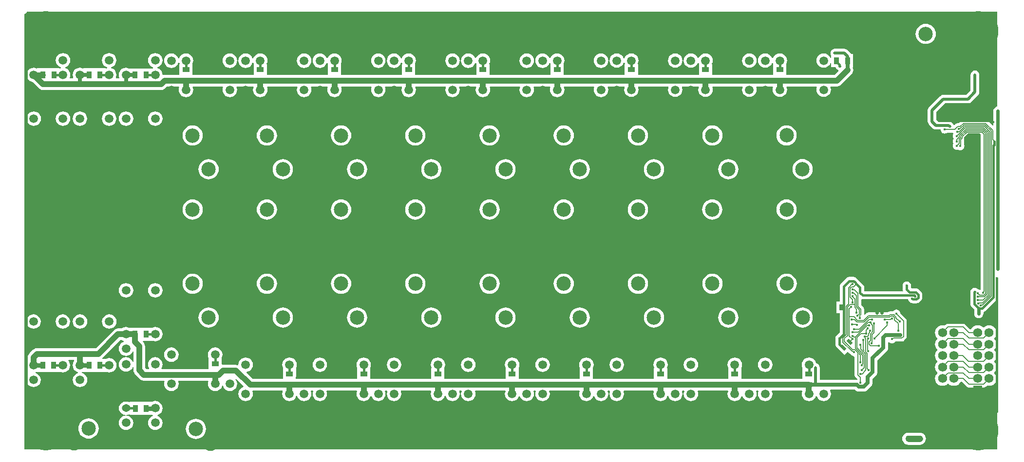
<source format=gbl>
G04*
G04 #@! TF.GenerationSoftware,Altium Limited,Altium Designer,21.7.1 (17)*
G04*
G04 Layer_Physical_Order=2*
G04 Layer_Color=16711680*
%FSLAX44Y44*%
%MOMM*%
G71*
G04*
G04 #@! TF.SameCoordinates,6DA6EFF2-A010-467E-8A55-43E705FB17ED*
G04*
G04*
G04 #@! TF.FilePolarity,Positive*
G04*
G01*
G75*
%ADD13C,0.5000*%
%ADD25R,0.9000X1.3000*%
%ADD28R,1.3000X0.9000*%
%ADD31R,1.0000X1.0000*%
%ADD91C,0.7000*%
%ADD92C,0.1270*%
%ADD94C,0.6000*%
%ADD95C,0.4000*%
%ADD96C,0.9000*%
%ADD97C,0.4500*%
%ADD99C,1.0000*%
%ADD121C,1.5000*%
%ADD122O,1.5000X1.3000*%
%ADD123C,2.5000*%
%ADD124R,1.1000X1.1000*%
%ADD125C,1.1000*%
%ADD126C,1.5750*%
%ADD127R,1.5750X1.5750*%
%ADD128C,7.0000*%
%ADD129C,1.0000*%
%ADD130C,2.6000*%
%ADD131O,2.6000X1.8000*%
%ADD132O,2.6000X2.5000*%
%ADD133C,0.4500*%
G04:AMPARAMS|DCode=134|XSize=1mm|YSize=0.5mm|CornerRadius=0mm|HoleSize=0mm|Usage=FLASHONLY|Rotation=135.000|XOffset=0mm|YOffset=0mm|HoleType=Round|Shape=Rectangle|*
%AMROTATEDRECTD134*
4,1,4,0.5303,-0.1768,0.1768,-0.5303,-0.5303,0.1768,-0.1768,0.5303,0.5303,-0.1768,0.0*
%
%ADD134ROTATEDRECTD134*%

%ADD135C,0.8000*%
%ADD136C,1.1000*%
G36*
X1693607Y603702D02*
X1692412Y603544D01*
X1690466Y602738D01*
X1688794Y601456D01*
X1687512Y599785D01*
X1686706Y597838D01*
X1686500Y596274D01*
Y577750D01*
X1686431Y577681D01*
Y570656D01*
X1685258Y570170D01*
X1679178Y576250D01*
X1628349D01*
X1626622Y574523D01*
X1624434D01*
X1622235Y574086D01*
X1620371Y572841D01*
X1619032Y571501D01*
X1617534Y571799D01*
X1617269Y572437D01*
X1616067Y574004D01*
X1613821Y576250D01*
X1591948D01*
X1587565Y580633D01*
Y580633D01*
Y593867D01*
D01*
X1589029Y595331D01*
X1602883Y609185D01*
X1644668D01*
X1645907Y609699D01*
X1647474Y610901D01*
X1659849Y623276D01*
X1661051Y624843D01*
X1661807Y626667D01*
X1662065Y628625D01*
X1662065Y628625D01*
Y658750D01*
X1661807Y660708D01*
X1661051Y662532D01*
X1659849Y664099D01*
X1658282Y665301D01*
X1656458Y666057D01*
X1654500Y666315D01*
X1652542Y666057D01*
X1650718Y665301D01*
X1649151Y664099D01*
X1647949Y662532D01*
X1647193Y660708D01*
X1646935Y658750D01*
Y631758D01*
X1638992Y623815D01*
X1599250D01*
X1599250Y623815D01*
X1597292Y623557D01*
X1595468Y622801D01*
X1593901Y621599D01*
X1593901Y621599D01*
X1574651Y602349D01*
X1573449Y600782D01*
X1572693Y598958D01*
X1572435Y597000D01*
Y577500D01*
X1572693Y575542D01*
X1573449Y573718D01*
X1574651Y572151D01*
X1581151Y565651D01*
X1581151Y565651D01*
X1582718Y564449D01*
X1584542Y563693D01*
X1586500Y563435D01*
X1594729D01*
X1594937Y561857D01*
X1595667Y560094D01*
X1596829Y558579D01*
X1598344Y557417D01*
X1600107Y556687D01*
X1602000Y556437D01*
X1603893Y556687D01*
X1605656Y557417D01*
X1606422Y558005D01*
X1616384D01*
X1616437Y557607D01*
X1617063Y556096D01*
X1616917Y555906D01*
X1616187Y554143D01*
X1615938Y552250D01*
X1616187Y550357D01*
X1616917Y548594D01*
X1617661Y547625D01*
X1616917Y546656D01*
X1616187Y544893D01*
X1615938Y543000D01*
X1616187Y541107D01*
X1616917Y539344D01*
X1617085Y539125D01*
X1616917Y538906D01*
X1616187Y537143D01*
X1615938Y535250D01*
X1616187Y533357D01*
X1616917Y531594D01*
X1618079Y530079D01*
X1619594Y528917D01*
X1621357Y528187D01*
X1623250Y527938D01*
X1625143Y528187D01*
X1625495Y528333D01*
X1627104Y527667D01*
X1628996Y527417D01*
X1630889Y527667D01*
X1632653Y528397D01*
X1634167Y529559D01*
X1635329Y531074D01*
X1636060Y532837D01*
X1636309Y534730D01*
X1636060Y536623D01*
X1635730Y537420D01*
X1635745Y537500D01*
Y541500D01*
X1635745D01*
X1635745Y550495D01*
X1642250Y557000D01*
X1662750D01*
X1664255Y555495D01*
Y541500D01*
Y285168D01*
X1663284Y284423D01*
X1662906Y284712D01*
X1661143Y285443D01*
X1659558Y285651D01*
X1659233Y286076D01*
X1657718Y287238D01*
X1655955Y287968D01*
X1654062Y288218D01*
X1652169Y287968D01*
X1650406Y287238D01*
X1648891Y286076D01*
X1647729Y284561D01*
X1646999Y282798D01*
X1646937Y282330D01*
X1646910Y282265D01*
X1646670Y280438D01*
Y259580D01*
X1646910Y257753D01*
X1647616Y256050D01*
X1648737Y254588D01*
X1653181Y250144D01*
Y243000D01*
X1653456Y240912D01*
X1654262Y238965D01*
X1655544Y237294D01*
X1657216Y236012D01*
X1659162Y235206D01*
X1661250Y234931D01*
X1663338Y235206D01*
X1665284Y236012D01*
X1666956Y237294D01*
X1668238Y238965D01*
X1669044Y240912D01*
X1669319Y243000D01*
Y245419D01*
X1670590Y245945D01*
X1672052Y247068D01*
X1691597Y266612D01*
X1692337Y267577D01*
X1693607Y267146D01*
Y6393D01*
X2857D01*
X2500Y6750D01*
Y764714D01*
X6393Y767277D01*
Y768607D01*
X1693607D01*
Y603702D01*
D02*
G37*
%LPC*%
G36*
X1569000Y747585D02*
X1565569Y747247D01*
X1562271Y746246D01*
X1559230Y744621D01*
X1556566Y742434D01*
X1554379Y739770D01*
X1552754Y736729D01*
X1551753Y733431D01*
X1551415Y730000D01*
X1551753Y726569D01*
X1552754Y723271D01*
X1554379Y720230D01*
X1556566Y717566D01*
X1559230Y715379D01*
X1562271Y713754D01*
X1565569Y712753D01*
X1569000Y712415D01*
X1572431Y712753D01*
X1575729Y713754D01*
X1578770Y715379D01*
X1581434Y717566D01*
X1583621Y720230D01*
X1585246Y723271D01*
X1586247Y726569D01*
X1586585Y730000D01*
X1586247Y733431D01*
X1585246Y736729D01*
X1583621Y739770D01*
X1581434Y742434D01*
X1578770Y744621D01*
X1575729Y746246D01*
X1572431Y747247D01*
X1569000Y747585D01*
D02*
G37*
G36*
X1427595Y703970D02*
X1410845D01*
X1408887Y703712D01*
X1407063Y702956D01*
X1405496Y701754D01*
X1404294Y700187D01*
X1403538Y698363D01*
X1403280Y696405D01*
X1403538Y694447D01*
X1404294Y692623D01*
X1404500Y692354D01*
Y688379D01*
X1403230Y688127D01*
X1402519Y689844D01*
X1400515Y692455D01*
X1397904Y694459D01*
X1394863Y695718D01*
X1391600Y696148D01*
X1388337Y695718D01*
X1385296Y694459D01*
X1382685Y692455D01*
X1380681Y689844D01*
X1379422Y686803D01*
X1378992Y683540D01*
X1379422Y680277D01*
X1380681Y677236D01*
X1382685Y674625D01*
X1385296Y672621D01*
X1388337Y671362D01*
X1391600Y670932D01*
X1394863Y671362D01*
X1397904Y672621D01*
X1400515Y674625D01*
X1402519Y677236D01*
X1403230Y678953D01*
X1404500Y678701D01*
Y672000D01*
X1412423D01*
X1413147Y670253D01*
X1414309Y668738D01*
X1415824Y667576D01*
X1417020Y667081D01*
X1417408Y665672D01*
X1410572Y658836D01*
X1326750D01*
Y677250D01*
X1326750D01*
X1326487Y677643D01*
X1327578Y680277D01*
X1328008Y683540D01*
X1327578Y686803D01*
X1326319Y689844D01*
X1324315Y692455D01*
X1321704Y694459D01*
X1318663Y695718D01*
X1315400Y696148D01*
X1312137Y695718D01*
X1309096Y694459D01*
X1306485Y692455D01*
X1304481Y689844D01*
X1303352Y687117D01*
X1303350Y687117D01*
X1302050D01*
X1302048Y687117D01*
X1300919Y689844D01*
X1298915Y692455D01*
X1296304Y694459D01*
X1293263Y695718D01*
X1290000Y696148D01*
X1286737Y695718D01*
X1283696Y694459D01*
X1281085Y692455D01*
X1279081Y689844D01*
X1277822Y686803D01*
X1277392Y683540D01*
X1277822Y680277D01*
X1279081Y677236D01*
X1281085Y674625D01*
X1283696Y672621D01*
X1286737Y671362D01*
X1290000Y670932D01*
X1293263Y671362D01*
X1296304Y672621D01*
X1298915Y674625D01*
X1300919Y677236D01*
X1302048Y679963D01*
X1302050Y679963D01*
X1303350D01*
X1303352Y679963D01*
X1304198Y677920D01*
X1303750Y677250D01*
X1303750D01*
Y658836D01*
X1197850D01*
Y677250D01*
X1197850D01*
X1197495Y677782D01*
X1198528Y680277D01*
X1198958Y683540D01*
X1198528Y686803D01*
X1197269Y689844D01*
X1195265Y692455D01*
X1192654Y694459D01*
X1189613Y695718D01*
X1186350Y696148D01*
X1183087Y695718D01*
X1180046Y694459D01*
X1177435Y692455D01*
X1175431Y689844D01*
X1174302Y687117D01*
X1174300Y687117D01*
X1173000D01*
X1172998Y687117D01*
X1171869Y689844D01*
X1169865Y692455D01*
X1167254Y694459D01*
X1164213Y695718D01*
X1160950Y696148D01*
X1157687Y695718D01*
X1154646Y694459D01*
X1152035Y692455D01*
X1150031Y689844D01*
X1148772Y686803D01*
X1148342Y683540D01*
X1148772Y680277D01*
X1150031Y677236D01*
X1152035Y674625D01*
X1154646Y672621D01*
X1157687Y671362D01*
X1160950Y670932D01*
X1164213Y671362D01*
X1167254Y672621D01*
X1169865Y674625D01*
X1171869Y677236D01*
X1172998Y679963D01*
X1173000Y679963D01*
X1174300D01*
X1174302Y679963D01*
X1175205Y677782D01*
X1174850Y677250D01*
X1174850D01*
Y658836D01*
X1068900D01*
Y677250D01*
X1068900D01*
X1068545Y677782D01*
X1069578Y680277D01*
X1070008Y683540D01*
X1069578Y686803D01*
X1068319Y689844D01*
X1066315Y692455D01*
X1063704Y694459D01*
X1060663Y695718D01*
X1057400Y696148D01*
X1054137Y695718D01*
X1051096Y694459D01*
X1048485Y692455D01*
X1046481Y689844D01*
X1045352Y687117D01*
X1045350Y687117D01*
X1044050D01*
X1044048Y687117D01*
X1042919Y689844D01*
X1040915Y692455D01*
X1038304Y694459D01*
X1035263Y695718D01*
X1032000Y696148D01*
X1028737Y695718D01*
X1025696Y694459D01*
X1023085Y692455D01*
X1021081Y689844D01*
X1019822Y686803D01*
X1019392Y683540D01*
X1019822Y680277D01*
X1021081Y677236D01*
X1023085Y674625D01*
X1025696Y672621D01*
X1028737Y671362D01*
X1032000Y670932D01*
X1035263Y671362D01*
X1038304Y672621D01*
X1040915Y674625D01*
X1042919Y677236D01*
X1044048Y679963D01*
X1044050Y679963D01*
X1045350D01*
X1045352Y679963D01*
X1046255Y677782D01*
X1045900Y677250D01*
X1045900D01*
Y658836D01*
X939900D01*
Y677250D01*
X939900D01*
X939555Y677766D01*
X940578Y680237D01*
X941008Y683500D01*
X940578Y686763D01*
X939319Y689804D01*
X937315Y692415D01*
X934704Y694419D01*
X931663Y695678D01*
X928400Y696108D01*
X925137Y695678D01*
X922096Y694419D01*
X919485Y692415D01*
X917481Y689804D01*
X916352Y687077D01*
X916350Y687077D01*
X915050D01*
X915048Y687077D01*
X913919Y689804D01*
X911915Y692415D01*
X909304Y694419D01*
X906263Y695678D01*
X903000Y696108D01*
X899737Y695678D01*
X896696Y694419D01*
X894085Y692415D01*
X892081Y689804D01*
X890822Y686763D01*
X890392Y683500D01*
X890822Y680237D01*
X892081Y677196D01*
X894085Y674585D01*
X896696Y672581D01*
X899737Y671322D01*
X903000Y670892D01*
X906263Y671322D01*
X909304Y672581D01*
X911915Y674585D01*
X913919Y677196D01*
X915048Y679923D01*
X915050Y679923D01*
X916350D01*
X916352Y679923D01*
X917245Y677766D01*
X916900Y677250D01*
X916900D01*
Y658836D01*
X810900D01*
Y677250D01*
X810900D01*
X810555Y677766D01*
X811578Y680237D01*
X812008Y683500D01*
X811578Y686763D01*
X810319Y689804D01*
X808315Y692415D01*
X805704Y694419D01*
X802663Y695678D01*
X799400Y696108D01*
X796137Y695678D01*
X793096Y694419D01*
X790485Y692415D01*
X788481Y689804D01*
X787352Y687077D01*
X787350Y687077D01*
X786050D01*
X786048Y687077D01*
X784919Y689804D01*
X782915Y692415D01*
X780304Y694419D01*
X777263Y695678D01*
X774000Y696108D01*
X770737Y695678D01*
X767696Y694419D01*
X765085Y692415D01*
X763081Y689804D01*
X761822Y686763D01*
X761392Y683500D01*
X761822Y680237D01*
X763081Y677196D01*
X765085Y674585D01*
X767696Y672581D01*
X770737Y671322D01*
X774000Y670892D01*
X777263Y671322D01*
X780304Y672581D01*
X782915Y674585D01*
X784919Y677196D01*
X786048Y679923D01*
X786050Y679923D01*
X787350D01*
X787352Y679923D01*
X788245Y677766D01*
X787900Y677250D01*
X787900D01*
Y658836D01*
X681900D01*
Y677250D01*
X681900D01*
X681555Y677766D01*
X682578Y680237D01*
X683008Y683500D01*
X682578Y686763D01*
X681319Y689804D01*
X679315Y692415D01*
X676704Y694419D01*
X673663Y695678D01*
X670400Y696108D01*
X667137Y695678D01*
X664096Y694419D01*
X661485Y692415D01*
X659481Y689804D01*
X658352Y687077D01*
X658350Y687077D01*
X657050D01*
X657048Y687077D01*
X655919Y689804D01*
X653915Y692415D01*
X651304Y694419D01*
X648263Y695678D01*
X645000Y696108D01*
X641737Y695678D01*
X638696Y694419D01*
X636085Y692415D01*
X634081Y689804D01*
X632822Y686763D01*
X632392Y683500D01*
X632822Y680237D01*
X634081Y677196D01*
X636085Y674585D01*
X638696Y672581D01*
X641737Y671322D01*
X645000Y670892D01*
X648263Y671322D01*
X651304Y672581D01*
X653915Y674585D01*
X655919Y677196D01*
X657048Y679923D01*
X657050Y679923D01*
X658350D01*
X658352Y679923D01*
X659245Y677766D01*
X658900Y677250D01*
X658900D01*
Y658836D01*
X552900D01*
Y677250D01*
X552900D01*
X552555Y677766D01*
X553578Y680237D01*
X554008Y683500D01*
X553578Y686763D01*
X552319Y689804D01*
X550315Y692415D01*
X547704Y694419D01*
X544663Y695678D01*
X541400Y696108D01*
X538137Y695678D01*
X535096Y694419D01*
X532485Y692415D01*
X530481Y689804D01*
X529352Y687077D01*
X529350Y687077D01*
X528050D01*
X528048Y687077D01*
X526919Y689804D01*
X524915Y692415D01*
X522304Y694419D01*
X519263Y695678D01*
X516000Y696108D01*
X512737Y695678D01*
X509696Y694419D01*
X507085Y692415D01*
X505081Y689804D01*
X503822Y686763D01*
X503392Y683500D01*
X503822Y680237D01*
X505081Y677196D01*
X507085Y674585D01*
X509696Y672581D01*
X512737Y671322D01*
X516000Y670892D01*
X519263Y671322D01*
X522304Y672581D01*
X524915Y674585D01*
X526919Y677196D01*
X528048Y679923D01*
X528050Y679923D01*
X529350D01*
X529352Y679923D01*
X530245Y677766D01*
X529900Y677250D01*
X529900D01*
Y658836D01*
X423900D01*
Y677250D01*
X423900D01*
X423555Y677766D01*
X424578Y680237D01*
X425008Y683500D01*
X424578Y686763D01*
X423319Y689804D01*
X421315Y692415D01*
X418704Y694419D01*
X415663Y695678D01*
X412400Y696108D01*
X409137Y695678D01*
X406096Y694419D01*
X403485Y692415D01*
X401481Y689804D01*
X400352Y687077D01*
X400350Y687077D01*
X399050D01*
X399048Y687077D01*
X397919Y689804D01*
X395915Y692415D01*
X393304Y694419D01*
X390263Y695678D01*
X387000Y696108D01*
X383737Y695678D01*
X380696Y694419D01*
X378085Y692415D01*
X376081Y689804D01*
X374822Y686763D01*
X374392Y683500D01*
X374822Y680237D01*
X376081Y677196D01*
X378085Y674585D01*
X380696Y672581D01*
X383737Y671322D01*
X387000Y670892D01*
X390263Y671322D01*
X393304Y672581D01*
X395915Y674585D01*
X397919Y677196D01*
X399048Y679923D01*
X399050Y679923D01*
X400350D01*
X400352Y679923D01*
X401245Y677766D01*
X400900Y677250D01*
X400900D01*
Y658836D01*
X294900D01*
Y677250D01*
X294900D01*
X294555Y677766D01*
X295578Y680237D01*
X296008Y683500D01*
X295578Y686763D01*
X294319Y689804D01*
X292315Y692415D01*
X289704Y694419D01*
X286663Y695678D01*
X283400Y696108D01*
X280137Y695678D01*
X277096Y694419D01*
X274485Y692415D01*
X272481Y689804D01*
X271352Y687077D01*
X271350Y687077D01*
X270050D01*
X270048Y687077D01*
X268919Y689804D01*
X266915Y692415D01*
X264304Y694419D01*
X261263Y695678D01*
X258000Y696108D01*
X254737Y695678D01*
X251696Y694419D01*
X249085Y692415D01*
X247081Y689804D01*
X245822Y686763D01*
X245392Y683500D01*
X245822Y680237D01*
X247081Y677196D01*
X249085Y674585D01*
X251696Y672581D01*
X254737Y671322D01*
X258000Y670892D01*
X261263Y671322D01*
X264304Y672581D01*
X266915Y674585D01*
X268919Y677196D01*
X270048Y679923D01*
X270050Y679923D01*
X271350D01*
X271352Y679923D01*
X272245Y677766D01*
X271900Y677250D01*
X271900D01*
Y658836D01*
X246250D01*
X243761Y658509D01*
X243590Y658528D01*
X242414Y659360D01*
X242078Y661913D01*
X240819Y664954D01*
X238815Y667565D01*
X236204Y669569D01*
X233477Y670698D01*
X233477Y670700D01*
Y672000D01*
X233477Y672002D01*
X236204Y673131D01*
X238815Y675135D01*
X240819Y677746D01*
X242078Y680787D01*
X242508Y684050D01*
X242078Y687313D01*
X240819Y690354D01*
X238815Y692965D01*
X236204Y694969D01*
X233163Y696228D01*
X229900Y696658D01*
X226637Y696228D01*
X223596Y694969D01*
X220985Y692965D01*
X218981Y690354D01*
X217722Y687313D01*
X217292Y684050D01*
X217722Y680787D01*
X218981Y677746D01*
X220985Y675135D01*
X223596Y673131D01*
X226323Y672002D01*
X226323Y672000D01*
Y670700D01*
X226323Y670698D01*
X224751Y670047D01*
X223500Y670000D01*
X223500Y670000D01*
X223500Y670000D01*
X205770D01*
X204500Y670000D01*
Y670000D01*
X204500D01*
Y670000D01*
X185500D01*
X185500Y670000D01*
Y670000D01*
X184249Y670047D01*
X182363Y670828D01*
X179100Y671258D01*
X175837Y670828D01*
X172796Y669569D01*
X170185Y667565D01*
X168181Y664954D01*
X166922Y661913D01*
X166492Y658650D01*
X166922Y655387D01*
X167644Y653642D01*
X166939Y652586D01*
X161936D01*
X161231Y653642D01*
X161953Y655387D01*
X162383Y658650D01*
X161953Y661913D01*
X160694Y664954D01*
X158690Y667565D01*
X156079Y669569D01*
X153352Y670698D01*
X153352Y670700D01*
Y672000D01*
X153352Y672002D01*
X156079Y673131D01*
X158690Y675135D01*
X160694Y677746D01*
X161953Y680787D01*
X162383Y684050D01*
X161953Y687313D01*
X160694Y690354D01*
X158690Y692965D01*
X156079Y694969D01*
X153038Y696228D01*
X149775Y696658D01*
X146512Y696228D01*
X143471Y694969D01*
X140860Y692965D01*
X138856Y690354D01*
X137597Y687313D01*
X137167Y684050D01*
X137597Y680787D01*
X138856Y677746D01*
X140860Y675135D01*
X143471Y673131D01*
X146198Y672002D01*
X146198Y672000D01*
Y670700D01*
X146198Y670698D01*
X144520Y670003D01*
X143250Y670250D01*
Y670250D01*
X143250Y670250D01*
X125520D01*
X124250Y670250D01*
Y670250D01*
X124250D01*
Y670250D01*
X105250D01*
Y670250D01*
X104632Y669837D01*
X102238Y670828D01*
X98975Y671258D01*
X95712Y670828D01*
X92671Y669569D01*
X90060Y667565D01*
X88056Y664954D01*
X86797Y661913D01*
X86367Y658650D01*
X86797Y655387D01*
X87519Y653642D01*
X86814Y652586D01*
X81811D01*
X81106Y653642D01*
X81828Y655387D01*
X82258Y658650D01*
X81828Y661913D01*
X80569Y664954D01*
X78565Y667565D01*
X75954Y669569D01*
X73227Y670698D01*
X73227Y670700D01*
Y672000D01*
X73227Y672002D01*
X75954Y673131D01*
X78565Y675135D01*
X80569Y677746D01*
X81828Y680787D01*
X82258Y684050D01*
X81828Y687313D01*
X80569Y690354D01*
X78565Y692965D01*
X75954Y694969D01*
X72913Y696228D01*
X69650Y696658D01*
X66387Y696228D01*
X63346Y694969D01*
X60735Y692965D01*
X58731Y690354D01*
X57472Y687313D01*
X57042Y684050D01*
X57472Y680787D01*
X58731Y677746D01*
X60735Y675135D01*
X63346Y673131D01*
X66073Y672002D01*
X66073Y672000D01*
Y670700D01*
X66073Y670698D01*
X64520Y670055D01*
X63250Y670150D01*
X63250Y670150D01*
X63250Y670150D01*
X45520D01*
X44250Y670150D01*
Y670150D01*
X44250D01*
Y670150D01*
X25250D01*
X25250Y670150D01*
Y670150D01*
X23980Y670055D01*
X22113Y670828D01*
X18850Y671258D01*
X15587Y670828D01*
X12546Y669569D01*
X9935Y667565D01*
X8250Y665369D01*
Y651931D01*
X9935Y649735D01*
X12546Y647731D01*
X15587Y646472D01*
X16943Y646293D01*
X27868Y635368D01*
X29957Y633765D01*
X32390Y632757D01*
X35000Y632414D01*
X240000D01*
X242610Y632757D01*
X245043Y633765D01*
X247132Y635368D01*
X250428Y638664D01*
X271197D01*
X271903Y637608D01*
X271222Y635963D01*
X270792Y632700D01*
X271222Y629437D01*
X272481Y626396D01*
X274485Y623785D01*
X277096Y621781D01*
X280137Y620522D01*
X283400Y620092D01*
X286663Y620522D01*
X289704Y621781D01*
X292315Y623785D01*
X294319Y626396D01*
X295578Y629437D01*
X296008Y632700D01*
X295578Y635963D01*
X294897Y637608D01*
X295603Y638664D01*
X347397D01*
X348103Y637608D01*
X347422Y635963D01*
X346992Y632700D01*
X347422Y629437D01*
X348681Y626396D01*
X350685Y623785D01*
X353296Y621781D01*
X356337Y620522D01*
X359600Y620092D01*
X362863Y620522D01*
X365904Y621781D01*
X368515Y623785D01*
X370519Y626396D01*
X371778Y629437D01*
X372208Y632700D01*
X371778Y635963D01*
X371097Y637608D01*
X371803Y638664D01*
X400197D01*
X400903Y637608D01*
X400222Y635963D01*
X399792Y632700D01*
X400222Y629437D01*
X401481Y626396D01*
X403485Y623785D01*
X406096Y621781D01*
X409137Y620522D01*
X412400Y620092D01*
X415663Y620522D01*
X418704Y621781D01*
X421315Y623785D01*
X423319Y626396D01*
X424578Y629437D01*
X425008Y632700D01*
X424578Y635963D01*
X423897Y637608D01*
X424603Y638664D01*
X476397D01*
X477103Y637608D01*
X476422Y635963D01*
X475992Y632700D01*
X476422Y629437D01*
X477681Y626396D01*
X479685Y623785D01*
X482296Y621781D01*
X485337Y620522D01*
X488600Y620092D01*
X491863Y620522D01*
X494904Y621781D01*
X497515Y623785D01*
X499519Y626396D01*
X500778Y629437D01*
X501208Y632700D01*
X500778Y635963D01*
X500097Y637608D01*
X500803Y638664D01*
X529197D01*
X529903Y637608D01*
X529222Y635963D01*
X528792Y632700D01*
X529222Y629437D01*
X530481Y626396D01*
X532485Y623785D01*
X535096Y621781D01*
X538137Y620522D01*
X541400Y620092D01*
X544663Y620522D01*
X547704Y621781D01*
X550315Y623785D01*
X552319Y626396D01*
X553578Y629437D01*
X554008Y632700D01*
X553578Y635963D01*
X552897Y637608D01*
X553603Y638664D01*
X605397D01*
X606103Y637608D01*
X605422Y635963D01*
X604992Y632700D01*
X605422Y629437D01*
X606681Y626396D01*
X608685Y623785D01*
X611296Y621781D01*
X614337Y620522D01*
X617600Y620092D01*
X620863Y620522D01*
X623904Y621781D01*
X626515Y623785D01*
X628519Y626396D01*
X629778Y629437D01*
X630208Y632700D01*
X629778Y635963D01*
X629097Y637608D01*
X629803Y638664D01*
X658197D01*
X658903Y637608D01*
X658222Y635963D01*
X657792Y632700D01*
X658222Y629437D01*
X659481Y626396D01*
X661485Y623785D01*
X664096Y621781D01*
X667137Y620522D01*
X670400Y620092D01*
X673663Y620522D01*
X676704Y621781D01*
X679315Y623785D01*
X681319Y626396D01*
X682578Y629437D01*
X683008Y632700D01*
X682578Y635963D01*
X681897Y637608D01*
X682603Y638664D01*
X734397D01*
X735103Y637608D01*
X734422Y635963D01*
X733992Y632700D01*
X734422Y629437D01*
X735681Y626396D01*
X737685Y623785D01*
X740296Y621781D01*
X743337Y620522D01*
X746600Y620092D01*
X749863Y620522D01*
X752904Y621781D01*
X755515Y623785D01*
X757519Y626396D01*
X758778Y629437D01*
X759208Y632700D01*
X758778Y635963D01*
X758097Y637608D01*
X758803Y638664D01*
X787197D01*
X787903Y637608D01*
X787222Y635963D01*
X786792Y632700D01*
X787222Y629437D01*
X788481Y626396D01*
X790485Y623785D01*
X793096Y621781D01*
X796137Y620522D01*
X799400Y620092D01*
X802663Y620522D01*
X805704Y621781D01*
X808315Y623785D01*
X810319Y626396D01*
X811578Y629437D01*
X812008Y632700D01*
X811578Y635963D01*
X810897Y637608D01*
X811603Y638664D01*
X863397D01*
X864103Y637608D01*
X863422Y635963D01*
X862992Y632700D01*
X863422Y629437D01*
X864681Y626396D01*
X866685Y623785D01*
X869296Y621781D01*
X872337Y620522D01*
X875600Y620092D01*
X878863Y620522D01*
X881904Y621781D01*
X884515Y623785D01*
X886519Y626396D01*
X887778Y629437D01*
X888208Y632700D01*
X887778Y635963D01*
X887097Y637608D01*
X887803Y638664D01*
X916197D01*
X916903Y637608D01*
X916222Y635963D01*
X915792Y632700D01*
X916222Y629437D01*
X917481Y626396D01*
X919485Y623785D01*
X922096Y621781D01*
X925137Y620522D01*
X928400Y620092D01*
X931663Y620522D01*
X934704Y621781D01*
X937315Y623785D01*
X939319Y626396D01*
X940578Y629437D01*
X941008Y632700D01*
X940578Y635963D01*
X939897Y637608D01*
X940603Y638664D01*
X992397D01*
X993103Y637608D01*
X992422Y635963D01*
X991992Y632700D01*
X992422Y629437D01*
X993681Y626396D01*
X995685Y623785D01*
X998296Y621781D01*
X1001337Y620522D01*
X1004600Y620092D01*
X1007863Y620522D01*
X1010904Y621781D01*
X1013515Y623785D01*
X1015519Y626396D01*
X1016778Y629437D01*
X1017208Y632700D01*
X1016778Y635963D01*
X1016097Y637608D01*
X1016803Y638664D01*
X1045181D01*
X1045886Y637608D01*
X1045222Y636003D01*
X1044792Y632740D01*
X1045222Y629477D01*
X1046481Y626436D01*
X1048485Y623825D01*
X1051096Y621821D01*
X1054137Y620562D01*
X1057400Y620132D01*
X1060663Y620562D01*
X1063704Y621821D01*
X1066315Y623825D01*
X1068319Y626436D01*
X1069578Y629477D01*
X1070008Y632740D01*
X1069578Y636003D01*
X1068914Y637608D01*
X1069619Y638664D01*
X1121381D01*
X1122086Y637608D01*
X1121422Y636003D01*
X1120992Y632740D01*
X1121422Y629477D01*
X1122681Y626436D01*
X1124685Y623825D01*
X1127296Y621821D01*
X1130337Y620562D01*
X1133600Y620132D01*
X1136863Y620562D01*
X1139904Y621821D01*
X1142515Y623825D01*
X1144519Y626436D01*
X1145778Y629477D01*
X1146208Y632740D01*
X1145778Y636003D01*
X1145114Y637608D01*
X1145819Y638664D01*
X1174131D01*
X1174836Y637608D01*
X1174172Y636003D01*
X1173742Y632740D01*
X1174172Y629477D01*
X1175431Y626436D01*
X1177435Y623825D01*
X1180046Y621821D01*
X1183087Y620562D01*
X1186350Y620132D01*
X1189613Y620562D01*
X1192654Y621821D01*
X1195265Y623825D01*
X1197269Y626436D01*
X1198528Y629477D01*
X1198958Y632740D01*
X1198528Y636003D01*
X1197864Y637608D01*
X1198569Y638664D01*
X1250331D01*
X1251036Y637608D01*
X1250372Y636003D01*
X1249942Y632740D01*
X1250372Y629477D01*
X1251631Y626436D01*
X1253635Y623825D01*
X1256246Y621821D01*
X1259287Y620562D01*
X1262550Y620132D01*
X1265813Y620562D01*
X1268854Y621821D01*
X1271465Y623825D01*
X1273469Y626436D01*
X1274728Y629477D01*
X1275158Y632740D01*
X1274728Y636003D01*
X1274064Y637608D01*
X1274769Y638664D01*
X1303181D01*
X1303886Y637608D01*
X1303222Y636003D01*
X1302792Y632740D01*
X1303222Y629477D01*
X1304481Y626436D01*
X1306485Y623825D01*
X1309096Y621821D01*
X1312137Y620562D01*
X1315400Y620132D01*
X1318663Y620562D01*
X1321704Y621821D01*
X1324315Y623825D01*
X1326319Y626436D01*
X1327578Y629477D01*
X1328008Y632740D01*
X1327578Y636003D01*
X1326914Y637608D01*
X1327619Y638664D01*
X1379381D01*
X1380086Y637608D01*
X1379422Y636003D01*
X1378992Y632740D01*
X1379422Y629477D01*
X1380681Y626436D01*
X1382685Y623825D01*
X1385296Y621821D01*
X1388337Y620562D01*
X1391600Y620132D01*
X1394863Y620562D01*
X1397904Y621821D01*
X1400515Y623825D01*
X1402519Y626436D01*
X1403778Y629477D01*
X1404208Y632740D01*
X1403778Y636003D01*
X1403114Y637608D01*
X1403819Y638664D01*
X1414750D01*
X1417361Y639007D01*
X1419793Y640015D01*
X1421882Y641618D01*
X1440132Y659868D01*
X1441735Y661957D01*
X1442743Y664389D01*
X1443086Y667000D01*
X1442743Y669611D01*
X1442039Y671310D01*
X1442500Y672000D01*
X1442500D01*
Y695000D01*
X1439384D01*
X1438349Y696349D01*
X1432944Y701754D01*
X1431377Y702956D01*
X1429553Y703712D01*
X1427595Y703970D01*
D02*
G37*
G36*
X1262550Y696148D02*
X1259287Y695718D01*
X1256246Y694459D01*
X1253635Y692455D01*
X1251631Y689844D01*
X1250372Y686803D01*
X1249942Y683540D01*
X1250372Y680277D01*
X1251631Y677236D01*
X1253635Y674625D01*
X1256246Y672621D01*
X1259287Y671362D01*
X1262550Y670932D01*
X1265813Y671362D01*
X1268854Y672621D01*
X1271465Y674625D01*
X1273469Y677236D01*
X1274728Y680277D01*
X1275158Y683540D01*
X1274728Y686803D01*
X1273469Y689844D01*
X1271465Y692455D01*
X1268854Y694459D01*
X1265813Y695718D01*
X1262550Y696148D01*
D02*
G37*
G36*
X1133600D02*
X1130337Y695718D01*
X1127296Y694459D01*
X1124685Y692455D01*
X1122681Y689844D01*
X1121422Y686803D01*
X1120992Y683540D01*
X1121422Y680277D01*
X1122681Y677236D01*
X1124685Y674625D01*
X1127296Y672621D01*
X1130337Y671362D01*
X1133600Y670932D01*
X1136863Y671362D01*
X1139904Y672621D01*
X1142515Y674625D01*
X1144519Y677236D01*
X1145778Y680277D01*
X1146208Y683540D01*
X1145778Y686803D01*
X1144519Y689844D01*
X1142515Y692455D01*
X1139904Y694459D01*
X1136863Y695718D01*
X1133600Y696148D01*
D02*
G37*
G36*
X1004600Y696108D02*
X1001337Y695678D01*
X998296Y694419D01*
X995685Y692415D01*
X993681Y689804D01*
X992422Y686763D01*
X991992Y683500D01*
X992422Y680237D01*
X993681Y677196D01*
X995685Y674585D01*
X998296Y672581D01*
X1001337Y671322D01*
X1004600Y670892D01*
X1007863Y671322D01*
X1010904Y672581D01*
X1013515Y674585D01*
X1015519Y677196D01*
X1016778Y680237D01*
X1017208Y683500D01*
X1016778Y686763D01*
X1015519Y689804D01*
X1013515Y692415D01*
X1010904Y694419D01*
X1007863Y695678D01*
X1004600Y696108D01*
D02*
G37*
G36*
X875600D02*
X872337Y695678D01*
X869296Y694419D01*
X866685Y692415D01*
X864681Y689804D01*
X863422Y686763D01*
X862992Y683500D01*
X863422Y680237D01*
X864681Y677196D01*
X866685Y674585D01*
X869296Y672581D01*
X872337Y671322D01*
X875600Y670892D01*
X878863Y671322D01*
X881904Y672581D01*
X884515Y674585D01*
X886519Y677196D01*
X887778Y680237D01*
X888208Y683500D01*
X887778Y686763D01*
X886519Y689804D01*
X884515Y692415D01*
X881904Y694419D01*
X878863Y695678D01*
X875600Y696108D01*
D02*
G37*
G36*
X746600D02*
X743337Y695678D01*
X740296Y694419D01*
X737685Y692415D01*
X735681Y689804D01*
X734422Y686763D01*
X733992Y683500D01*
X734422Y680237D01*
X735681Y677196D01*
X737685Y674585D01*
X740296Y672581D01*
X743337Y671322D01*
X746600Y670892D01*
X749863Y671322D01*
X752904Y672581D01*
X755515Y674585D01*
X757519Y677196D01*
X758778Y680237D01*
X759208Y683500D01*
X758778Y686763D01*
X757519Y689804D01*
X755515Y692415D01*
X752904Y694419D01*
X749863Y695678D01*
X746600Y696108D01*
D02*
G37*
G36*
X617600D02*
X614337Y695678D01*
X611296Y694419D01*
X608685Y692415D01*
X606681Y689804D01*
X605422Y686763D01*
X604992Y683500D01*
X605422Y680237D01*
X606681Y677196D01*
X608685Y674585D01*
X611296Y672581D01*
X614337Y671322D01*
X617600Y670892D01*
X620863Y671322D01*
X623904Y672581D01*
X626515Y674585D01*
X628519Y677196D01*
X629778Y680237D01*
X630208Y683500D01*
X629778Y686763D01*
X628519Y689804D01*
X626515Y692415D01*
X623904Y694419D01*
X620863Y695678D01*
X617600Y696108D01*
D02*
G37*
G36*
X488600D02*
X485337Y695678D01*
X482296Y694419D01*
X479685Y692415D01*
X477681Y689804D01*
X476422Y686763D01*
X475992Y683500D01*
X476422Y680237D01*
X477681Y677196D01*
X479685Y674585D01*
X482296Y672581D01*
X485337Y671322D01*
X488600Y670892D01*
X491863Y671322D01*
X494904Y672581D01*
X497515Y674585D01*
X499519Y677196D01*
X500778Y680237D01*
X501208Y683500D01*
X500778Y686763D01*
X499519Y689804D01*
X497515Y692415D01*
X494904Y694419D01*
X491863Y695678D01*
X488600Y696108D01*
D02*
G37*
G36*
X359600D02*
X356337Y695678D01*
X353296Y694419D01*
X350685Y692415D01*
X348681Y689804D01*
X347422Y686763D01*
X346992Y683500D01*
X347422Y680237D01*
X348681Y677196D01*
X350685Y674585D01*
X353296Y672581D01*
X356337Y671322D01*
X359600Y670892D01*
X362863Y671322D01*
X365904Y672581D01*
X368515Y674585D01*
X370519Y677196D01*
X371778Y680237D01*
X372208Y683500D01*
X371778Y686763D01*
X370519Y689804D01*
X368515Y692415D01*
X365904Y694419D01*
X362863Y695678D01*
X359600Y696108D01*
D02*
G37*
G36*
X229900Y595058D02*
X226637Y594628D01*
X223596Y593369D01*
X220985Y591365D01*
X218981Y588754D01*
X217722Y585713D01*
X217292Y582450D01*
X217722Y579187D01*
X218981Y576146D01*
X220985Y573535D01*
X223596Y571531D01*
X226637Y570272D01*
X229900Y569842D01*
X233163Y570272D01*
X236204Y571531D01*
X238815Y573535D01*
X240819Y576146D01*
X242078Y579187D01*
X242508Y582450D01*
X242078Y585713D01*
X240819Y588754D01*
X238815Y591365D01*
X236204Y593369D01*
X233163Y594628D01*
X229900Y595058D01*
D02*
G37*
G36*
X179100D02*
X175837Y594628D01*
X172796Y593369D01*
X170185Y591365D01*
X168181Y588754D01*
X166922Y585713D01*
X166492Y582450D01*
X166922Y579187D01*
X168181Y576146D01*
X170185Y573535D01*
X172796Y571531D01*
X175837Y570272D01*
X179100Y569842D01*
X182363Y570272D01*
X185404Y571531D01*
X188015Y573535D01*
X190019Y576146D01*
X191278Y579187D01*
X191708Y582450D01*
X191278Y585713D01*
X190019Y588754D01*
X188015Y591365D01*
X185404Y593369D01*
X182363Y594628D01*
X179100Y595058D01*
D02*
G37*
G36*
X149775D02*
X146512Y594628D01*
X143471Y593369D01*
X140860Y591365D01*
X138856Y588754D01*
X137597Y585713D01*
X137167Y582450D01*
X137597Y579187D01*
X138856Y576146D01*
X140860Y573535D01*
X143471Y571531D01*
X146512Y570272D01*
X149775Y569842D01*
X153038Y570272D01*
X156079Y571531D01*
X158690Y573535D01*
X160694Y576146D01*
X161953Y579187D01*
X162383Y582450D01*
X161953Y585713D01*
X160694Y588754D01*
X158690Y591365D01*
X156079Y593369D01*
X153038Y594628D01*
X149775Y595058D01*
D02*
G37*
G36*
X98975D02*
X95712Y594628D01*
X92671Y593369D01*
X90060Y591365D01*
X88056Y588754D01*
X86797Y585713D01*
X86367Y582450D01*
X86797Y579187D01*
X88056Y576146D01*
X90060Y573535D01*
X92671Y571531D01*
X95712Y570272D01*
X98975Y569842D01*
X102238Y570272D01*
X105279Y571531D01*
X107890Y573535D01*
X109894Y576146D01*
X111153Y579187D01*
X111583Y582450D01*
X111153Y585713D01*
X109894Y588754D01*
X107890Y591365D01*
X105279Y593369D01*
X102238Y594628D01*
X98975Y595058D01*
D02*
G37*
G36*
X69650D02*
X66387Y594628D01*
X63346Y593369D01*
X60735Y591365D01*
X58731Y588754D01*
X57472Y585713D01*
X57042Y582450D01*
X57472Y579187D01*
X58731Y576146D01*
X60735Y573535D01*
X63346Y571531D01*
X66387Y570272D01*
X69650Y569842D01*
X72913Y570272D01*
X75954Y571531D01*
X78565Y573535D01*
X80569Y576146D01*
X81828Y579187D01*
X82258Y582450D01*
X81828Y585713D01*
X80569Y588754D01*
X78565Y591365D01*
X75954Y593369D01*
X72913Y594628D01*
X69650Y595058D01*
D02*
G37*
G36*
X18850D02*
X15587Y594628D01*
X12546Y593369D01*
X9935Y591365D01*
X8250Y589169D01*
Y575731D01*
X9935Y573535D01*
X12546Y571531D01*
X15587Y570272D01*
X18850Y569842D01*
X22113Y570272D01*
X25154Y571531D01*
X27765Y573535D01*
X29769Y576146D01*
X31028Y579187D01*
X31458Y582450D01*
X31028Y585713D01*
X29769Y588754D01*
X27765Y591365D01*
X25154Y593369D01*
X22113Y594628D01*
X18850Y595058D01*
D02*
G37*
G36*
X1327100Y570960D02*
X1323669Y570622D01*
X1320370Y569621D01*
X1317330Y567996D01*
X1314666Y565809D01*
X1312479Y563144D01*
X1310854Y560104D01*
X1309853Y556806D01*
X1309515Y553375D01*
X1309853Y549944D01*
X1310854Y546646D01*
X1312479Y543605D01*
X1314666Y540941D01*
X1317330Y538754D01*
X1320370Y537129D01*
X1323669Y536128D01*
X1327100Y535790D01*
X1330530Y536128D01*
X1333829Y537129D01*
X1336869Y538754D01*
X1339534Y540941D01*
X1341721Y543605D01*
X1343346Y546646D01*
X1344347Y549944D01*
X1344684Y553375D01*
X1344347Y556806D01*
X1343346Y560104D01*
X1341721Y563144D01*
X1339534Y565809D01*
X1336869Y567996D01*
X1333829Y569621D01*
X1330530Y570622D01*
X1327100Y570960D01*
D02*
G37*
G36*
X1198211Y570783D02*
X1194781Y570445D01*
X1191482Y569444D01*
X1188442Y567819D01*
X1185777Y565632D01*
X1183590Y562968D01*
X1181965Y559927D01*
X1180965Y556629D01*
X1180627Y553198D01*
X1180965Y549768D01*
X1181965Y546469D01*
X1183590Y543429D01*
X1185777Y540764D01*
X1188442Y538577D01*
X1191482Y536952D01*
X1194781Y535951D01*
X1198211Y535614D01*
X1201642Y535951D01*
X1204941Y536952D01*
X1207981Y538577D01*
X1210646Y540764D01*
X1212832Y543429D01*
X1214457Y546469D01*
X1215458Y549768D01*
X1215796Y553198D01*
X1215458Y556629D01*
X1214457Y559927D01*
X1212832Y562968D01*
X1210646Y565632D01*
X1207981Y567819D01*
X1204941Y569444D01*
X1201642Y570445D01*
X1198211Y570783D01*
D02*
G37*
G36*
X1068923D02*
X1065492Y570445D01*
X1062194Y569444D01*
X1059154Y567819D01*
X1056489Y565632D01*
X1054302Y562968D01*
X1052677Y559927D01*
X1051676Y556629D01*
X1051338Y553198D01*
X1051676Y549768D01*
X1052677Y546469D01*
X1054302Y543429D01*
X1056489Y540764D01*
X1059154Y538577D01*
X1062194Y536952D01*
X1065492Y535951D01*
X1068923Y535614D01*
X1072354Y535951D01*
X1075652Y536952D01*
X1078692Y538577D01*
X1081357Y540764D01*
X1083544Y543429D01*
X1085169Y546469D01*
X1086170Y549768D01*
X1086508Y553198D01*
X1086170Y556629D01*
X1085169Y559927D01*
X1083544Y562968D01*
X1081357Y565632D01*
X1078692Y567819D01*
X1075652Y569444D01*
X1072354Y570445D01*
X1068923Y570783D01*
D02*
G37*
G36*
X939923D02*
X936492Y570445D01*
X933194Y569444D01*
X930154Y567819D01*
X927489Y565632D01*
X925302Y562968D01*
X923677Y559927D01*
X922676Y556629D01*
X922338Y553198D01*
X922676Y549768D01*
X923677Y546469D01*
X925302Y543429D01*
X927489Y540764D01*
X930154Y538577D01*
X933194Y536952D01*
X936492Y535951D01*
X939923Y535614D01*
X943354Y535951D01*
X946652Y536952D01*
X949693Y538577D01*
X952357Y540764D01*
X954544Y543429D01*
X956169Y546469D01*
X957170Y549768D01*
X957508Y553198D01*
X957170Y556629D01*
X956169Y559927D01*
X954544Y562968D01*
X952357Y565632D01*
X949693Y567819D01*
X946652Y569444D01*
X943354Y570445D01*
X939923Y570783D01*
D02*
G37*
G36*
X810923D02*
X807492Y570445D01*
X804194Y569444D01*
X801153Y567819D01*
X798489Y565632D01*
X796302Y562968D01*
X794677Y559927D01*
X793676Y556629D01*
X793338Y553198D01*
X793676Y549768D01*
X794677Y546469D01*
X796302Y543429D01*
X798489Y540764D01*
X801153Y538577D01*
X804194Y536952D01*
X807492Y535951D01*
X810923Y535614D01*
X814354Y535951D01*
X817652Y536952D01*
X820693Y538577D01*
X823357Y540764D01*
X825544Y543429D01*
X827169Y546469D01*
X828170Y549768D01*
X828508Y553198D01*
X828170Y556629D01*
X827169Y559927D01*
X825544Y562968D01*
X823357Y565632D01*
X820693Y567819D01*
X817652Y569444D01*
X814354Y570445D01*
X810923Y570783D01*
D02*
G37*
G36*
X681923D02*
X678492Y570445D01*
X675194Y569444D01*
X672153Y567819D01*
X669489Y565632D01*
X667302Y562968D01*
X665677Y559927D01*
X664676Y556629D01*
X664338Y553198D01*
X664676Y549768D01*
X665677Y546469D01*
X667302Y543429D01*
X669489Y540764D01*
X672153Y538577D01*
X675194Y536952D01*
X678492Y535951D01*
X681923Y535614D01*
X685354Y535951D01*
X688652Y536952D01*
X691693Y538577D01*
X694357Y540764D01*
X696544Y543429D01*
X698169Y546469D01*
X699170Y549768D01*
X699508Y553198D01*
X699170Y556629D01*
X698169Y559927D01*
X696544Y562968D01*
X694357Y565632D01*
X691693Y567819D01*
X688652Y569444D01*
X685354Y570445D01*
X681923Y570783D01*
D02*
G37*
G36*
X552923D02*
X549492Y570445D01*
X546194Y569444D01*
X543153Y567819D01*
X540489Y565632D01*
X538302Y562968D01*
X536677Y559927D01*
X535676Y556629D01*
X535338Y553198D01*
X535676Y549768D01*
X536677Y546469D01*
X538302Y543429D01*
X540489Y540764D01*
X543153Y538577D01*
X546194Y536952D01*
X549492Y535951D01*
X552923Y535614D01*
X556354Y535951D01*
X559652Y536952D01*
X562692Y538577D01*
X565357Y540764D01*
X567544Y543429D01*
X569169Y546469D01*
X570170Y549768D01*
X570508Y553198D01*
X570170Y556629D01*
X569169Y559927D01*
X567544Y562968D01*
X565357Y565632D01*
X562692Y567819D01*
X559652Y569444D01*
X556354Y570445D01*
X552923Y570783D01*
D02*
G37*
G36*
X423923D02*
X420492Y570445D01*
X417194Y569444D01*
X414154Y567819D01*
X411489Y565632D01*
X409302Y562968D01*
X407677Y559927D01*
X406676Y556629D01*
X406338Y553198D01*
X406676Y549768D01*
X407677Y546469D01*
X409302Y543429D01*
X411489Y540764D01*
X414154Y538577D01*
X417194Y536952D01*
X420492Y535951D01*
X423923Y535614D01*
X427354Y535951D01*
X430652Y536952D01*
X433693Y538577D01*
X436357Y540764D01*
X438544Y543429D01*
X440169Y546469D01*
X441170Y549768D01*
X441508Y553198D01*
X441170Y556629D01*
X440169Y559927D01*
X438544Y562968D01*
X436357Y565632D01*
X433693Y567819D01*
X430652Y569444D01*
X427354Y570445D01*
X423923Y570783D01*
D02*
G37*
G36*
X294923D02*
X291492Y570445D01*
X288194Y569444D01*
X285154Y567819D01*
X282489Y565632D01*
X280302Y562968D01*
X278677Y559927D01*
X277676Y556629D01*
X277338Y553198D01*
X277676Y549768D01*
X278677Y546469D01*
X280302Y543429D01*
X282489Y540764D01*
X285154Y538577D01*
X288194Y536952D01*
X291492Y535951D01*
X294923Y535614D01*
X298354Y535951D01*
X301652Y536952D01*
X304692Y538577D01*
X307357Y540764D01*
X309544Y543429D01*
X311169Y546469D01*
X312170Y549768D01*
X312508Y553198D01*
X312170Y556629D01*
X311169Y559927D01*
X309544Y562968D01*
X307357Y565632D01*
X304692Y567819D01*
X301652Y569444D01*
X298354Y570445D01*
X294923Y570783D01*
D02*
G37*
G36*
X1354854Y512093D02*
X1351423Y511755D01*
X1348124Y510755D01*
X1345084Y509129D01*
X1342419Y506943D01*
X1340233Y504278D01*
X1338608Y501238D01*
X1337607Y497939D01*
X1337269Y494508D01*
X1337607Y491078D01*
X1338608Y487779D01*
X1340233Y484739D01*
X1342419Y482074D01*
X1345084Y479887D01*
X1348124Y478262D01*
X1351423Y477262D01*
X1354854Y476924D01*
X1358284Y477262D01*
X1361583Y478262D01*
X1364623Y479887D01*
X1367288Y482074D01*
X1369475Y484739D01*
X1371100Y487779D01*
X1372101Y491078D01*
X1372438Y494508D01*
X1372101Y497939D01*
X1371100Y501238D01*
X1369475Y504278D01*
X1367288Y506943D01*
X1364623Y509129D01*
X1361583Y510755D01*
X1358284Y511755D01*
X1354854Y512093D01*
D02*
G37*
G36*
X1225965Y511916D02*
X1222535Y511578D01*
X1219236Y510578D01*
X1216196Y508953D01*
X1213531Y506766D01*
X1211344Y504101D01*
X1209719Y501061D01*
X1208718Y497762D01*
X1208381Y494332D01*
X1208718Y490901D01*
X1209719Y487602D01*
X1211344Y484562D01*
X1213531Y481897D01*
X1216196Y479710D01*
X1219236Y478085D01*
X1222535Y477085D01*
X1225965Y476747D01*
X1229396Y477085D01*
X1232695Y478085D01*
X1235735Y479710D01*
X1238400Y481897D01*
X1240586Y484562D01*
X1242212Y487602D01*
X1243212Y490901D01*
X1243550Y494332D01*
X1243212Y497762D01*
X1242212Y501061D01*
X1240586Y504101D01*
X1238400Y506766D01*
X1235735Y508953D01*
X1232695Y510578D01*
X1229396Y511578D01*
X1225965Y511916D01*
D02*
G37*
G36*
X1096677D02*
X1093246Y511578D01*
X1089948Y510578D01*
X1086908Y508953D01*
X1084243Y506766D01*
X1082056Y504101D01*
X1080431Y501061D01*
X1079430Y497762D01*
X1079092Y494332D01*
X1079430Y490901D01*
X1080431Y487602D01*
X1082056Y484562D01*
X1084243Y481897D01*
X1086908Y479710D01*
X1089948Y478085D01*
X1093246Y477085D01*
X1096677Y476747D01*
X1100108Y477085D01*
X1103406Y478085D01*
X1106447Y479710D01*
X1109111Y481897D01*
X1111298Y484562D01*
X1112923Y487602D01*
X1113924Y490901D01*
X1114262Y494332D01*
X1113924Y497762D01*
X1112923Y501061D01*
X1111298Y504101D01*
X1109111Y506766D01*
X1106447Y508953D01*
X1103406Y510578D01*
X1100108Y511578D01*
X1096677Y511916D01*
D02*
G37*
G36*
X967677D02*
X964246Y511578D01*
X960948Y510578D01*
X957907Y508953D01*
X955243Y506766D01*
X953056Y504101D01*
X951431Y501061D01*
X950430Y497762D01*
X950092Y494332D01*
X950430Y490901D01*
X951431Y487602D01*
X953056Y484562D01*
X955243Y481897D01*
X957907Y479710D01*
X960948Y478085D01*
X964246Y477085D01*
X967677Y476747D01*
X971107Y477085D01*
X974406Y478085D01*
X977446Y479710D01*
X980111Y481897D01*
X982298Y484562D01*
X983923Y487602D01*
X984924Y490901D01*
X985262Y494332D01*
X984924Y497762D01*
X983923Y501061D01*
X982298Y504101D01*
X980111Y506766D01*
X977446Y508953D01*
X974406Y510578D01*
X971107Y511578D01*
X967677Y511916D01*
D02*
G37*
G36*
X838677D02*
X835246Y511578D01*
X831948Y510578D01*
X828907Y508953D01*
X826243Y506766D01*
X824056Y504101D01*
X822431Y501061D01*
X821430Y497762D01*
X821092Y494332D01*
X821430Y490901D01*
X822431Y487602D01*
X824056Y484562D01*
X826243Y481897D01*
X828907Y479710D01*
X831948Y478085D01*
X835246Y477085D01*
X838677Y476747D01*
X842107Y477085D01*
X845406Y478085D01*
X848446Y479710D01*
X851111Y481897D01*
X853298Y484562D01*
X854923Y487602D01*
X855924Y490901D01*
X856262Y494332D01*
X855924Y497762D01*
X854923Y501061D01*
X853298Y504101D01*
X851111Y506766D01*
X848446Y508953D01*
X845406Y510578D01*
X842107Y511578D01*
X838677Y511916D01*
D02*
G37*
G36*
X709677D02*
X706246Y511578D01*
X702948Y510578D01*
X699907Y508953D01*
X697243Y506766D01*
X695056Y504101D01*
X693431Y501061D01*
X692430Y497762D01*
X692092Y494332D01*
X692430Y490901D01*
X693431Y487602D01*
X695056Y484562D01*
X697243Y481897D01*
X699907Y479710D01*
X702948Y478085D01*
X706246Y477085D01*
X709677Y476747D01*
X713108Y477085D01*
X716406Y478085D01*
X719446Y479710D01*
X722111Y481897D01*
X724298Y484562D01*
X725923Y487602D01*
X726924Y490901D01*
X727262Y494332D01*
X726924Y497762D01*
X725923Y501061D01*
X724298Y504101D01*
X722111Y506766D01*
X719446Y508953D01*
X716406Y510578D01*
X713108Y511578D01*
X709677Y511916D01*
D02*
G37*
G36*
X580677D02*
X577246Y511578D01*
X573948Y510578D01*
X570907Y508953D01*
X568243Y506766D01*
X566056Y504101D01*
X564431Y501061D01*
X563430Y497762D01*
X563092Y494332D01*
X563430Y490901D01*
X564431Y487602D01*
X566056Y484562D01*
X568243Y481897D01*
X570907Y479710D01*
X573948Y478085D01*
X577246Y477085D01*
X580677Y476747D01*
X584108Y477085D01*
X587406Y478085D01*
X590446Y479710D01*
X593111Y481897D01*
X595298Y484562D01*
X596923Y487602D01*
X597924Y490901D01*
X598262Y494332D01*
X597924Y497762D01*
X596923Y501061D01*
X595298Y504101D01*
X593111Y506766D01*
X590446Y508953D01*
X587406Y510578D01*
X584108Y511578D01*
X580677Y511916D01*
D02*
G37*
G36*
X451677D02*
X448246Y511578D01*
X444948Y510578D01*
X441907Y508953D01*
X439243Y506766D01*
X437056Y504101D01*
X435431Y501061D01*
X434430Y497762D01*
X434092Y494332D01*
X434430Y490901D01*
X435431Y487602D01*
X437056Y484562D01*
X439243Y481897D01*
X441907Y479710D01*
X444948Y478085D01*
X448246Y477085D01*
X451677Y476747D01*
X455107Y477085D01*
X458406Y478085D01*
X461446Y479710D01*
X464111Y481897D01*
X466298Y484562D01*
X467923Y487602D01*
X468924Y490901D01*
X469262Y494332D01*
X468924Y497762D01*
X467923Y501061D01*
X466298Y504101D01*
X464111Y506766D01*
X461446Y508953D01*
X458406Y510578D01*
X455107Y511578D01*
X451677Y511916D01*
D02*
G37*
G36*
X322677D02*
X319246Y511578D01*
X315948Y510578D01*
X312908Y508953D01*
X310243Y506766D01*
X308056Y504101D01*
X306431Y501061D01*
X305430Y497762D01*
X305092Y494332D01*
X305430Y490901D01*
X306431Y487602D01*
X308056Y484562D01*
X310243Y481897D01*
X312908Y479710D01*
X315948Y478085D01*
X319246Y477085D01*
X322677Y476747D01*
X326108Y477085D01*
X329406Y478085D01*
X332447Y479710D01*
X335111Y481897D01*
X337298Y484562D01*
X338923Y487602D01*
X339924Y490901D01*
X340262Y494332D01*
X339924Y497762D01*
X338923Y501061D01*
X337298Y504101D01*
X335111Y506766D01*
X332447Y508953D01*
X329406Y510578D01*
X326108Y511578D01*
X322677Y511916D01*
D02*
G37*
G36*
X1327100Y441908D02*
X1323669Y441570D01*
X1320370Y440569D01*
X1317330Y438944D01*
X1314666Y436758D01*
X1312479Y434093D01*
X1310854Y431053D01*
X1309853Y427754D01*
X1309515Y424323D01*
X1309853Y420893D01*
X1310854Y417594D01*
X1312479Y414554D01*
X1314666Y411889D01*
X1317330Y409702D01*
X1320370Y408077D01*
X1323669Y407076D01*
X1327100Y406739D01*
X1330530Y407076D01*
X1333829Y408077D01*
X1336869Y409702D01*
X1339534Y411889D01*
X1341721Y414554D01*
X1343346Y417594D01*
X1344347Y420893D01*
X1344684Y424323D01*
X1344347Y427754D01*
X1343346Y431053D01*
X1341721Y434093D01*
X1339534Y436758D01*
X1336869Y438944D01*
X1333829Y440569D01*
X1330530Y441570D01*
X1327100Y441908D01*
D02*
G37*
G36*
X1198035D02*
X1194604Y441570D01*
X1191305Y440569D01*
X1188265Y438944D01*
X1185600Y436758D01*
X1183413Y434093D01*
X1181788Y431053D01*
X1180788Y427754D01*
X1180450Y424323D01*
X1180788Y420893D01*
X1181788Y417594D01*
X1183413Y414554D01*
X1185600Y411889D01*
X1188265Y409702D01*
X1191305Y408077D01*
X1194604Y407076D01*
X1198035Y406739D01*
X1201465Y407076D01*
X1204764Y408077D01*
X1207804Y409702D01*
X1210469Y411889D01*
X1212656Y414554D01*
X1214281Y417594D01*
X1215281Y420893D01*
X1215619Y424323D01*
X1215281Y427754D01*
X1214281Y431053D01*
X1212656Y434093D01*
X1210469Y436758D01*
X1207804Y438944D01*
X1204764Y440569D01*
X1201465Y441570D01*
X1198035Y441908D01*
D02*
G37*
G36*
X1068923D02*
X1065492Y441570D01*
X1062194Y440569D01*
X1059154Y438944D01*
X1056489Y436758D01*
X1054302Y434093D01*
X1052677Y431053D01*
X1051676Y427754D01*
X1051338Y424323D01*
X1051676Y420893D01*
X1052677Y417594D01*
X1054302Y414554D01*
X1056489Y411889D01*
X1059154Y409702D01*
X1062194Y408077D01*
X1065492Y407076D01*
X1068923Y406739D01*
X1072354Y407076D01*
X1075652Y408077D01*
X1078692Y409702D01*
X1081357Y411889D01*
X1083544Y414554D01*
X1085169Y417594D01*
X1086170Y420893D01*
X1086508Y424323D01*
X1086170Y427754D01*
X1085169Y431053D01*
X1083544Y434093D01*
X1081357Y436758D01*
X1078692Y438944D01*
X1075652Y440569D01*
X1072354Y441570D01*
X1068923Y441908D01*
D02*
G37*
G36*
X939923D02*
X936492Y441570D01*
X933194Y440569D01*
X930154Y438944D01*
X927489Y436758D01*
X925302Y434093D01*
X923677Y431053D01*
X922676Y427754D01*
X922338Y424323D01*
X922676Y420893D01*
X923677Y417594D01*
X925302Y414554D01*
X927489Y411889D01*
X930154Y409702D01*
X933194Y408077D01*
X936492Y407076D01*
X939923Y406739D01*
X943354Y407076D01*
X946652Y408077D01*
X949693Y409702D01*
X952357Y411889D01*
X954544Y414554D01*
X956169Y417594D01*
X957170Y420893D01*
X957508Y424323D01*
X957170Y427754D01*
X956169Y431053D01*
X954544Y434093D01*
X952357Y436758D01*
X949693Y438944D01*
X946652Y440569D01*
X943354Y441570D01*
X939923Y441908D01*
D02*
G37*
G36*
X810923D02*
X807492Y441570D01*
X804194Y440569D01*
X801153Y438944D01*
X798489Y436758D01*
X796302Y434093D01*
X794677Y431053D01*
X793676Y427754D01*
X793338Y424323D01*
X793676Y420893D01*
X794677Y417594D01*
X796302Y414554D01*
X798489Y411889D01*
X801153Y409702D01*
X804194Y408077D01*
X807492Y407076D01*
X810923Y406739D01*
X814354Y407076D01*
X817652Y408077D01*
X820693Y409702D01*
X823357Y411889D01*
X825544Y414554D01*
X827169Y417594D01*
X828170Y420893D01*
X828508Y424323D01*
X828170Y427754D01*
X827169Y431053D01*
X825544Y434093D01*
X823357Y436758D01*
X820693Y438944D01*
X817652Y440569D01*
X814354Y441570D01*
X810923Y441908D01*
D02*
G37*
G36*
X681923D02*
X678492Y441570D01*
X675194Y440569D01*
X672153Y438944D01*
X669489Y436758D01*
X667302Y434093D01*
X665677Y431053D01*
X664676Y427754D01*
X664338Y424323D01*
X664676Y420893D01*
X665677Y417594D01*
X667302Y414554D01*
X669489Y411889D01*
X672153Y409702D01*
X675194Y408077D01*
X678492Y407076D01*
X681923Y406739D01*
X685354Y407076D01*
X688652Y408077D01*
X691693Y409702D01*
X694357Y411889D01*
X696544Y414554D01*
X698169Y417594D01*
X699170Y420893D01*
X699508Y424323D01*
X699170Y427754D01*
X698169Y431053D01*
X696544Y434093D01*
X694357Y436758D01*
X691693Y438944D01*
X688652Y440569D01*
X685354Y441570D01*
X681923Y441908D01*
D02*
G37*
G36*
X552923D02*
X549492Y441570D01*
X546194Y440569D01*
X543153Y438944D01*
X540489Y436758D01*
X538302Y434093D01*
X536677Y431053D01*
X535676Y427754D01*
X535338Y424323D01*
X535676Y420893D01*
X536677Y417594D01*
X538302Y414554D01*
X540489Y411889D01*
X543153Y409702D01*
X546194Y408077D01*
X549492Y407076D01*
X552923Y406739D01*
X556354Y407076D01*
X559652Y408077D01*
X562692Y409702D01*
X565357Y411889D01*
X567544Y414554D01*
X569169Y417594D01*
X570170Y420893D01*
X570508Y424323D01*
X570170Y427754D01*
X569169Y431053D01*
X567544Y434093D01*
X565357Y436758D01*
X562692Y438944D01*
X559652Y440569D01*
X556354Y441570D01*
X552923Y441908D01*
D02*
G37*
G36*
X423923D02*
X420492Y441570D01*
X417194Y440569D01*
X414154Y438944D01*
X411489Y436758D01*
X409302Y434093D01*
X407677Y431053D01*
X406676Y427754D01*
X406338Y424323D01*
X406676Y420893D01*
X407677Y417594D01*
X409302Y414554D01*
X411489Y411889D01*
X414154Y409702D01*
X417194Y408077D01*
X420492Y407076D01*
X423923Y406739D01*
X427354Y407076D01*
X430652Y408077D01*
X433693Y409702D01*
X436357Y411889D01*
X438544Y414554D01*
X440169Y417594D01*
X441170Y420893D01*
X441508Y424323D01*
X441170Y427754D01*
X440169Y431053D01*
X438544Y434093D01*
X436357Y436758D01*
X433693Y438944D01*
X430652Y440569D01*
X427354Y441570D01*
X423923Y441908D01*
D02*
G37*
G36*
X294923D02*
X291492Y441570D01*
X288194Y440569D01*
X285154Y438944D01*
X282489Y436758D01*
X280302Y434093D01*
X278677Y431053D01*
X277676Y427754D01*
X277338Y424323D01*
X277676Y420893D01*
X278677Y417594D01*
X280302Y414554D01*
X282489Y411889D01*
X285154Y409702D01*
X288194Y408077D01*
X291492Y407076D01*
X294923Y406739D01*
X298354Y407076D01*
X301652Y408077D01*
X304692Y409702D01*
X307357Y411889D01*
X309544Y414554D01*
X311169Y417594D01*
X312170Y420893D01*
X312508Y424323D01*
X312170Y427754D01*
X311169Y431053D01*
X309544Y434093D01*
X307357Y436758D01*
X304692Y438944D01*
X301652Y440569D01*
X298354Y441570D01*
X294923Y441908D01*
D02*
G37*
G36*
X1327277Y312680D02*
X1323846Y312342D01*
X1320547Y311341D01*
X1317507Y309716D01*
X1314842Y307529D01*
X1312655Y304864D01*
X1311030Y301824D01*
X1310030Y298526D01*
X1309692Y295095D01*
X1310030Y291664D01*
X1311030Y288366D01*
X1312655Y285325D01*
X1314842Y282661D01*
X1317507Y280474D01*
X1320547Y278849D01*
X1323846Y277848D01*
X1327277Y277510D01*
X1330707Y277848D01*
X1334006Y278849D01*
X1337046Y280474D01*
X1339711Y282661D01*
X1341898Y285325D01*
X1343523Y288366D01*
X1344523Y291664D01*
X1344861Y295095D01*
X1344523Y298526D01*
X1343523Y301824D01*
X1341898Y304864D01*
X1339711Y307529D01*
X1337046Y309716D01*
X1334006Y311341D01*
X1330707Y312342D01*
X1327277Y312680D01*
D02*
G37*
G36*
X1198211D02*
X1194781Y312342D01*
X1191482Y311341D01*
X1188442Y309716D01*
X1185777Y307529D01*
X1183590Y304864D01*
X1181965Y301824D01*
X1180965Y298526D01*
X1180627Y295095D01*
X1180965Y291664D01*
X1181965Y288366D01*
X1183590Y285325D01*
X1185777Y282661D01*
X1188442Y280474D01*
X1191482Y278849D01*
X1194781Y277848D01*
X1198211Y277510D01*
X1201642Y277848D01*
X1204941Y278849D01*
X1207981Y280474D01*
X1210646Y282661D01*
X1212832Y285325D01*
X1214457Y288366D01*
X1215458Y291664D01*
X1215796Y295095D01*
X1215458Y298526D01*
X1214457Y301824D01*
X1212832Y304864D01*
X1210646Y307529D01*
X1207981Y309716D01*
X1204941Y311341D01*
X1201642Y312342D01*
X1198211Y312680D01*
D02*
G37*
G36*
X1068923D02*
X1065492Y312342D01*
X1062194Y311341D01*
X1059154Y309716D01*
X1056489Y307529D01*
X1054302Y304864D01*
X1052677Y301824D01*
X1051676Y298526D01*
X1051338Y295095D01*
X1051676Y291664D01*
X1052677Y288366D01*
X1054302Y285325D01*
X1056489Y282661D01*
X1059154Y280474D01*
X1062194Y278849D01*
X1065492Y277848D01*
X1068923Y277510D01*
X1072354Y277848D01*
X1075652Y278849D01*
X1078692Y280474D01*
X1081357Y282661D01*
X1083544Y285325D01*
X1085169Y288366D01*
X1086170Y291664D01*
X1086508Y295095D01*
X1086170Y298526D01*
X1085169Y301824D01*
X1083544Y304864D01*
X1081357Y307529D01*
X1078692Y309716D01*
X1075652Y311341D01*
X1072354Y312342D01*
X1068923Y312680D01*
D02*
G37*
G36*
X939923D02*
X936492Y312342D01*
X933194Y311341D01*
X930154Y309716D01*
X927489Y307529D01*
X925302Y304864D01*
X923677Y301824D01*
X922676Y298526D01*
X922338Y295095D01*
X922676Y291664D01*
X923677Y288366D01*
X925302Y285325D01*
X927489Y282661D01*
X930154Y280474D01*
X933194Y278849D01*
X936492Y277848D01*
X939923Y277510D01*
X943354Y277848D01*
X946652Y278849D01*
X949693Y280474D01*
X952357Y282661D01*
X954544Y285325D01*
X956169Y288366D01*
X957170Y291664D01*
X957508Y295095D01*
X957170Y298526D01*
X956169Y301824D01*
X954544Y304864D01*
X952357Y307529D01*
X949693Y309716D01*
X946652Y311341D01*
X943354Y312342D01*
X939923Y312680D01*
D02*
G37*
G36*
X810923D02*
X807492Y312342D01*
X804194Y311341D01*
X801153Y309716D01*
X798489Y307529D01*
X796302Y304864D01*
X794677Y301824D01*
X793676Y298526D01*
X793338Y295095D01*
X793676Y291664D01*
X794677Y288366D01*
X796302Y285325D01*
X798489Y282661D01*
X801153Y280474D01*
X804194Y278849D01*
X807492Y277848D01*
X810923Y277510D01*
X814354Y277848D01*
X817652Y278849D01*
X820693Y280474D01*
X823357Y282661D01*
X825544Y285325D01*
X827169Y288366D01*
X828170Y291664D01*
X828508Y295095D01*
X828170Y298526D01*
X827169Y301824D01*
X825544Y304864D01*
X823357Y307529D01*
X820693Y309716D01*
X817652Y311341D01*
X814354Y312342D01*
X810923Y312680D01*
D02*
G37*
G36*
X681923D02*
X678492Y312342D01*
X675194Y311341D01*
X672153Y309716D01*
X669489Y307529D01*
X667302Y304864D01*
X665677Y301824D01*
X664676Y298526D01*
X664338Y295095D01*
X664676Y291664D01*
X665677Y288366D01*
X667302Y285325D01*
X669489Y282661D01*
X672153Y280474D01*
X675194Y278849D01*
X678492Y277848D01*
X681923Y277510D01*
X685354Y277848D01*
X688652Y278849D01*
X691693Y280474D01*
X694357Y282661D01*
X696544Y285325D01*
X698169Y288366D01*
X699170Y291664D01*
X699508Y295095D01*
X699170Y298526D01*
X698169Y301824D01*
X696544Y304864D01*
X694357Y307529D01*
X691693Y309716D01*
X688652Y311341D01*
X685354Y312342D01*
X681923Y312680D01*
D02*
G37*
G36*
X552923D02*
X549492Y312342D01*
X546194Y311341D01*
X543153Y309716D01*
X540489Y307529D01*
X538302Y304864D01*
X536677Y301824D01*
X535676Y298526D01*
X535338Y295095D01*
X535676Y291664D01*
X536677Y288366D01*
X538302Y285325D01*
X540489Y282661D01*
X543153Y280474D01*
X546194Y278849D01*
X549492Y277848D01*
X552923Y277510D01*
X556354Y277848D01*
X559652Y278849D01*
X562692Y280474D01*
X565357Y282661D01*
X567544Y285325D01*
X569169Y288366D01*
X570170Y291664D01*
X570508Y295095D01*
X570170Y298526D01*
X569169Y301824D01*
X567544Y304864D01*
X565357Y307529D01*
X562692Y309716D01*
X559652Y311341D01*
X556354Y312342D01*
X552923Y312680D01*
D02*
G37*
G36*
X423923D02*
X420492Y312342D01*
X417194Y311341D01*
X414154Y309716D01*
X411489Y307529D01*
X409302Y304864D01*
X407677Y301824D01*
X406676Y298526D01*
X406338Y295095D01*
X406676Y291664D01*
X407677Y288366D01*
X409302Y285325D01*
X411489Y282661D01*
X414154Y280474D01*
X417194Y278849D01*
X420492Y277848D01*
X423923Y277510D01*
X427354Y277848D01*
X430652Y278849D01*
X433693Y280474D01*
X436357Y282661D01*
X438544Y285325D01*
X440169Y288366D01*
X441170Y291664D01*
X441508Y295095D01*
X441170Y298526D01*
X440169Y301824D01*
X438544Y304864D01*
X436357Y307529D01*
X433693Y309716D01*
X430652Y311341D01*
X427354Y312342D01*
X423923Y312680D01*
D02*
G37*
G36*
X294923D02*
X291492Y312342D01*
X288194Y311341D01*
X285154Y309716D01*
X282489Y307529D01*
X280302Y304864D01*
X278677Y301824D01*
X277676Y298526D01*
X277338Y295095D01*
X277676Y291664D01*
X278677Y288366D01*
X280302Y285325D01*
X282489Y282661D01*
X285154Y280474D01*
X288194Y278849D01*
X291492Y277848D01*
X294923Y277510D01*
X298354Y277848D01*
X301652Y278849D01*
X304692Y280474D01*
X307357Y282661D01*
X309544Y285325D01*
X311169Y288366D01*
X312170Y291664D01*
X312508Y295095D01*
X312170Y298526D01*
X311169Y301824D01*
X309544Y304864D01*
X307357Y307529D01*
X304692Y309716D01*
X301652Y311341D01*
X298354Y312342D01*
X294923Y312680D01*
D02*
G37*
G36*
X229900Y296158D02*
X226637Y295728D01*
X223596Y294469D01*
X220985Y292465D01*
X218981Y289854D01*
X217722Y286813D01*
X217292Y283550D01*
X217722Y280287D01*
X218981Y277246D01*
X220985Y274635D01*
X223596Y272631D01*
X226637Y271372D01*
X229900Y270942D01*
X233163Y271372D01*
X236204Y272631D01*
X238815Y274635D01*
X240819Y277246D01*
X242078Y280287D01*
X242508Y283550D01*
X242078Y286813D01*
X240819Y289854D01*
X238815Y292465D01*
X236204Y294469D01*
X233163Y295728D01*
X229900Y296158D01*
D02*
G37*
G36*
X179100D02*
X175837Y295728D01*
X172796Y294469D01*
X170185Y292465D01*
X168181Y289854D01*
X166922Y286813D01*
X166492Y283550D01*
X166922Y280287D01*
X168181Y277246D01*
X170185Y274635D01*
X172796Y272631D01*
X175837Y271372D01*
X179100Y270942D01*
X182363Y271372D01*
X185404Y272631D01*
X188015Y274635D01*
X190019Y277246D01*
X191278Y280287D01*
X191708Y283550D01*
X191278Y286813D01*
X190019Y289854D01*
X188015Y292465D01*
X185404Y294469D01*
X182363Y295728D01*
X179100Y296158D01*
D02*
G37*
G36*
X1441500Y307313D02*
X1439607Y307063D01*
X1439369Y306965D01*
X1436234D01*
X1434406Y306724D01*
X1432703Y306019D01*
X1431241Y304897D01*
X1421772Y295428D01*
X1420650Y293966D01*
X1419945Y292263D01*
X1419705Y290436D01*
Y263750D01*
X1413750D01*
Y243750D01*
X1419650D01*
X1419702Y243357D01*
X1419705Y243350D01*
Y210439D01*
X1415601Y206336D01*
X1415594Y206333D01*
X1414079Y205171D01*
X1412917Y203656D01*
X1412187Y201893D01*
X1411938Y200000D01*
X1412187Y198107D01*
X1412190Y198100D01*
Y189928D01*
X1412430Y188101D01*
X1413136Y186398D01*
X1413839Y185481D01*
X1413465Y185107D01*
X1427607Y170965D01*
X1433508Y176866D01*
X1436727Y173647D01*
X1436727Y173647D01*
X1438023Y172782D01*
X1438187Y172385D01*
X1439349Y170871D01*
X1440864Y169709D01*
X1442627Y168978D01*
X1444520Y168729D01*
X1444550Y168733D01*
X1445505Y167895D01*
Y136144D01*
X1445942Y133945D01*
X1447187Y132081D01*
X1450005Y129264D01*
Y127952D01*
X1449572Y127573D01*
X1384675D01*
Y149360D01*
X1384417Y151318D01*
X1383661Y153142D01*
X1382459Y154709D01*
X1380892Y155911D01*
X1379068Y156667D01*
X1378451Y156748D01*
X1378378Y157303D01*
X1377119Y160344D01*
X1375115Y162955D01*
X1372504Y164959D01*
X1369463Y166218D01*
X1366200Y166648D01*
X1362937Y166218D01*
X1359896Y164959D01*
X1357285Y162955D01*
X1355281Y160344D01*
X1354022Y157303D01*
X1353592Y154040D01*
X1354022Y150777D01*
X1354853Y148770D01*
X1354500Y147500D01*
X1354500D01*
Y129086D01*
X1248700D01*
Y147500D01*
X1248700Y147500D01*
X1248700D01*
X1248547Y148770D01*
X1249378Y150777D01*
X1249808Y154040D01*
X1249378Y157303D01*
X1248119Y160344D01*
X1246115Y162955D01*
X1243504Y164959D01*
X1240463Y166218D01*
X1237200Y166648D01*
X1233937Y166218D01*
X1230896Y164959D01*
X1228285Y162955D01*
X1226281Y160344D01*
X1225022Y157303D01*
X1224592Y154040D01*
X1225022Y150777D01*
X1225853Y148770D01*
X1225700Y147500D01*
X1225700D01*
X1225700Y147500D01*
Y129086D01*
X1119700D01*
Y147500D01*
X1119700Y147500D01*
X1119700D01*
X1119547Y148770D01*
X1120378Y150777D01*
X1120808Y154040D01*
X1120378Y157303D01*
X1119119Y160344D01*
X1117115Y162955D01*
X1114504Y164959D01*
X1111463Y166218D01*
X1108200Y166648D01*
X1104937Y166218D01*
X1101896Y164959D01*
X1099285Y162955D01*
X1097281Y160344D01*
X1096022Y157303D01*
X1095592Y154040D01*
X1096022Y150777D01*
X1096853Y148770D01*
X1096700Y147500D01*
X1096700D01*
X1096700Y147500D01*
Y129086D01*
X990700D01*
Y147500D01*
X990700Y147500D01*
X990700D01*
X990547Y148770D01*
X991378Y150777D01*
X991808Y154040D01*
X991378Y157303D01*
X990119Y160344D01*
X988115Y162955D01*
X985504Y164959D01*
X982463Y166218D01*
X979200Y166648D01*
X975937Y166218D01*
X972896Y164959D01*
X970285Y162955D01*
X968281Y160344D01*
X967022Y157303D01*
X966592Y154040D01*
X967022Y150777D01*
X967853Y148770D01*
X967700Y147500D01*
X967700D01*
X967700Y147500D01*
Y129086D01*
X861700D01*
Y147500D01*
X861700Y147500D01*
X861700D01*
X861547Y148770D01*
X862378Y150777D01*
X862808Y154040D01*
X862378Y157303D01*
X861119Y160344D01*
X859115Y162955D01*
X856504Y164959D01*
X853463Y166218D01*
X850200Y166648D01*
X846937Y166218D01*
X843896Y164959D01*
X841285Y162955D01*
X839281Y160344D01*
X838022Y157303D01*
X837592Y154040D01*
X838022Y150777D01*
X838853Y148770D01*
X838700Y147500D01*
X838700D01*
X838700Y147500D01*
Y129086D01*
X732700D01*
Y147500D01*
X732700Y147500D01*
X732700D01*
X732547Y148770D01*
X733378Y150777D01*
X733808Y154040D01*
X733378Y157303D01*
X732119Y160344D01*
X730115Y162955D01*
X727504Y164959D01*
X724463Y166218D01*
X721200Y166648D01*
X717937Y166218D01*
X714896Y164959D01*
X712285Y162955D01*
X710281Y160344D01*
X709022Y157303D01*
X708592Y154040D01*
X709022Y150777D01*
X709853Y148770D01*
X709700Y147500D01*
X709700D01*
X709700Y147500D01*
Y129086D01*
X603700D01*
Y147500D01*
X603700Y147500D01*
X603700D01*
X603547Y148770D01*
X604378Y150777D01*
X604808Y154040D01*
X604378Y157303D01*
X603119Y160344D01*
X601115Y162955D01*
X598504Y164959D01*
X595463Y166218D01*
X592200Y166648D01*
X588937Y166218D01*
X585896Y164959D01*
X583285Y162955D01*
X581281Y160344D01*
X580022Y157303D01*
X579592Y154040D01*
X580022Y150777D01*
X580853Y148770D01*
X580700Y147500D01*
X580700D01*
X580700Y147500D01*
Y129086D01*
X474700D01*
Y147500D01*
X474700Y147500D01*
X474700D01*
X474547Y148770D01*
X475378Y150777D01*
X475808Y154040D01*
X475378Y157303D01*
X474119Y160344D01*
X472115Y162955D01*
X469504Y164959D01*
X466463Y166218D01*
X463200Y166648D01*
X459937Y166218D01*
X456896Y164959D01*
X454285Y162955D01*
X452281Y160344D01*
X451022Y157303D01*
X450592Y154040D01*
X451022Y150777D01*
X451853Y148770D01*
X451700Y147500D01*
X451700D01*
X451700Y147500D01*
Y129086D01*
X399178D01*
X387984Y140281D01*
X388439Y141622D01*
X390263Y141862D01*
X393304Y143121D01*
X395915Y145125D01*
X397919Y147736D01*
X399178Y150777D01*
X399608Y154040D01*
X399178Y157303D01*
X397919Y160344D01*
X395915Y162955D01*
X393304Y164959D01*
X390263Y166218D01*
X387000Y166648D01*
X383737Y166218D01*
X380696Y164959D01*
X378085Y162955D01*
X376081Y160344D01*
X374822Y157303D01*
X374416Y154223D01*
X373382Y153277D01*
X372860Y153493D01*
X370250Y153836D01*
X347750D01*
X346705Y153699D01*
X345750Y154536D01*
Y165000D01*
X345750D01*
X345451Y166270D01*
X346328Y168387D01*
X346758Y171650D01*
X346328Y174913D01*
X345069Y177954D01*
X343065Y180565D01*
X340454Y182569D01*
X337413Y183828D01*
X334150Y184258D01*
X330887Y183828D01*
X327846Y182569D01*
X325235Y180565D01*
X323231Y177954D01*
X321972Y174913D01*
X321542Y171650D01*
X321972Y168387D01*
X322849Y166270D01*
X322750Y165000D01*
X322750Y165000D01*
X322750Y165000D01*
Y146586D01*
X240981D01*
X240419Y147725D01*
X240819Y148246D01*
X242078Y151287D01*
X242508Y154550D01*
X242078Y157813D01*
X240819Y160854D01*
X238815Y163465D01*
X236204Y165469D01*
X233163Y166728D01*
X229900Y167158D01*
X226637Y166728D01*
X223596Y165469D01*
X220985Y163465D01*
X218981Y160854D01*
X217722Y157813D01*
X217292Y154550D01*
X217722Y151287D01*
X218981Y148246D01*
X219381Y147725D01*
X218819Y146586D01*
X214428D01*
X212213Y148801D01*
Y186374D01*
X211869Y188984D01*
X210861Y191417D01*
X209259Y193505D01*
X208187Y194577D01*
X208673Y195750D01*
X223250D01*
Y195750D01*
X224520Y196049D01*
X226637Y195172D01*
X229900Y194742D01*
X233163Y195172D01*
X236204Y196431D01*
X238815Y198435D01*
X240819Y201046D01*
X242078Y204087D01*
X242508Y207350D01*
X242078Y210613D01*
X240819Y213654D01*
X238815Y216265D01*
X236204Y218269D01*
X233163Y219528D01*
X229900Y219958D01*
X226637Y219528D01*
X224520Y218651D01*
X223250Y218750D01*
X223250Y218750D01*
X223250Y218750D01*
X205520D01*
X204250Y218750D01*
Y218750D01*
X204250D01*
Y218750D01*
X185250D01*
Y218750D01*
X184864Y218492D01*
X182363Y219528D01*
X179100Y219958D01*
X175837Y219528D01*
X172796Y218269D01*
X171711Y217436D01*
X165350D01*
X162740Y217093D01*
X160307Y216085D01*
X158218Y214482D01*
X126572Y182836D01*
X24358D01*
X21747Y182493D01*
X19315Y181485D01*
X17226Y179882D01*
X11368Y174024D01*
X9765Y171935D01*
X8757Y169503D01*
X8414Y166892D01*
Y160489D01*
X8413Y160488D01*
X8250Y160469D01*
Y120331D01*
X8413Y120312D01*
X9585Y118785D01*
X12196Y116781D01*
X15237Y115522D01*
X18500Y115092D01*
X21763Y115522D01*
X24804Y116781D01*
X27415Y118785D01*
X29419Y121396D01*
X30678Y124437D01*
X31108Y127700D01*
X30678Y130963D01*
X29419Y134004D01*
X27415Y136615D01*
X24804Y138619D01*
X22077Y139748D01*
X22077Y139750D01*
Y141050D01*
X22077Y141052D01*
X23730Y141736D01*
X25000Y141500D01*
Y141500D01*
X25000Y141500D01*
X42730D01*
X44000Y141500D01*
Y141500D01*
X44000D01*
Y141500D01*
X63000D01*
Y141500D01*
X63628Y141920D01*
X66037Y140922D01*
X69300Y140492D01*
X72563Y140922D01*
X75604Y142181D01*
X78215Y144185D01*
X80219Y146796D01*
X81478Y149837D01*
X81908Y153100D01*
X81478Y156363D01*
X80219Y159404D01*
X78692Y161394D01*
X79318Y162664D01*
X89014D01*
Y160489D01*
X88181Y159404D01*
X86922Y156363D01*
X86492Y153100D01*
X86922Y149837D01*
X88181Y146796D01*
X90185Y144185D01*
X92796Y142181D01*
X95523Y141052D01*
X95523Y141050D01*
Y139750D01*
X95523Y139748D01*
X92796Y138619D01*
X90185Y136615D01*
X88181Y134004D01*
X86922Y130963D01*
X86492Y127700D01*
X86922Y124437D01*
X88181Y121396D01*
X90185Y118785D01*
X92796Y116781D01*
X95837Y115522D01*
X99100Y115092D01*
X102363Y115522D01*
X105404Y116781D01*
X108015Y118785D01*
X110019Y121396D01*
X111278Y124437D01*
X111708Y127700D01*
X111278Y130963D01*
X110019Y134004D01*
X108015Y136615D01*
X105404Y138619D01*
X102677Y139748D01*
X102677Y139750D01*
Y141050D01*
X102677Y141052D01*
X104230Y141695D01*
X105500Y141500D01*
Y141500D01*
X105500Y141500D01*
X123230D01*
X124500Y141500D01*
Y141500D01*
X124500D01*
Y141500D01*
X143500D01*
X143500Y141500D01*
Y141500D01*
X144770Y141695D01*
X146637Y140922D01*
X149900Y140492D01*
X153163Y140922D01*
X156204Y142181D01*
X158815Y144185D01*
X160819Y146796D01*
X162078Y149837D01*
X162508Y153100D01*
X162078Y156363D01*
X160819Y159404D01*
X158815Y162015D01*
X156204Y164019D01*
X153163Y165278D01*
X149900Y165708D01*
X146637Y165278D01*
X144768Y164504D01*
X143500Y164500D01*
X143500Y164500D01*
X143500Y164500D01*
X138262D01*
X138237Y164573D01*
X138034Y165770D01*
X169528Y197264D01*
X171711D01*
X172796Y196431D01*
X175523Y195302D01*
X175523Y195300D01*
Y194000D01*
X175523Y193998D01*
X172796Y192869D01*
X170185Y190865D01*
X168181Y188254D01*
X166922Y185213D01*
X166492Y181950D01*
X166922Y178687D01*
X168181Y175646D01*
X170185Y173035D01*
X172796Y171031D01*
X175837Y169772D01*
X179100Y169342D01*
X182363Y169772D01*
X185404Y171031D01*
X188015Y173035D01*
X190019Y175646D01*
X190770Y177460D01*
X192040Y177208D01*
Y159292D01*
X190770Y159040D01*
X190019Y160854D01*
X188015Y163465D01*
X185404Y165469D01*
X182363Y166728D01*
X179100Y167158D01*
X175837Y166728D01*
X172796Y165469D01*
X170185Y163465D01*
X168181Y160854D01*
X166922Y157813D01*
X166492Y154550D01*
X166922Y151287D01*
X168181Y148246D01*
X170185Y145635D01*
X172796Y143631D01*
X175837Y142372D01*
X179100Y141942D01*
X182363Y142372D01*
X185404Y143631D01*
X188015Y145635D01*
X190019Y148246D01*
X190770Y150060D01*
X192040Y149808D01*
Y144623D01*
X192384Y142013D01*
X193392Y139580D01*
X194995Y137491D01*
X203118Y129368D01*
X205207Y127765D01*
X207640Y126757D01*
X210250Y126414D01*
X245582D01*
X246287Y125358D01*
X245772Y124113D01*
X245342Y120850D01*
X245772Y117587D01*
X247031Y114546D01*
X249035Y111935D01*
X251646Y109931D01*
X254687Y108672D01*
X257950Y108242D01*
X261213Y108672D01*
X264254Y109931D01*
X266865Y111935D01*
X268869Y114546D01*
X270128Y117587D01*
X270558Y120850D01*
X270128Y124113D01*
X269613Y125358D01*
X270318Y126414D01*
X321782D01*
X322487Y125358D01*
X321972Y124113D01*
X321542Y120850D01*
X321972Y117587D01*
X323231Y114546D01*
X325235Y111935D01*
X327846Y109931D01*
X330887Y108672D01*
X334150Y108242D01*
X337413Y108672D01*
X340454Y109931D01*
X343065Y111935D01*
X345069Y114546D01*
X346198Y117273D01*
X346200Y117273D01*
X347500D01*
X347502Y117273D01*
X348631Y114546D01*
X350635Y111935D01*
X353246Y109931D01*
X356287Y108672D01*
X359550Y108242D01*
X362813Y108672D01*
X365854Y109931D01*
X368465Y111935D01*
X370469Y114546D01*
X371728Y117587D01*
X372158Y120850D01*
X371728Y124113D01*
X370469Y127154D01*
X369423Y128517D01*
X370379Y129356D01*
X383176Y116560D01*
X382878Y115062D01*
X380696Y114159D01*
X378085Y112155D01*
X376081Y109544D01*
X374822Y106503D01*
X374392Y103240D01*
X374822Y99977D01*
X376081Y96936D01*
X378085Y94325D01*
X380696Y92321D01*
X383737Y91062D01*
X387000Y90632D01*
X390263Y91062D01*
X393304Y92321D01*
X395915Y94325D01*
X397919Y96936D01*
X399178Y99977D01*
X399608Y103240D01*
X399178Y106503D01*
X398617Y107858D01*
X399323Y108914D01*
X450877D01*
X451583Y107858D01*
X451022Y106503D01*
X450592Y103240D01*
X451022Y99977D01*
X452281Y96936D01*
X454285Y94325D01*
X456896Y92321D01*
X459937Y91062D01*
X463200Y90632D01*
X466463Y91062D01*
X469504Y92321D01*
X472115Y94325D01*
X474119Y96936D01*
X475248Y99663D01*
X475250Y99663D01*
X476550D01*
X476552Y99663D01*
X477681Y96936D01*
X479685Y94325D01*
X482296Y92321D01*
X485337Y91062D01*
X488600Y90632D01*
X491863Y91062D01*
X494904Y92321D01*
X497515Y94325D01*
X499519Y96936D01*
X500778Y99977D01*
X501208Y103240D01*
X500778Y106503D01*
X500217Y107858D01*
X500923Y108914D01*
X503677D01*
X504383Y107858D01*
X503822Y106503D01*
X503392Y103240D01*
X503822Y99977D01*
X505081Y96936D01*
X507085Y94325D01*
X509696Y92321D01*
X512737Y91062D01*
X516000Y90632D01*
X519263Y91062D01*
X522304Y92321D01*
X524915Y94325D01*
X526919Y96936D01*
X528178Y99977D01*
X528608Y103240D01*
X528178Y106503D01*
X527617Y107858D01*
X528323Y108914D01*
X579877D01*
X580583Y107858D01*
X580022Y106503D01*
X579592Y103240D01*
X580022Y99977D01*
X581281Y96936D01*
X583285Y94325D01*
X585896Y92321D01*
X588937Y91062D01*
X592200Y90632D01*
X595463Y91062D01*
X598504Y92321D01*
X601115Y94325D01*
X603119Y96936D01*
X604248Y99663D01*
X604250Y99663D01*
X605550D01*
X605552Y99663D01*
X606681Y96936D01*
X608685Y94325D01*
X611296Y92321D01*
X614337Y91062D01*
X617600Y90632D01*
X620863Y91062D01*
X623904Y92321D01*
X626515Y94325D01*
X628519Y96936D01*
X629778Y99977D01*
X630208Y103240D01*
X629778Y106503D01*
X629217Y107858D01*
X629923Y108914D01*
X632677D01*
X633383Y107858D01*
X632822Y106503D01*
X632392Y103240D01*
X632822Y99977D01*
X634081Y96936D01*
X636085Y94325D01*
X638696Y92321D01*
X641737Y91062D01*
X645000Y90632D01*
X648263Y91062D01*
X651304Y92321D01*
X653915Y94325D01*
X655919Y96936D01*
X657178Y99977D01*
X657608Y103240D01*
X657178Y106503D01*
X656617Y107858D01*
X657323Y108914D01*
X708877D01*
X709583Y107858D01*
X709022Y106503D01*
X708592Y103240D01*
X709022Y99977D01*
X710281Y96936D01*
X712285Y94325D01*
X714896Y92321D01*
X717937Y91062D01*
X721200Y90632D01*
X724463Y91062D01*
X727504Y92321D01*
X730115Y94325D01*
X732119Y96936D01*
X733248Y99663D01*
X733250Y99663D01*
X734550D01*
X734552Y99663D01*
X735681Y96936D01*
X737685Y94325D01*
X740296Y92321D01*
X743337Y91062D01*
X746600Y90632D01*
X749863Y91062D01*
X752904Y92321D01*
X755515Y94325D01*
X757519Y96936D01*
X758778Y99977D01*
X759208Y103240D01*
X758778Y106503D01*
X758217Y107858D01*
X758923Y108914D01*
X761677D01*
X762383Y107858D01*
X761822Y106503D01*
X761392Y103240D01*
X761822Y99977D01*
X763081Y96936D01*
X765085Y94325D01*
X767696Y92321D01*
X770737Y91062D01*
X774000Y90632D01*
X777263Y91062D01*
X780304Y92321D01*
X782915Y94325D01*
X784919Y96936D01*
X786178Y99977D01*
X786608Y103240D01*
X786178Y106503D01*
X785617Y107858D01*
X786323Y108914D01*
X837877D01*
X838583Y107858D01*
X838022Y106503D01*
X837592Y103240D01*
X838022Y99977D01*
X839281Y96936D01*
X841285Y94325D01*
X843896Y92321D01*
X846937Y91062D01*
X850200Y90632D01*
X853463Y91062D01*
X856504Y92321D01*
X859115Y94325D01*
X861119Y96936D01*
X862248Y99663D01*
X862250Y99663D01*
X863550D01*
X863552Y99663D01*
X864681Y96936D01*
X866685Y94325D01*
X869296Y92321D01*
X872337Y91062D01*
X875600Y90632D01*
X878863Y91062D01*
X881904Y92321D01*
X884515Y94325D01*
X886519Y96936D01*
X887778Y99977D01*
X888208Y103240D01*
X887778Y106503D01*
X887217Y107858D01*
X887923Y108914D01*
X890677D01*
X891383Y107858D01*
X890822Y106503D01*
X890392Y103240D01*
X890822Y99977D01*
X892081Y96936D01*
X894085Y94325D01*
X896696Y92321D01*
X899737Y91062D01*
X903000Y90632D01*
X906263Y91062D01*
X909304Y92321D01*
X911915Y94325D01*
X913919Y96936D01*
X915178Y99977D01*
X915608Y103240D01*
X915178Y106503D01*
X914617Y107858D01*
X915323Y108914D01*
X966877D01*
X967583Y107858D01*
X967022Y106503D01*
X966592Y103240D01*
X967022Y99977D01*
X968281Y96936D01*
X970285Y94325D01*
X972896Y92321D01*
X975937Y91062D01*
X979200Y90632D01*
X982463Y91062D01*
X985504Y92321D01*
X988115Y94325D01*
X990119Y96936D01*
X991248Y99663D01*
X991250Y99663D01*
X992550D01*
X992552Y99663D01*
X993681Y96936D01*
X995685Y94325D01*
X998296Y92321D01*
X1001337Y91062D01*
X1004600Y90632D01*
X1007863Y91062D01*
X1010904Y92321D01*
X1013515Y94325D01*
X1015519Y96936D01*
X1016778Y99977D01*
X1017208Y103240D01*
X1016778Y106503D01*
X1016217Y107858D01*
X1016923Y108914D01*
X1019677D01*
X1020383Y107858D01*
X1019822Y106503D01*
X1019392Y103240D01*
X1019822Y99977D01*
X1021081Y96936D01*
X1023085Y94325D01*
X1025696Y92321D01*
X1028737Y91062D01*
X1032000Y90632D01*
X1035263Y91062D01*
X1038304Y92321D01*
X1040915Y94325D01*
X1042919Y96936D01*
X1044178Y99977D01*
X1044608Y103240D01*
X1044178Y106503D01*
X1043617Y107858D01*
X1044323Y108914D01*
X1095877D01*
X1096583Y107858D01*
X1096022Y106503D01*
X1095592Y103240D01*
X1096022Y99977D01*
X1097281Y96936D01*
X1099285Y94325D01*
X1101896Y92321D01*
X1104937Y91062D01*
X1108200Y90632D01*
X1111463Y91062D01*
X1114504Y92321D01*
X1117115Y94325D01*
X1119119Y96936D01*
X1120248Y99663D01*
X1120250Y99663D01*
X1121550D01*
X1121552Y99663D01*
X1122681Y96936D01*
X1124685Y94325D01*
X1127296Y92321D01*
X1130337Y91062D01*
X1133600Y90632D01*
X1136863Y91062D01*
X1139904Y92321D01*
X1142515Y94325D01*
X1144519Y96936D01*
X1145778Y99977D01*
X1146208Y103240D01*
X1145778Y106503D01*
X1145217Y107858D01*
X1145923Y108914D01*
X1148677D01*
X1149383Y107858D01*
X1148822Y106503D01*
X1148392Y103240D01*
X1148822Y99977D01*
X1150081Y96936D01*
X1152085Y94325D01*
X1154696Y92321D01*
X1157737Y91062D01*
X1161000Y90632D01*
X1164263Y91062D01*
X1167304Y92321D01*
X1169915Y94325D01*
X1171919Y96936D01*
X1173178Y99977D01*
X1173608Y103240D01*
X1173178Y106503D01*
X1172617Y107858D01*
X1173323Y108914D01*
X1224877D01*
X1225583Y107858D01*
X1225022Y106503D01*
X1224592Y103240D01*
X1225022Y99977D01*
X1226281Y96936D01*
X1228285Y94325D01*
X1230896Y92321D01*
X1233937Y91062D01*
X1237200Y90632D01*
X1240463Y91062D01*
X1243504Y92321D01*
X1246115Y94325D01*
X1248119Y96936D01*
X1249248Y99663D01*
X1249250Y99663D01*
X1250550D01*
X1250552Y99663D01*
X1251681Y96936D01*
X1253685Y94325D01*
X1256296Y92321D01*
X1259337Y91062D01*
X1262600Y90632D01*
X1265863Y91062D01*
X1268904Y92321D01*
X1271515Y94325D01*
X1273519Y96936D01*
X1274778Y99977D01*
X1275208Y103240D01*
X1274778Y106503D01*
X1274217Y107858D01*
X1274923Y108914D01*
X1277677D01*
X1278383Y107858D01*
X1277822Y106503D01*
X1277392Y103240D01*
X1277822Y99977D01*
X1279081Y96936D01*
X1281085Y94325D01*
X1283696Y92321D01*
X1286737Y91062D01*
X1290000Y90632D01*
X1293263Y91062D01*
X1296304Y92321D01*
X1298915Y94325D01*
X1300919Y96936D01*
X1302178Y99977D01*
X1302608Y103240D01*
X1302178Y106503D01*
X1301617Y107858D01*
X1302323Y108914D01*
X1353877D01*
X1354583Y107858D01*
X1354022Y106503D01*
X1353592Y103240D01*
X1354022Y99977D01*
X1355281Y96936D01*
X1357285Y94325D01*
X1359896Y92321D01*
X1362937Y91062D01*
X1366200Y90632D01*
X1369463Y91062D01*
X1372504Y92321D01*
X1375115Y94325D01*
X1377119Y96936D01*
X1378248Y99663D01*
X1378250Y99663D01*
X1379550D01*
X1379552Y99663D01*
X1380681Y96936D01*
X1382685Y94325D01*
X1385296Y92321D01*
X1388337Y91062D01*
X1391600Y90632D01*
X1394863Y91062D01*
X1397904Y92321D01*
X1400515Y94325D01*
X1402519Y96936D01*
X1403778Y99977D01*
X1404208Y103240D01*
X1403778Y106503D01*
X1402679Y109157D01*
X1403295Y110427D01*
X1446021D01*
X1446780Y109668D01*
X1448555Y108305D01*
X1450623Y107449D01*
X1452842Y107157D01*
X1460880D01*
X1463098Y107449D01*
X1465166Y108305D01*
X1466942Y109668D01*
X1474312Y117038D01*
X1475675Y118814D01*
X1476531Y120882D01*
X1476823Y123101D01*
Y129449D01*
X1482812Y135438D01*
X1484175Y137213D01*
X1485031Y139281D01*
X1485323Y141500D01*
Y161949D01*
X1501062Y177688D01*
X1502425Y179463D01*
X1503281Y181531D01*
X1503573Y183750D01*
Y193356D01*
X1504843Y193787D01*
X1505195Y193329D01*
X1506709Y192167D01*
X1508473Y191437D01*
X1510366Y191187D01*
X1512258Y191437D01*
X1514022Y192167D01*
X1515536Y193329D01*
X1516511Y194600D01*
X1527239D01*
X1529438Y195037D01*
X1531301Y196282D01*
X1534467Y199449D01*
X1534468Y199449D01*
X1535713Y201313D01*
X1536150Y203511D01*
Y230313D01*
X1535713Y232512D01*
X1534468Y234376D01*
X1524979Y243864D01*
X1524853Y244821D01*
X1524123Y246584D01*
X1522961Y248099D01*
X1521446Y249261D01*
X1519683Y249991D01*
X1517790Y250241D01*
X1515897Y249991D01*
X1514134Y249261D01*
X1512619Y248099D01*
X1511803Y247035D01*
X1506790D01*
X1504591Y246598D01*
X1502727Y245353D01*
X1502715Y245340D01*
X1469753D01*
X1469753Y245340D01*
X1467554Y244903D01*
X1465690Y243658D01*
X1465690Y243657D01*
X1462794Y240762D01*
X1462122Y241121D01*
X1461812Y241328D01*
X1461685Y241448D01*
Y250690D01*
X1461248Y252889D01*
X1460002Y254753D01*
X1456745Y258010D01*
Y267216D01*
X1458015Y268102D01*
X1459250Y267940D01*
X1538119D01*
X1538187Y267425D01*
X1538917Y265662D01*
X1540079Y264147D01*
X1541594Y262985D01*
X1541923Y262849D01*
X1543155Y261903D01*
X1544858Y261198D01*
X1546686Y260957D01*
X1552817D01*
X1554644Y261198D01*
X1556347Y261903D01*
X1557809Y263025D01*
X1561043Y266259D01*
X1562165Y267721D01*
X1562870Y269424D01*
X1563111Y271251D01*
Y275824D01*
X1562870Y277652D01*
X1562165Y279354D01*
X1561043Y280817D01*
X1556597Y285262D01*
X1555135Y286385D01*
X1553432Y287090D01*
X1551604Y287330D01*
X1544174D01*
X1543156Y288349D01*
Y290455D01*
X1543313Y291644D01*
X1543063Y293536D01*
X1542333Y295300D01*
X1541171Y296815D01*
X1539656Y297977D01*
X1537893Y298707D01*
X1536000Y298956D01*
X1534107Y298707D01*
X1532344Y297977D01*
X1530829Y296815D01*
X1529667Y295300D01*
X1528937Y293536D01*
X1528687Y291644D01*
X1528937Y289751D01*
X1529035Y289513D01*
Y285424D01*
X1529276Y283597D01*
X1529475Y283116D01*
X1528769Y282060D01*
X1462175D01*
X1461965Y282269D01*
Y288631D01*
X1461725Y290459D01*
X1461019Y292162D01*
X1459897Y293624D01*
X1453886Y299636D01*
X1448625Y304897D01*
X1447162Y306019D01*
X1445459Y306724D01*
X1443632Y306965D01*
X1443631D01*
X1443393Y307063D01*
X1441500Y307313D01*
D02*
G37*
G36*
X1607780Y225525D02*
X1605581Y225088D01*
X1603717Y223843D01*
X1602109Y222234D01*
X1601361Y222544D01*
X1598000Y222986D01*
X1594639Y222544D01*
X1591507Y221246D01*
X1588817Y219182D01*
X1586754Y216493D01*
X1585456Y213361D01*
X1585014Y210000D01*
X1585456Y206639D01*
X1586754Y203507D01*
X1588817Y200817D01*
X1589055Y200635D01*
Y199365D01*
X1588817Y199182D01*
X1586754Y196493D01*
X1585456Y193361D01*
X1585014Y190000D01*
X1585456Y186639D01*
X1586754Y183507D01*
X1588817Y180817D01*
X1589055Y180635D01*
Y179365D01*
X1588817Y179182D01*
X1586754Y176493D01*
X1585456Y173361D01*
X1585014Y170000D01*
X1585456Y166639D01*
X1586754Y163507D01*
X1588817Y160817D01*
X1589055Y160635D01*
Y159365D01*
X1588817Y159183D01*
X1586754Y156493D01*
X1585456Y153361D01*
X1585014Y150000D01*
X1585456Y146639D01*
X1586754Y143507D01*
X1588817Y140817D01*
X1589055Y140635D01*
Y139365D01*
X1588817Y139183D01*
X1586754Y136493D01*
X1585456Y133361D01*
X1585014Y130000D01*
X1585456Y126639D01*
X1586754Y123507D01*
X1588817Y120817D01*
X1591507Y118754D01*
X1594639Y117456D01*
X1598000Y117014D01*
X1601361Y117456D01*
X1604493Y118754D01*
X1607183Y120817D01*
X1607365Y121055D01*
X1608635D01*
X1608817Y120817D01*
X1611507Y118754D01*
X1614639Y117456D01*
X1618000Y117014D01*
X1621361Y117456D01*
X1624493Y118754D01*
X1627183Y120817D01*
X1629246Y123507D01*
X1629556Y124255D01*
X1631870D01*
X1639967Y116157D01*
X1641831Y114912D01*
X1644030Y114475D01*
X1644030Y114475D01*
X1669470D01*
X1671669Y114912D01*
X1673533Y116157D01*
X1675141Y117766D01*
X1675889Y117456D01*
X1679250Y117014D01*
X1682611Y117456D01*
X1685743Y118754D01*
X1688433Y120817D01*
X1690496Y123507D01*
X1691794Y126639D01*
X1692236Y130000D01*
X1691794Y133361D01*
X1690496Y136493D01*
X1688433Y139183D01*
X1688195Y139365D01*
Y140635D01*
X1688433Y140817D01*
X1690496Y143507D01*
X1691794Y146639D01*
X1692236Y150000D01*
X1691794Y153361D01*
X1690496Y156493D01*
X1688433Y159183D01*
X1688195Y159365D01*
Y160635D01*
X1688433Y160817D01*
X1690496Y163507D01*
X1691794Y166639D01*
X1692236Y170000D01*
X1691794Y173361D01*
X1690496Y176493D01*
X1688433Y179182D01*
X1688195Y179365D01*
Y180635D01*
X1688433Y180817D01*
X1690496Y183507D01*
X1691794Y186639D01*
X1692236Y190000D01*
X1691794Y193361D01*
X1690496Y196493D01*
X1688433Y199182D01*
X1688195Y199365D01*
Y200635D01*
X1688433Y200817D01*
X1690496Y203507D01*
X1691794Y206639D01*
X1692236Y210000D01*
X1691794Y213361D01*
X1690496Y216493D01*
X1688433Y219182D01*
X1685743Y221246D01*
X1682611Y222544D01*
X1679250Y222986D01*
X1675889Y222544D01*
X1672757Y221246D01*
X1670067Y219182D01*
X1669885Y218945D01*
X1668615D01*
X1668433Y219182D01*
X1665743Y221246D01*
X1662611Y222544D01*
X1659250Y222986D01*
X1655889Y222544D01*
X1652757Y221246D01*
X1650067Y219182D01*
X1648004Y216493D01*
X1647694Y215745D01*
X1646130D01*
X1638033Y223843D01*
X1636169Y225088D01*
X1633970Y225525D01*
X1607780D01*
X1607780Y225525D01*
D02*
G37*
G36*
X1355031Y253813D02*
X1351600Y253475D01*
X1348301Y252474D01*
X1345261Y250849D01*
X1342596Y248662D01*
X1340409Y245998D01*
X1338784Y242958D01*
X1337784Y239659D01*
X1337446Y236228D01*
X1337784Y232798D01*
X1338784Y229499D01*
X1340409Y226459D01*
X1342596Y223794D01*
X1345261Y221607D01*
X1348301Y219982D01*
X1351600Y218981D01*
X1355031Y218644D01*
X1358461Y218981D01*
X1361760Y219982D01*
X1364800Y221607D01*
X1367465Y223794D01*
X1369652Y226459D01*
X1371277Y229499D01*
X1372277Y232798D01*
X1372615Y236228D01*
X1372277Y239659D01*
X1371277Y242958D01*
X1369652Y245998D01*
X1367465Y248662D01*
X1364800Y250849D01*
X1361760Y252474D01*
X1358461Y253475D01*
X1355031Y253813D01*
D02*
G37*
G36*
X1225965D02*
X1222535Y253475D01*
X1219236Y252474D01*
X1216196Y250849D01*
X1213531Y248662D01*
X1211344Y245998D01*
X1209719Y242958D01*
X1208718Y239659D01*
X1208381Y236228D01*
X1208718Y232798D01*
X1209719Y229499D01*
X1211344Y226459D01*
X1213531Y223794D01*
X1216196Y221607D01*
X1219236Y219982D01*
X1222535Y218981D01*
X1225965Y218644D01*
X1229396Y218981D01*
X1232695Y219982D01*
X1235735Y221607D01*
X1238400Y223794D01*
X1240586Y226459D01*
X1242212Y229499D01*
X1243212Y232798D01*
X1243550Y236228D01*
X1243212Y239659D01*
X1242212Y242958D01*
X1240586Y245998D01*
X1238400Y248662D01*
X1235735Y250849D01*
X1232695Y252474D01*
X1229396Y253475D01*
X1225965Y253813D01*
D02*
G37*
G36*
X1096677D02*
X1093246Y253475D01*
X1089948Y252474D01*
X1086908Y250849D01*
X1084243Y248662D01*
X1082056Y245998D01*
X1080431Y242958D01*
X1079430Y239659D01*
X1079092Y236228D01*
X1079430Y232798D01*
X1080431Y229499D01*
X1082056Y226459D01*
X1084243Y223794D01*
X1086908Y221607D01*
X1089948Y219982D01*
X1093246Y218981D01*
X1096677Y218644D01*
X1100108Y218981D01*
X1103406Y219982D01*
X1106447Y221607D01*
X1109111Y223794D01*
X1111298Y226459D01*
X1112923Y229499D01*
X1113924Y232798D01*
X1114262Y236228D01*
X1113924Y239659D01*
X1112923Y242958D01*
X1111298Y245998D01*
X1109111Y248662D01*
X1106447Y250849D01*
X1103406Y252474D01*
X1100108Y253475D01*
X1096677Y253813D01*
D02*
G37*
G36*
X967677D02*
X964246Y253475D01*
X960948Y252474D01*
X957907Y250849D01*
X955243Y248662D01*
X953056Y245998D01*
X951431Y242958D01*
X950430Y239659D01*
X950092Y236228D01*
X950430Y232798D01*
X951431Y229499D01*
X953056Y226459D01*
X955243Y223794D01*
X957907Y221607D01*
X960948Y219982D01*
X964246Y218981D01*
X967677Y218644D01*
X971107Y218981D01*
X974406Y219982D01*
X977446Y221607D01*
X980111Y223794D01*
X982298Y226459D01*
X983923Y229499D01*
X984924Y232798D01*
X985262Y236228D01*
X984924Y239659D01*
X983923Y242958D01*
X982298Y245998D01*
X980111Y248662D01*
X977446Y250849D01*
X974406Y252474D01*
X971107Y253475D01*
X967677Y253813D01*
D02*
G37*
G36*
X838677D02*
X835246Y253475D01*
X831948Y252474D01*
X828907Y250849D01*
X826243Y248662D01*
X824056Y245998D01*
X822431Y242958D01*
X821430Y239659D01*
X821092Y236228D01*
X821430Y232798D01*
X822431Y229499D01*
X824056Y226459D01*
X826243Y223794D01*
X828907Y221607D01*
X831948Y219982D01*
X835246Y218981D01*
X838677Y218644D01*
X842107Y218981D01*
X845406Y219982D01*
X848446Y221607D01*
X851111Y223794D01*
X853298Y226459D01*
X854923Y229499D01*
X855924Y232798D01*
X856262Y236228D01*
X855924Y239659D01*
X854923Y242958D01*
X853298Y245998D01*
X851111Y248662D01*
X848446Y250849D01*
X845406Y252474D01*
X842107Y253475D01*
X838677Y253813D01*
D02*
G37*
G36*
X709677D02*
X706246Y253475D01*
X702948Y252474D01*
X699907Y250849D01*
X697243Y248662D01*
X695056Y245998D01*
X693431Y242958D01*
X692430Y239659D01*
X692092Y236228D01*
X692430Y232798D01*
X693431Y229499D01*
X695056Y226459D01*
X697243Y223794D01*
X699907Y221607D01*
X702948Y219982D01*
X706246Y218981D01*
X709677Y218644D01*
X713108Y218981D01*
X716406Y219982D01*
X719446Y221607D01*
X722111Y223794D01*
X724298Y226459D01*
X725923Y229499D01*
X726924Y232798D01*
X727262Y236228D01*
X726924Y239659D01*
X725923Y242958D01*
X724298Y245998D01*
X722111Y248662D01*
X719446Y250849D01*
X716406Y252474D01*
X713108Y253475D01*
X709677Y253813D01*
D02*
G37*
G36*
X580677D02*
X577246Y253475D01*
X573948Y252474D01*
X570907Y250849D01*
X568243Y248662D01*
X566056Y245998D01*
X564431Y242958D01*
X563430Y239659D01*
X563092Y236228D01*
X563430Y232798D01*
X564431Y229499D01*
X566056Y226459D01*
X568243Y223794D01*
X570907Y221607D01*
X573948Y219982D01*
X577246Y218981D01*
X580677Y218644D01*
X584108Y218981D01*
X587406Y219982D01*
X590446Y221607D01*
X593111Y223794D01*
X595298Y226459D01*
X596923Y229499D01*
X597924Y232798D01*
X598262Y236228D01*
X597924Y239659D01*
X596923Y242958D01*
X595298Y245998D01*
X593111Y248662D01*
X590446Y250849D01*
X587406Y252474D01*
X584108Y253475D01*
X580677Y253813D01*
D02*
G37*
G36*
X451677D02*
X448246Y253475D01*
X444948Y252474D01*
X441907Y250849D01*
X439243Y248662D01*
X437056Y245998D01*
X435431Y242958D01*
X434430Y239659D01*
X434092Y236228D01*
X434430Y232798D01*
X435431Y229499D01*
X437056Y226459D01*
X439243Y223794D01*
X441907Y221607D01*
X444948Y219982D01*
X448246Y218981D01*
X451677Y218644D01*
X455107Y218981D01*
X458406Y219982D01*
X461446Y221607D01*
X464111Y223794D01*
X466298Y226459D01*
X467923Y229499D01*
X468924Y232798D01*
X469262Y236228D01*
X468924Y239659D01*
X467923Y242958D01*
X466298Y245998D01*
X464111Y248662D01*
X461446Y250849D01*
X458406Y252474D01*
X455107Y253475D01*
X451677Y253813D01*
D02*
G37*
G36*
X322677D02*
X319246Y253475D01*
X315948Y252474D01*
X312908Y250849D01*
X310243Y248662D01*
X308056Y245998D01*
X306431Y242958D01*
X305430Y239659D01*
X305092Y236228D01*
X305430Y232798D01*
X306431Y229499D01*
X308056Y226459D01*
X310243Y223794D01*
X312908Y221607D01*
X315948Y219982D01*
X319246Y218981D01*
X322677Y218644D01*
X326108Y218981D01*
X329406Y219982D01*
X332447Y221607D01*
X335111Y223794D01*
X337298Y226459D01*
X338923Y229499D01*
X339924Y232798D01*
X340262Y236228D01*
X339924Y239659D01*
X338923Y242958D01*
X337298Y245998D01*
X335111Y248662D01*
X332447Y250849D01*
X329406Y252474D01*
X326108Y253475D01*
X322677Y253813D01*
D02*
G37*
G36*
X149900Y241908D02*
X146637Y241478D01*
X143596Y240219D01*
X140985Y238215D01*
X138981Y235604D01*
X137722Y232563D01*
X137292Y229300D01*
X137722Y226037D01*
X138981Y222996D01*
X140985Y220385D01*
X143596Y218381D01*
X146637Y217122D01*
X149900Y216692D01*
X153163Y217122D01*
X156204Y218381D01*
X158815Y220385D01*
X160819Y222996D01*
X162078Y226037D01*
X162508Y229300D01*
X162078Y232563D01*
X160819Y235604D01*
X158815Y238215D01*
X156204Y240219D01*
X153163Y241478D01*
X149900Y241908D01*
D02*
G37*
G36*
X99100D02*
X95837Y241478D01*
X92796Y240219D01*
X90185Y238215D01*
X88181Y235604D01*
X86922Y232563D01*
X86492Y229300D01*
X86922Y226037D01*
X88181Y222996D01*
X90185Y220385D01*
X92796Y218381D01*
X95837Y217122D01*
X99100Y216692D01*
X102363Y217122D01*
X105404Y218381D01*
X108015Y220385D01*
X110019Y222996D01*
X111278Y226037D01*
X111708Y229300D01*
X111278Y232563D01*
X110019Y235604D01*
X108015Y238215D01*
X105404Y240219D01*
X102363Y241478D01*
X99100Y241908D01*
D02*
G37*
G36*
X69300D02*
X66037Y241478D01*
X62996Y240219D01*
X60385Y238215D01*
X58381Y235604D01*
X57122Y232563D01*
X56692Y229300D01*
X57122Y226037D01*
X58381Y222996D01*
X60385Y220385D01*
X62996Y218381D01*
X66037Y217122D01*
X69300Y216692D01*
X72563Y217122D01*
X75604Y218381D01*
X78215Y220385D01*
X80219Y222996D01*
X81478Y226037D01*
X81908Y229300D01*
X81478Y232563D01*
X80219Y235604D01*
X78215Y238215D01*
X75604Y240219D01*
X72563Y241478D01*
X69300Y241908D01*
D02*
G37*
G36*
X18500D02*
X15237Y241478D01*
X12196Y240219D01*
X9585Y238215D01*
X8413Y236688D01*
X8250Y236669D01*
Y221931D01*
X8413Y221912D01*
X9585Y220385D01*
X12196Y218381D01*
X15237Y217122D01*
X18500Y216692D01*
X21763Y217122D01*
X24804Y218381D01*
X27415Y220385D01*
X29419Y222996D01*
X30678Y226037D01*
X31108Y229300D01*
X30678Y232563D01*
X29419Y235604D01*
X27415Y238215D01*
X24804Y240219D01*
X21763Y241478D01*
X18500Y241908D01*
D02*
G37*
G36*
X257950Y184258D02*
X254687Y183828D01*
X251646Y182569D01*
X249035Y180565D01*
X247031Y177954D01*
X245772Y174913D01*
X245342Y171650D01*
X245772Y168387D01*
X247031Y165346D01*
X249035Y162735D01*
X251646Y160731D01*
X254687Y159472D01*
X257950Y159042D01*
X261213Y159472D01*
X264254Y160731D01*
X266865Y162735D01*
X268869Y165346D01*
X270128Y168387D01*
X270558Y171650D01*
X270128Y174913D01*
X268869Y177954D01*
X266865Y180565D01*
X264254Y182569D01*
X261213Y183828D01*
X257950Y184258D01*
D02*
G37*
G36*
X1290000Y166648D02*
X1286737Y166218D01*
X1283696Y164959D01*
X1281085Y162955D01*
X1279081Y160344D01*
X1277822Y157303D01*
X1277392Y154040D01*
X1277822Y150777D01*
X1279081Y147736D01*
X1281085Y145125D01*
X1283696Y143121D01*
X1286737Y141862D01*
X1290000Y141432D01*
X1293263Y141862D01*
X1296304Y143121D01*
X1298915Y145125D01*
X1300919Y147736D01*
X1302178Y150777D01*
X1302608Y154040D01*
X1302178Y157303D01*
X1300919Y160344D01*
X1298915Y162955D01*
X1296304Y164959D01*
X1293263Y166218D01*
X1290000Y166648D01*
D02*
G37*
G36*
X1161000D02*
X1157737Y166218D01*
X1154696Y164959D01*
X1152085Y162955D01*
X1150081Y160344D01*
X1148822Y157303D01*
X1148392Y154040D01*
X1148822Y150777D01*
X1150081Y147736D01*
X1152085Y145125D01*
X1154696Y143121D01*
X1157737Y141862D01*
X1161000Y141432D01*
X1164263Y141862D01*
X1167304Y143121D01*
X1169915Y145125D01*
X1171919Y147736D01*
X1173178Y150777D01*
X1173608Y154040D01*
X1173178Y157303D01*
X1171919Y160344D01*
X1169915Y162955D01*
X1167304Y164959D01*
X1164263Y166218D01*
X1161000Y166648D01*
D02*
G37*
G36*
X1032000D02*
X1028737Y166218D01*
X1025696Y164959D01*
X1023085Y162955D01*
X1021081Y160344D01*
X1019822Y157303D01*
X1019392Y154040D01*
X1019822Y150777D01*
X1021081Y147736D01*
X1023085Y145125D01*
X1025696Y143121D01*
X1028737Y141862D01*
X1032000Y141432D01*
X1035263Y141862D01*
X1038304Y143121D01*
X1040915Y145125D01*
X1042919Y147736D01*
X1044178Y150777D01*
X1044608Y154040D01*
X1044178Y157303D01*
X1042919Y160344D01*
X1040915Y162955D01*
X1038304Y164959D01*
X1035263Y166218D01*
X1032000Y166648D01*
D02*
G37*
G36*
X903000D02*
X899737Y166218D01*
X896696Y164959D01*
X894085Y162955D01*
X892081Y160344D01*
X890822Y157303D01*
X890392Y154040D01*
X890822Y150777D01*
X892081Y147736D01*
X894085Y145125D01*
X896696Y143121D01*
X899737Y141862D01*
X903000Y141432D01*
X906263Y141862D01*
X909304Y143121D01*
X911915Y145125D01*
X913919Y147736D01*
X915178Y150777D01*
X915608Y154040D01*
X915178Y157303D01*
X913919Y160344D01*
X911915Y162955D01*
X909304Y164959D01*
X906263Y166218D01*
X903000Y166648D01*
D02*
G37*
G36*
X774000D02*
X770737Y166218D01*
X767696Y164959D01*
X765085Y162955D01*
X763081Y160344D01*
X761822Y157303D01*
X761392Y154040D01*
X761822Y150777D01*
X763081Y147736D01*
X765085Y145125D01*
X767696Y143121D01*
X770737Y141862D01*
X774000Y141432D01*
X777263Y141862D01*
X780304Y143121D01*
X782915Y145125D01*
X784919Y147736D01*
X786178Y150777D01*
X786608Y154040D01*
X786178Y157303D01*
X784919Y160344D01*
X782915Y162955D01*
X780304Y164959D01*
X777263Y166218D01*
X774000Y166648D01*
D02*
G37*
G36*
X645000D02*
X641737Y166218D01*
X638696Y164959D01*
X636085Y162955D01*
X634081Y160344D01*
X632822Y157303D01*
X632392Y154040D01*
X632822Y150777D01*
X634081Y147736D01*
X636085Y145125D01*
X638696Y143121D01*
X641737Y141862D01*
X645000Y141432D01*
X648263Y141862D01*
X651304Y143121D01*
X653915Y145125D01*
X655919Y147736D01*
X657178Y150777D01*
X657608Y154040D01*
X657178Y157303D01*
X655919Y160344D01*
X653915Y162955D01*
X651304Y164959D01*
X648263Y166218D01*
X645000Y166648D01*
D02*
G37*
G36*
X516000D02*
X512737Y166218D01*
X509696Y164959D01*
X507085Y162955D01*
X505081Y160344D01*
X503822Y157303D01*
X503392Y154040D01*
X503822Y150777D01*
X505081Y147736D01*
X507085Y145125D01*
X509696Y143121D01*
X512737Y141862D01*
X516000Y141432D01*
X519263Y141862D01*
X522304Y143121D01*
X524915Y145125D01*
X526919Y147736D01*
X528178Y150777D01*
X528608Y154040D01*
X528178Y157303D01*
X526919Y160344D01*
X524915Y162955D01*
X522304Y164959D01*
X519263Y166218D01*
X516000Y166648D01*
D02*
G37*
G36*
X229900Y90958D02*
X226637Y90528D01*
X224059Y89460D01*
X224000Y89500D01*
Y89500D01*
X206270D01*
X205000Y89500D01*
Y89500D01*
X205000D01*
Y89500D01*
X186000D01*
Y89500D01*
X184730Y88880D01*
X183102Y89554D01*
X180100Y89949D01*
X178100D01*
X175098Y89554D01*
X172300Y88395D01*
X169898Y86552D01*
X168055Y84150D01*
X166896Y81352D01*
X166501Y78350D01*
X166896Y75348D01*
X168055Y72550D01*
X169898Y70148D01*
X172300Y68305D01*
X175098Y67146D01*
X177434Y66838D01*
X178464Y66259D01*
Y66258D01*
D01*
X178515Y65481D01*
X178449Y65472D01*
X175837Y65128D01*
X172796Y63869D01*
X170185Y61865D01*
X168181Y59254D01*
X166922Y56213D01*
X166492Y52950D01*
X166922Y49687D01*
X168181Y46646D01*
X170185Y44035D01*
X172796Y42031D01*
X175837Y40772D01*
X179100Y40342D01*
X182363Y40772D01*
X185404Y42031D01*
X188015Y44035D01*
X190019Y46646D01*
X191278Y49687D01*
X191708Y52950D01*
X191278Y56213D01*
X190019Y59254D01*
X188015Y61865D01*
X185404Y63869D01*
X182363Y65128D01*
X179751Y65472D01*
X179685Y65481D01*
X179736Y66259D01*
X180766Y66838D01*
X183102Y67146D01*
X184730Y67820D01*
X186000Y66972D01*
Y66500D01*
X203730D01*
X205000Y66500D01*
Y66500D01*
X205000D01*
Y66500D01*
X224000D01*
Y66500D01*
X224706Y66972D01*
X226323Y66302D01*
X226323Y66300D01*
Y65000D01*
X226323Y64998D01*
X223596Y63869D01*
X220985Y61865D01*
X218981Y59254D01*
X217722Y56213D01*
X217292Y52950D01*
X217722Y49687D01*
X218981Y46646D01*
X220985Y44035D01*
X223596Y42031D01*
X226637Y40772D01*
X229900Y40342D01*
X233163Y40772D01*
X236204Y42031D01*
X238815Y44035D01*
X240819Y46646D01*
X242078Y49687D01*
X242508Y52950D01*
X242078Y56213D01*
X240819Y59254D01*
X238815Y61865D01*
X236204Y63869D01*
X233477Y64998D01*
X233477Y65000D01*
Y66300D01*
X233477Y66302D01*
X236204Y67431D01*
X238815Y69435D01*
X240819Y72046D01*
X242078Y75087D01*
X242508Y78350D01*
X242078Y81613D01*
X240819Y84654D01*
X238815Y87265D01*
X236204Y89269D01*
X233163Y90528D01*
X229900Y90958D01*
D02*
G37*
G36*
X114000Y60585D02*
X110569Y60247D01*
X107271Y59246D01*
X104230Y57621D01*
X101566Y55434D01*
X99379Y52769D01*
X97754Y49729D01*
X96753Y46431D01*
X96415Y43000D01*
X96753Y39569D01*
X97754Y36271D01*
X99379Y33231D01*
X101566Y30566D01*
X104230Y28379D01*
X107271Y26754D01*
X110569Y25753D01*
X114000Y25415D01*
X117431Y25753D01*
X120729Y26754D01*
X123770Y28379D01*
X126434Y30566D01*
X128621Y33231D01*
X130246Y36271D01*
X131247Y39569D01*
X131585Y43000D01*
X131247Y46431D01*
X130246Y49729D01*
X128621Y52769D01*
X126434Y55434D01*
X123770Y57621D01*
X120729Y59246D01*
X117431Y60247D01*
X114000Y60585D01*
D02*
G37*
G36*
X300500Y59835D02*
X297069Y59497D01*
X293771Y58496D01*
X290730Y56871D01*
X288066Y54684D01*
X285879Y52020D01*
X284254Y48979D01*
X283253Y45681D01*
X282915Y42250D01*
X283253Y38819D01*
X284254Y35521D01*
X285879Y32480D01*
X288066Y29816D01*
X290730Y27629D01*
X293771Y26004D01*
X297069Y25003D01*
X300500Y24665D01*
X303931Y25003D01*
X307229Y26004D01*
X310270Y27629D01*
X312934Y29816D01*
X315121Y32480D01*
X316746Y35521D01*
X317747Y38819D01*
X318085Y42250D01*
X317747Y45681D01*
X316746Y48979D01*
X315121Y52020D01*
X312934Y54684D01*
X310270Y56871D01*
X307229Y58496D01*
X303931Y59497D01*
X300500Y59835D01*
D02*
G37*
G36*
X1558750Y35841D02*
X1538750D01*
X1536009Y35480D01*
X1533455Y34422D01*
X1531261Y32739D01*
X1529578Y30545D01*
X1528520Y27991D01*
X1528159Y25250D01*
X1528520Y22509D01*
X1529578Y19955D01*
X1531261Y17761D01*
X1533455Y16078D01*
X1536009Y15020D01*
X1538750Y14659D01*
X1558750D01*
X1561491Y15020D01*
X1564045Y16078D01*
X1566239Y17761D01*
X1567922Y19955D01*
X1568980Y22509D01*
X1569341Y25250D01*
X1568980Y27991D01*
X1567922Y30545D01*
X1566239Y32739D01*
X1564045Y34422D01*
X1561491Y35480D01*
X1558750Y35841D01*
D02*
G37*
%LPD*%
D13*
X1433000Y683500D02*
Y691000D01*
X1410845Y696405D02*
X1427595D01*
X1433000Y691000D01*
X1642125Y616250D02*
X1654500Y628625D01*
Y658750D01*
X1580000Y597000D02*
X1599250Y616250D01*
X1642125D01*
X1580000Y577500D02*
Y597000D01*
X1586500Y571000D02*
X1608373D01*
X1580000Y577500D02*
X1586500Y571000D01*
X1608373D02*
X1610718Y568655D01*
X1377110Y119000D02*
Y149360D01*
X1377110Y119000D02*
X1377110Y119000D01*
X1366000Y119000D02*
X1368000D01*
X1365750D02*
X1366000D01*
D25*
X134000Y153000D02*
D03*
X53500D02*
D03*
X213750Y207250D02*
D03*
X195500Y78000D02*
D03*
X133750Y658750D02*
D03*
X114750D02*
D03*
X115000Y153000D02*
D03*
X214000Y658500D02*
D03*
X195000D02*
D03*
X194750Y207250D02*
D03*
X34750Y658650D02*
D03*
X53750D02*
D03*
X34500Y153000D02*
D03*
X214500Y78000D02*
D03*
X1433000Y683500D02*
D03*
X1414000D02*
D03*
D28*
X334250Y155500D02*
D03*
X463200Y138000D02*
D03*
X592200D02*
D03*
X721200D02*
D03*
X850200D02*
D03*
X979200D02*
D03*
X1108200D02*
D03*
X1237200D02*
D03*
X1366000D02*
D03*
X283400Y667750D02*
D03*
Y648750D02*
D03*
X334250Y136500D02*
D03*
X412400Y667750D02*
D03*
Y648750D02*
D03*
X463200Y119000D02*
D03*
X541400Y667750D02*
D03*
Y648750D02*
D03*
X592200Y119000D02*
D03*
X670400Y667750D02*
D03*
Y648750D02*
D03*
X721200Y119000D02*
D03*
X799400Y667750D02*
D03*
Y648750D02*
D03*
X850200Y119000D02*
D03*
X928400Y667750D02*
D03*
Y648750D02*
D03*
X979200Y119000D02*
D03*
X1057400Y667750D02*
D03*
Y648750D02*
D03*
X1108200Y119000D02*
D03*
X1186350Y667750D02*
D03*
Y648750D02*
D03*
X1237200Y119000D02*
D03*
X1315250Y667750D02*
D03*
Y648750D02*
D03*
X1366000Y119000D02*
D03*
D31*
X1407750Y253750D02*
D03*
X1423750D02*
D03*
D91*
X1476750Y165500D02*
X1495000Y183750D01*
X1468250Y133000D02*
X1476750Y141500D01*
Y165500D01*
X1495000Y183750D02*
Y201649D01*
X1499100Y205750D01*
X1525000D01*
X1468250Y123101D02*
Y133000D01*
X1449572Y119000D02*
X1452842Y115730D01*
X1460880D02*
X1468250Y123101D01*
X1377110Y119000D02*
X1449572D01*
X1452842Y115730D02*
X1460880D01*
X1368000Y119000D02*
X1377110D01*
X98975Y642725D02*
Y658650D01*
X98750Y642500D02*
X98975Y642725D01*
X99025Y658700D02*
X114700D01*
X114750Y658750D01*
X98975Y658650D02*
X99025Y658700D01*
X179100Y642600D02*
Y658650D01*
X179000Y642500D02*
X179100Y642600D01*
X194925Y658575D02*
X195000Y658500D01*
X179100Y658650D02*
X179175Y658575D01*
X194925D01*
X1433000Y667000D02*
Y683500D01*
D92*
X1517790Y242928D02*
X1530405Y230313D01*
Y203511D02*
Y230313D01*
X1517540Y235154D02*
X1523560Y229134D01*
X1513552Y241290D02*
X1517540Y237302D01*
Y235154D02*
Y237302D01*
X1521010Y213013D02*
Y225740D01*
X1515000Y231750D02*
X1521010Y225740D01*
X1515000Y231750D02*
Y236250D01*
X1520986Y212990D02*
X1521010Y213013D01*
X1527239Y200345D02*
X1530405Y203511D01*
X1510366Y198500D02*
X1510880D01*
X1512725Y200345D02*
X1527239D01*
X1510880Y198500D02*
X1512725Y200345D01*
X1505095Y239595D02*
X1506790Y241290D01*
X1513552D01*
X1512500Y238750D02*
X1515000Y236250D01*
X1507842Y238750D02*
X1512500D01*
X1506111Y237019D02*
X1507842Y238750D01*
X1507718Y232500D02*
X1509781Y234563D01*
X1497265Y232500D02*
X1507718D01*
X1509781Y234563D02*
X1510655D01*
X1470769Y237019D02*
X1506111D01*
X1469753Y239595D02*
X1505095D01*
X1682700Y273223D02*
Y561011D01*
X1667557Y258079D02*
X1682700Y273223D01*
X1680160Y274275D02*
Y559958D01*
X1667620Y261735D02*
X1680160Y274275D01*
X1677620Y275327D02*
Y558906D01*
X1669027Y266733D02*
X1677620Y275327D01*
X1675080Y276379D02*
Y557854D01*
X1671205Y272504D02*
X1675080Y276379D01*
X1659250Y272504D02*
X1671205D01*
X1672540Y277431D02*
Y556802D01*
X1670153Y275044D02*
X1672540Y277431D01*
X1662586Y275044D02*
X1670153D01*
X1668385Y279198D02*
Y279942D01*
X1453905Y172519D02*
X1455520Y170903D01*
X1453905Y172519D02*
Y176187D01*
X1455520Y158632D02*
Y170903D01*
X1458060Y153060D02*
Y153804D01*
X1459675Y155419D01*
Y170341D01*
X1461448Y231290D02*
X1469753Y239595D01*
X1440790Y177710D02*
X1442161D01*
X1443830Y176041D02*
X1444520D01*
X1425250Y193250D02*
X1440790Y177710D01*
X1442161D02*
X1443830Y176041D01*
X1446250Y180250D02*
X1451250Y175250D01*
X1427790Y194302D02*
X1441842Y180250D01*
X1446250D01*
X1451250Y136144D02*
X1455750Y131644D01*
X1451250Y136144D02*
Y175250D01*
X1455750Y122750D02*
Y131644D01*
X1468021Y178647D02*
X1468918Y177750D01*
X1468021Y178647D02*
Y198743D01*
X1464490Y176302D02*
X1467295Y173497D01*
X1464490Y176302D02*
Y199134D01*
X1467295Y147124D02*
Y173497D01*
X1464755Y147822D02*
Y172445D01*
X1461525Y175675D02*
X1464755Y172445D01*
X1461525Y175675D02*
Y179343D01*
X1460335Y180533D02*
X1461525Y179343D01*
X1458985Y174623D02*
X1462215Y171393D01*
Y148874D02*
Y171393D01*
X1458985Y174623D02*
Y178291D01*
X1455927Y181349D02*
X1458985Y178291D01*
X1456445Y173571D02*
Y177239D01*
Y173571D02*
X1459675Y170341D01*
X1449750Y183934D02*
X1456445Y177239D01*
X1449750Y183934D02*
X1449750Y183934D01*
X1449750Y183934D02*
Y201408D01*
X1447210Y182882D02*
X1453905Y176187D01*
X1467295Y147124D02*
X1469480Y144939D01*
X1464755Y144755D02*
Y147822D01*
X1464755Y147822D01*
X1460335Y180533D02*
Y197413D01*
X1455927Y181349D02*
Y188041D01*
X1447210Y182882D02*
Y202460D01*
X1627405Y539405D02*
Y546937D01*
X1623250Y535250D02*
X1627405Y539405D01*
Y546937D02*
X1629945Y549477D01*
X1628996Y534730D02*
X1629615Y535348D01*
X1630000Y537500D02*
Y545940D01*
X1629615Y535348D02*
Y537114D01*
X1630000Y537500D01*
X1632485Y548425D02*
Y550709D01*
X1630000Y545940D02*
X1632485Y548425D01*
X1602000Y563750D02*
X1619406D01*
X1624434Y568778D01*
X1629002D01*
X1634464Y574240D02*
X1673063D01*
X1629002Y568778D02*
X1634464Y574240D01*
X1626155Y564623D02*
X1626681Y565149D01*
X1628965D02*
X1635516Y571700D01*
X1672010D01*
X1626681Y565149D02*
X1628965D01*
X1623500Y559500D02*
X1626908D01*
X1636568Y569160D01*
X1670958D01*
X1623250Y552250D02*
X1637620Y566620D01*
X1669906D01*
X1638672Y564080D02*
X1668854D01*
X1627405Y552813D02*
X1638672Y564080D01*
X1629945Y549477D02*
Y551761D01*
X1639724Y561540D01*
X1667802D01*
X1640776Y559000D02*
X1666750D01*
X1632485Y550709D02*
X1640776Y559000D01*
X1673063Y574240D02*
X1685240Y562063D01*
Y546366D02*
Y562063D01*
X1672010Y571700D02*
X1682700Y561011D01*
X1670958Y569160D02*
X1680160Y559958D01*
X1669906Y566620D02*
X1677620Y558906D01*
X1668854Y564080D02*
X1675080Y557854D01*
X1667802Y561540D02*
X1672540Y556802D01*
X1670000Y281558D02*
Y555750D01*
X1666750Y559000D02*
X1670000Y555750D01*
X1448460Y254578D02*
Y274540D01*
X1444252Y278748D02*
X1448460Y274540D01*
X1441944Y278748D02*
X1444252D01*
X1441430Y279261D02*
X1441944Y278748D01*
X1458303Y138303D02*
X1464755Y144755D01*
X1455520Y137750D02*
X1456073Y138303D01*
X1458303D01*
X1458091Y144750D02*
Y144750D01*
X1462215Y148874D01*
X1443750Y289500D02*
X1448893Y294643D01*
X1450552Y231290D02*
X1461448D01*
X1462500Y228750D02*
X1470769Y237019D01*
X1449500Y228750D02*
X1462500D01*
X1447210Y202460D02*
X1467207Y222457D01*
X1441820Y204260D02*
X1442379D01*
X1444179Y202460D01*
X1447210D01*
X1474492Y224621D02*
Y225352D01*
X1476307Y211181D02*
Y222806D01*
X1473035Y226809D02*
X1474492Y225352D01*
Y224621D02*
X1476307Y222806D01*
X1479784Y200000D02*
X1502250Y222466D01*
X1479495Y200000D02*
X1479784D01*
X1502250Y222466D02*
Y227500D01*
X1470811Y194062D02*
X1472794Y196044D01*
Y207668D01*
X1470811Y189419D02*
Y194062D01*
X1474966Y191140D02*
X1475334Y191507D01*
Y206616D01*
X1478847Y210129D01*
X1472794Y207668D02*
X1476307Y211181D01*
X1468021Y198743D02*
X1468639Y199361D01*
X1478647Y226342D02*
X1478847Y226142D01*
Y210129D02*
Y226142D01*
X1469805Y205555D02*
Y208271D01*
X1467646Y203396D02*
X1469805Y205555D01*
X1463493Y203396D02*
X1467646D01*
X1469805Y208271D02*
X1471772Y210238D01*
Y212815D02*
X1472152Y213195D01*
X1471772Y210238D02*
Y212815D01*
X1473035Y226809D02*
Y227683D01*
X1468841D02*
X1473035D01*
X1633970Y219780D02*
X1643750Y210000D01*
X1607780Y219780D02*
X1633970D01*
X1643750Y210000D02*
X1659250D01*
X1685240Y546366D02*
X1687750Y543856D01*
Y543000D02*
Y543856D01*
X1668385Y279942D02*
X1670000Y281558D01*
X1659250Y278379D02*
X1662586Y275044D01*
X1659250Y266733D02*
X1669027D01*
X1662450Y261735D02*
X1667620D01*
X1665219Y258079D02*
X1667557D01*
X1664720Y257580D02*
X1665219Y258079D01*
X1660091Y261025D02*
X1660709Y261643D01*
X1662359D01*
X1662450Y261735D01*
X1445750Y297787D02*
Y298500D01*
X1441596Y299904D02*
X1441793Y299707D01*
X1441500Y300000D02*
X1441596Y299904D01*
X1443829Y299707D02*
X1444543D01*
X1441793D02*
X1443829D01*
X1436000Y204124D02*
X1441643Y198481D01*
X1437108Y193946D02*
X1441643Y198481D01*
X1436446Y193946D02*
X1437108D01*
X1441643Y198481D02*
X1441643D01*
X1427790Y199425D02*
X1433460Y205095D01*
X1427790Y194302D02*
Y199425D01*
X1425250Y200478D02*
X1430920Y206147D01*
X1425250Y193250D02*
Y200478D01*
X1433460Y205095D02*
Y254586D01*
X1430920Y206147D02*
Y255638D01*
X1434735Y259453D01*
X1436000Y251250D02*
X1439250Y254500D01*
X1448900Y244840D02*
Y250545D01*
X1437529Y258655D02*
X1445920D01*
X1441765Y262810D02*
Y267609D01*
X1445920Y258655D02*
Y268741D01*
X1451000Y255630D02*
Y278405D01*
X1444092Y237750D02*
X1450552Y231290D01*
X1445430Y232820D02*
X1449500Y228750D01*
X1447165Y224510D02*
X1448425Y223250D01*
X1449299D01*
X1440990Y224510D02*
X1447165D01*
X1453431Y215931D02*
X1470364Y232864D01*
X1444290Y215931D02*
X1453431D01*
X1436000Y237750D02*
Y251250D01*
Y204124D02*
Y237750D01*
X1444092D01*
X1454565Y240038D02*
X1455939Y241413D01*
X1454565Y235502D02*
Y240038D01*
X1455939Y241413D02*
Y250690D01*
X1451000Y255630D02*
X1455939Y250690D01*
X1440345Y232820D02*
X1445430D01*
X1470457Y222457D02*
X1470500Y222500D01*
X1467963Y216383D02*
Y217163D01*
X1470364Y232864D02*
X1475575D01*
X1450139Y239205D02*
X1453400Y242465D01*
Y249638D01*
X1433460Y254586D02*
X1437529Y258655D01*
X1434735Y259453D02*
Y287802D01*
X1470811Y189419D02*
X1473315Y186915D01*
X1487839D01*
X1463493Y200131D02*
Y202160D01*
Y200131D02*
X1464490Y199134D01*
X1462875Y202778D02*
X1463493Y202160D01*
X1440025Y289500D02*
X1443750D01*
X1437275Y286750D02*
X1440025Y289500D01*
X1444543Y299707D02*
X1445750Y298500D01*
X1441163Y294230D02*
X1441500D01*
X1434735Y287802D02*
X1441163Y294230D01*
X1444993Y284412D02*
X1451000Y278405D01*
X1442149Y284412D02*
X1444993D01*
X1441531Y285030D02*
X1442149Y284412D01*
X1437275Y272099D02*
Y286750D01*
Y272099D02*
X1441765Y267609D01*
X1445920Y253526D02*
Y258655D01*
X1441750Y272911D02*
X1445920Y268741D01*
Y253526D02*
X1448900Y250545D01*
X1448460Y254578D02*
X1453400Y249638D01*
X1462875Y202778D02*
X1463493Y203396D01*
X1455368Y188600D02*
X1455927Y188041D01*
X1441750Y210750D02*
X1451908D01*
X1449750Y201408D02*
X1456301Y207959D01*
X1451908Y210750D02*
X1468841Y227683D01*
X1465415Y208915D02*
Y213835D01*
X1465000Y208500D02*
X1465415Y208915D01*
X1456301Y207959D02*
X1464459D01*
X1465415Y213835D02*
X1467963Y216383D01*
X1465415Y207959D02*
Y208085D01*
X1464459Y207959D02*
X1465000Y208500D01*
X1465415Y208085D01*
X1469480Y144520D02*
Y144939D01*
X1441750Y272911D02*
Y273500D01*
X1467207Y222457D02*
X1470457D01*
X1623250Y543000D02*
Y546374D01*
X1627405Y550529D02*
Y552813D01*
X1623250Y546374D02*
X1627405Y550529D01*
X1644030Y120220D02*
X1669470D01*
X1679250Y130000D01*
X1634250D02*
X1644030Y120220D01*
X1618000Y130000D02*
X1634250D01*
X1633970Y139780D02*
X1643750Y130000D01*
X1598000D02*
X1607780Y139780D01*
X1643750Y130000D02*
X1659250D01*
X1607780Y139780D02*
X1633970D01*
X1634250Y150000D02*
X1644030Y140220D01*
X1669470D01*
X1618000Y150000D02*
X1634250D01*
X1669470Y140220D02*
X1679250Y150000D01*
X1644000D02*
X1659250D01*
X1607780Y159780D02*
X1634220D01*
X1598000Y150000D02*
X1607780Y159780D01*
X1634220D02*
X1644000Y150000D01*
X1669470Y160220D02*
X1679250Y170000D01*
X1618000D02*
X1633500D01*
X1643280Y160220D02*
X1669470D01*
X1633500Y170000D02*
X1643280Y160220D01*
X1669470Y180220D02*
X1679250Y190000D01*
X1643780Y180220D02*
X1669470D01*
X1634000Y190000D02*
X1643780Y180220D01*
X1618000Y190000D02*
X1634000D01*
X1607780Y199780D02*
X1633970D01*
X1598000Y190000D02*
X1607780Y199780D01*
X1643750Y190000D02*
X1659250D01*
X1633970Y199780D02*
X1643750Y190000D01*
X1669470Y200220D02*
X1679250Y210000D01*
X1634000D02*
X1643780Y200220D01*
X1618000Y210000D02*
X1634000D01*
X1643780Y200220D02*
X1669470D01*
X1598000Y210000D02*
X1607780Y219780D01*
D94*
X1492750Y244500D02*
Y249250D01*
X1484500Y244500D02*
Y249250D01*
X1661250Y243000D02*
Y252060D01*
X1694500Y320750D02*
Y595750D01*
D95*
X1419480Y673909D02*
Y674044D01*
X1419250Y674274D02*
X1419480Y674044D01*
X1419250Y674274D02*
Y676250D01*
X1414000Y681500D02*
X1419250Y676250D01*
X1414000Y681500D02*
Y683500D01*
X1536096Y285424D02*
X1541250Y280270D01*
X1536096Y285424D02*
Y291548D01*
X1536000Y291644D02*
X1536096Y291548D01*
X1541250Y280270D02*
X1551604D01*
X1556050Y275824D01*
Y271251D02*
Y275824D01*
X1552817Y268018D02*
X1556050Y271251D01*
X1546686Y268018D02*
X1552817D01*
X1545385Y269318D02*
X1546686Y268018D01*
X1545250Y269318D02*
X1545385D01*
X1459250Y275000D02*
X1548933D01*
X1550395Y273538D01*
X1550530D01*
X1454905Y279345D02*
X1459250Y275000D01*
X1686605Y271605D02*
Y535970D01*
X1667060Y252060D02*
X1686605Y271605D01*
X1454905Y279345D02*
Y288631D01*
X1445750Y297787D02*
X1448893Y294643D01*
X1454905Y288631D01*
X1687750Y537250D02*
Y543000D01*
Y537115D02*
Y537250D01*
X1426765Y245250D02*
Y290436D01*
X1686605Y535970D02*
X1687750Y537115D01*
X1661250Y252060D02*
X1667060D01*
X1653730Y280438D02*
X1654062Y280770D01*
Y280905D01*
X1653730Y259580D02*
Y280438D01*
Y259580D02*
X1661250Y252060D01*
X1443829Y299707D02*
X1445750Y297787D01*
X1443632Y299904D02*
X1443829Y299707D01*
X1441596Y299904D02*
X1443632D01*
X1419250Y189928D02*
X1425839Y183339D01*
X1419250Y189928D02*
Y200000D01*
X1425839Y183339D02*
Y183339D01*
X1426765Y207515D02*
Y245250D01*
Y290436D02*
X1436234Y299904D01*
X1441404D02*
X1441500Y300000D01*
X1436234Y299904D02*
X1441404D01*
X1419250Y200000D02*
X1426765Y207515D01*
X195150Y78350D02*
X195500Y78000D01*
X179100Y78350D02*
X195150D01*
X53600Y153100D02*
X69300D01*
X53500Y153000D02*
X53600Y153100D01*
X134100D02*
X149900D01*
X134000Y153000D02*
X134100Y153100D01*
X213750Y207250D02*
X213850Y207350D01*
X229900D01*
X334150Y155600D02*
Y171650D01*
Y155600D02*
X334250Y155500D01*
X463200Y138000D02*
Y154040D01*
X592200Y138000D02*
Y154040D01*
X721200Y138000D02*
Y154040D01*
X850200Y138000D02*
Y154040D01*
X979200Y138000D02*
Y154040D01*
X1108200Y138000D02*
Y154040D01*
X1237200Y138000D02*
Y154040D01*
X1366200Y138200D02*
Y154040D01*
X1366000Y138000D02*
X1366200Y138200D01*
X1315400Y667900D02*
Y683540D01*
X1315250Y667750D02*
X1315400Y667900D01*
X1186350Y667750D02*
Y683540D01*
X1057400Y667750D02*
Y683540D01*
X928400Y667750D02*
Y683500D01*
X799400Y667750D02*
Y683500D01*
X670400Y667750D02*
Y683500D01*
X541400Y667750D02*
Y683500D01*
X133850Y658650D02*
X149775D01*
X133750Y658750D02*
X133850Y658650D01*
X214000Y658500D02*
X214150Y658650D01*
X229900D01*
X412400Y667750D02*
Y683500D01*
X283400Y667750D02*
Y683500D01*
X53750Y658650D02*
X69650D01*
D96*
X18850D02*
X34750D01*
D97*
X1692500Y72500D02*
Y296750D01*
Y305000D01*
X1678000Y58000D02*
X1692500Y72500D01*
X1660000Y40000D02*
X1678000Y58000D01*
D99*
X1365750Y103690D02*
Y119000D01*
X18500Y153100D02*
X18550Y153050D01*
X99100Y153100D02*
X99150Y153050D01*
X334200Y136450D02*
X334250Y136500D01*
X334150Y120850D02*
X334200Y120900D01*
Y136450D01*
X1315325Y632815D02*
Y648675D01*
X1315250Y648750D02*
X1315325Y648675D01*
Y632815D02*
X1315400Y632740D01*
X1186350D02*
Y648750D01*
X1057400Y632740D02*
Y648750D01*
X928400Y632700D02*
Y648750D01*
X799400Y632700D02*
Y648750D01*
X670400Y632700D02*
Y648750D01*
X541400Y632700D02*
Y648750D01*
X412400Y632700D02*
Y648750D01*
X283400Y632700D02*
Y648750D01*
X98750Y642500D02*
X179000D01*
X35000D02*
X98750D01*
X179000D02*
X240000D01*
X18850Y658650D02*
X35000Y642500D01*
X335750Y136500D02*
X340500D01*
X347750Y143750D02*
X370250D01*
X340500Y136500D02*
X347750Y143750D01*
X370250D02*
X395000Y119000D01*
X463200D01*
X210250Y136500D02*
X334250D01*
X202127Y144623D02*
X210250Y136500D01*
X202127Y144623D02*
Y186374D01*
X1414750Y648750D02*
X1433000Y667000D01*
X1315250Y648750D02*
X1414750D01*
X463200Y103240D02*
Y119000D01*
X99000Y172750D02*
X99100Y172650D01*
Y153100D02*
Y172650D01*
X130750Y172750D02*
X165350Y207350D01*
X99000Y172750D02*
X130750D01*
X334150Y120850D02*
X335503D01*
X24358Y172750D02*
X99000D01*
X18500Y166892D02*
X24358Y172750D01*
X18500Y153100D02*
Y166892D01*
X1365750Y103690D02*
X1366200Y103240D01*
X1186350Y648750D02*
X1315250D01*
X1057400D02*
X1186350D01*
X928400D02*
X1057400D01*
X1108200Y103240D02*
Y119000D01*
X1237200Y103240D02*
Y119000D01*
X979200Y103240D02*
Y119000D01*
X850200Y103240D02*
Y119000D01*
X721200Y103240D02*
Y119000D01*
X592200Y103240D02*
Y119000D01*
X1237200D02*
X1365750D01*
X1108200D02*
X1237200D01*
X979200D02*
X1108200D01*
X850200D02*
X979200D01*
X721200D02*
X850200D01*
X592200D02*
X721200D01*
X463200D02*
X592200D01*
X179100Y207350D02*
X194650D01*
X165350D02*
X179100D01*
X194750Y193750D02*
X202127Y186374D01*
X194750Y193750D02*
Y207250D01*
X412400Y648750D02*
X541400D01*
X240000Y642500D02*
X246250Y648750D01*
X799400D02*
X928400D01*
X670400D02*
X799400D01*
X541400D02*
X670400D01*
X283400D02*
X412400D01*
X246250D02*
X283400D01*
D121*
X18500Y127700D02*
D03*
Y153100D02*
D03*
Y229300D02*
D03*
X69300D02*
D03*
Y153100D02*
D03*
Y127700D02*
D03*
X18850Y684050D02*
D03*
Y658650D02*
D03*
Y582450D02*
D03*
X69650D02*
D03*
Y658650D02*
D03*
Y684050D02*
D03*
X179100Y52950D02*
D03*
Y154550D02*
D03*
X229900D02*
D03*
Y78350D02*
D03*
Y52950D02*
D03*
X149900Y127700D02*
D03*
Y153100D02*
D03*
Y229300D02*
D03*
X99100D02*
D03*
Y153100D02*
D03*
Y127700D02*
D03*
X149775Y684050D02*
D03*
Y658650D02*
D03*
Y582450D02*
D03*
X98975D02*
D03*
Y658650D02*
D03*
Y684050D02*
D03*
X1391600Y154040D02*
D03*
X1366200D02*
D03*
X1290000D02*
D03*
Y103240D02*
D03*
X1366200D02*
D03*
X1391600D02*
D03*
X1290000Y683540D02*
D03*
X1315400D02*
D03*
X1391600D02*
D03*
Y632740D02*
D03*
X1315400D02*
D03*
X1290000D02*
D03*
X1262600Y154040D02*
D03*
X1237200D02*
D03*
X1161000D02*
D03*
Y103240D02*
D03*
X1237200D02*
D03*
X1262600D02*
D03*
X1160950Y683540D02*
D03*
X1186350D02*
D03*
X1262550D02*
D03*
Y632740D02*
D03*
X1186350D02*
D03*
X1160950D02*
D03*
X1133600Y154040D02*
D03*
X1108200D02*
D03*
X1032000D02*
D03*
Y103240D02*
D03*
X1108200D02*
D03*
X1133600D02*
D03*
X1032000Y683540D02*
D03*
X1057400D02*
D03*
X1133600D02*
D03*
Y632740D02*
D03*
X1057400D02*
D03*
X1032000D02*
D03*
X1004600Y154040D02*
D03*
X979200D02*
D03*
X903000D02*
D03*
Y103240D02*
D03*
X979200D02*
D03*
X1004600D02*
D03*
X903000Y683500D02*
D03*
X928400D02*
D03*
X1004600D02*
D03*
Y632700D02*
D03*
X928400D02*
D03*
X903000D02*
D03*
X875600Y154040D02*
D03*
X850200D02*
D03*
X774000D02*
D03*
Y103240D02*
D03*
X850200D02*
D03*
X875600D02*
D03*
X774000Y683500D02*
D03*
X799400D02*
D03*
X875600D02*
D03*
Y632700D02*
D03*
X799400D02*
D03*
X774000D02*
D03*
X746600Y154040D02*
D03*
X721200D02*
D03*
X645000D02*
D03*
Y103240D02*
D03*
X721200D02*
D03*
X746600D02*
D03*
X645000Y683500D02*
D03*
X670400D02*
D03*
X746600D02*
D03*
Y632700D02*
D03*
X670400D02*
D03*
X645000D02*
D03*
X617600Y154040D02*
D03*
X592200D02*
D03*
X516000D02*
D03*
Y103240D02*
D03*
X592200D02*
D03*
X617600D02*
D03*
X516000Y683500D02*
D03*
X541400D02*
D03*
X617600D02*
D03*
Y632700D02*
D03*
X541400D02*
D03*
X516000D02*
D03*
X488600Y154040D02*
D03*
X463200D02*
D03*
X387000D02*
D03*
Y103240D02*
D03*
X463200D02*
D03*
X488600D02*
D03*
X387000Y683500D02*
D03*
X412400D02*
D03*
X488600D02*
D03*
Y632700D02*
D03*
X412400D02*
D03*
X387000D02*
D03*
X359550Y171650D02*
D03*
X334150D02*
D03*
X257950D02*
D03*
Y120850D02*
D03*
X334150D02*
D03*
X359550D02*
D03*
X258000Y683500D02*
D03*
X283400D02*
D03*
X359600D02*
D03*
Y632700D02*
D03*
X283400D02*
D03*
X258000D02*
D03*
X229900Y181950D02*
D03*
Y207350D02*
D03*
Y283550D02*
D03*
X179100D02*
D03*
Y207350D02*
D03*
Y181950D02*
D03*
X229900Y684050D02*
D03*
Y658650D02*
D03*
Y582450D02*
D03*
X179100D02*
D03*
Y658650D02*
D03*
Y684050D02*
D03*
X1651250Y549500D02*
D03*
D122*
X179100Y78350D02*
D03*
D123*
X1198035Y424323D02*
D03*
X1225789Y365457D02*
D03*
X709677D02*
D03*
X681923Y424323D02*
D03*
X709677Y236228D02*
D03*
X681923Y295095D02*
D03*
Y553198D02*
D03*
X709677Y494332D02*
D03*
X552923Y424323D02*
D03*
X580677Y365457D02*
D03*
X552923Y295095D02*
D03*
X580677Y236228D02*
D03*
Y494332D02*
D03*
X552923Y553198D02*
D03*
X451677Y365457D02*
D03*
X423923Y424323D02*
D03*
X451677Y236228D02*
D03*
X423923Y295095D02*
D03*
Y553198D02*
D03*
X451677Y494332D02*
D03*
X294923Y424323D02*
D03*
X322677Y365457D02*
D03*
X294923Y295095D02*
D03*
X322677Y236228D02*
D03*
Y494332D02*
D03*
X294923Y553198D02*
D03*
X967677Y365457D02*
D03*
X939923Y424323D02*
D03*
X967677Y236228D02*
D03*
X939923Y295095D02*
D03*
Y553198D02*
D03*
X967677Y494332D02*
D03*
X810923Y424323D02*
D03*
X838677Y365457D02*
D03*
X810923Y295095D02*
D03*
X838677Y236228D02*
D03*
Y494332D02*
D03*
X810923Y553198D02*
D03*
X1327100Y424323D02*
D03*
X1354854Y365457D02*
D03*
X1327277Y295095D02*
D03*
X1355031Y236228D02*
D03*
X1354854Y494508D02*
D03*
X1327100Y553375D02*
D03*
X1225965Y236228D02*
D03*
X1198211Y295095D02*
D03*
Y553198D02*
D03*
X1225965Y494332D02*
D03*
X1068923Y424323D02*
D03*
X1096677Y365457D02*
D03*
X1068923Y295095D02*
D03*
X1096677Y236228D02*
D03*
Y494332D02*
D03*
X1068923Y553198D02*
D03*
X300500Y42250D02*
D03*
X1569000Y730000D02*
D03*
X114000Y43000D02*
D03*
D124*
X1598750Y25250D02*
D03*
D125*
X1578750D02*
D03*
X1558750D02*
D03*
X1538750D02*
D03*
D126*
X1618000Y210000D02*
D03*
X1598000D02*
D03*
X1618000Y190000D02*
D03*
X1598000D02*
D03*
X1618000Y170000D02*
D03*
X1598000D02*
D03*
X1618000Y150000D02*
D03*
X1598000D02*
D03*
X1618000Y130000D02*
D03*
X1598000D02*
D03*
X1618000Y110000D02*
D03*
X1679250D02*
D03*
X1659250Y130000D02*
D03*
X1679250D02*
D03*
X1659250Y150000D02*
D03*
X1679250D02*
D03*
X1659250Y170000D02*
D03*
X1679250D02*
D03*
X1659250Y190000D02*
D03*
X1679250D02*
D03*
X1659250Y210000D02*
D03*
X1679250D02*
D03*
D127*
X1598000Y110000D02*
D03*
X1659250D02*
D03*
D128*
X1660000Y735000D02*
D03*
X40000D02*
D03*
X1660000Y40000D02*
D03*
X40000D02*
D03*
D129*
X1642000Y717000D02*
D03*
X1678000Y753000D02*
D03*
X1642000D02*
D03*
X1678000Y717000D02*
D03*
X1660000Y760000D02*
D03*
Y710000D02*
D03*
X1635000Y735000D02*
D03*
X1685000D02*
D03*
X22000Y717000D02*
D03*
X58000Y753000D02*
D03*
X22000D02*
D03*
X58000Y717000D02*
D03*
X40000Y760000D02*
D03*
Y710000D02*
D03*
X15000Y735000D02*
D03*
X65000D02*
D03*
X1685000Y40000D02*
D03*
X1635000D02*
D03*
X1660000Y15000D02*
D03*
Y65000D02*
D03*
X1678000Y22000D02*
D03*
X1642000Y58000D02*
D03*
X1678000D02*
D03*
X1642000Y22000D02*
D03*
X22000D02*
D03*
X58000Y58000D02*
D03*
X22000D02*
D03*
X58000Y22000D02*
D03*
X40000Y65000D02*
D03*
Y15000D02*
D03*
X15000Y40000D02*
D03*
X65000D02*
D03*
D130*
X325900Y67650D02*
D03*
Y16850D02*
D03*
X1594400Y755400D02*
D03*
Y704600D02*
D03*
X88600Y17600D02*
D03*
D131*
X275100Y16850D02*
D03*
Y67650D02*
D03*
X1543600Y704600D02*
D03*
Y755400D02*
D03*
X139400Y68400D02*
D03*
Y17600D02*
D03*
D132*
X88600Y68400D02*
D03*
D133*
X1520986Y212990D02*
D03*
X1523560Y229134D02*
D03*
X1517790Y242928D02*
D03*
X1510366Y198500D02*
D03*
X1510655Y234563D02*
D03*
X1568500Y583000D02*
D03*
X1522500D02*
D03*
X1590500D02*
D03*
X1410845Y696405D02*
D03*
X1419480Y673909D02*
D03*
X1536000Y291644D02*
D03*
X1550530Y273538D02*
D03*
X1545250Y269318D02*
D03*
X164500Y658750D02*
D03*
X1393250Y178750D02*
D03*
Y197000D02*
D03*
Y215250D02*
D03*
Y233250D02*
D03*
Y251500D02*
D03*
X475750Y131500D02*
D03*
X215250Y157250D02*
D03*
X84250Y154000D02*
D03*
Y658750D02*
D03*
X124000Y704500D02*
D03*
X54250Y250000D02*
D03*
X44250Y134750D02*
D03*
X55000Y129500D02*
D03*
X134000D02*
D03*
X122500D02*
D03*
X160000Y560750D02*
D03*
X135250Y561500D02*
D03*
X111500Y532000D02*
D03*
X91250Y481000D02*
D03*
Y280250D02*
D03*
Y397000D02*
D03*
Y422000D02*
D03*
X1503000Y317250D02*
D03*
X1488750D02*
D03*
X1553750Y307750D02*
D03*
X1576500D02*
D03*
X1653000Y228250D02*
D03*
X1677250Y228500D02*
D03*
X1660250Y291250D02*
D03*
X1677199Y89110D02*
D03*
X1686199Y71110D02*
D03*
X1659199Y89110D02*
D03*
X1641199Y701109D02*
D03*
Y665109D02*
D03*
Y89110D02*
D03*
X1623199Y701109D02*
D03*
X1632199Y683109D02*
D03*
X1623199Y665109D02*
D03*
X1632199Y647109D02*
D03*
X1623199Y629109D02*
D03*
Y449109D02*
D03*
X1632199Y71110D02*
D03*
X1623199Y53110D02*
D03*
Y17110D02*
D03*
X1614199Y755109D02*
D03*
X1605199Y737109D02*
D03*
X1614199Y719109D02*
D03*
Y683109D02*
D03*
X1605199Y449109D02*
D03*
Y233110D02*
D03*
X1614199Y71110D02*
D03*
X1605199Y53110D02*
D03*
X1614199Y35110D02*
D03*
X1596199Y683109D02*
D03*
X1587199Y665109D02*
D03*
Y485109D02*
D03*
X1596199Y467109D02*
D03*
Y395109D02*
D03*
X1587199Y377109D02*
D03*
Y233110D02*
D03*
Y53110D02*
D03*
X1596199Y35110D02*
D03*
X1587199Y17110D02*
D03*
X1569199Y701109D02*
D03*
X1578199Y683109D02*
D03*
X1569199Y485109D02*
D03*
X1578199Y467109D02*
D03*
X1569199Y449109D02*
D03*
Y413110D02*
D03*
X1578199Y395109D02*
D03*
X1569199Y377109D02*
D03*
X1578199Y251110D02*
D03*
X1569199Y233110D02*
D03*
X1578199Y215110D02*
D03*
X1569199Y197110D02*
D03*
X1578199Y179110D02*
D03*
X1569199Y161110D02*
D03*
X1578199Y143110D02*
D03*
X1569199Y125110D02*
D03*
X1578199Y107110D02*
D03*
X1569199Y53110D02*
D03*
X1578199Y35110D02*
D03*
X1560199Y755109D02*
D03*
X1551199Y593109D02*
D03*
Y557109D02*
D03*
Y449109D02*
D03*
X1560199Y431110D02*
D03*
X1551199Y413110D02*
D03*
Y377109D02*
D03*
X1560199Y359109D02*
D03*
X1551199Y341110D02*
D03*
X1533199Y485109D02*
D03*
X1542199Y467109D02*
D03*
X1533199Y449109D02*
D03*
X1542199Y431110D02*
D03*
X1533199Y413110D02*
D03*
X1542199Y395109D02*
D03*
X1533199Y377109D02*
D03*
X1542199Y359109D02*
D03*
X1533199Y305110D02*
D03*
X1524199Y755109D02*
D03*
X1515199Y485109D02*
D03*
X1524199Y467109D02*
D03*
Y395109D02*
D03*
X1515199Y377109D02*
D03*
Y305110D02*
D03*
Y53110D02*
D03*
X1497199Y557109D02*
D03*
Y521109D02*
D03*
Y485109D02*
D03*
X1506199Y467109D02*
D03*
X1497199Y449109D02*
D03*
X1506199Y395109D02*
D03*
Y71110D02*
D03*
X1497199Y53110D02*
D03*
X1488199Y575109D02*
D03*
X1479199Y557109D02*
D03*
X1488199Y539109D02*
D03*
X1479199Y521109D02*
D03*
X1488199Y503110D02*
D03*
X1479199Y485109D02*
D03*
X1488199Y467109D02*
D03*
X1479199Y449109D02*
D03*
X1470199Y71110D02*
D03*
X1461199Y53110D02*
D03*
Y17110D02*
D03*
X1452199Y71110D02*
D03*
X1443199Y53110D02*
D03*
X1452199Y35110D02*
D03*
X1443199Y17110D02*
D03*
X1425199Y53110D02*
D03*
X1434199Y35110D02*
D03*
X1425199Y17110D02*
D03*
X1407199Y305110D02*
D03*
Y53110D02*
D03*
X1416199Y35110D02*
D03*
X1407199Y17110D02*
D03*
X1398199Y755109D02*
D03*
X1389199Y557109D02*
D03*
Y521109D02*
D03*
Y485109D02*
D03*
Y449109D02*
D03*
Y413110D02*
D03*
Y377109D02*
D03*
Y341110D02*
D03*
X1398199Y323110D02*
D03*
X1389199Y305110D02*
D03*
X1398199Y287110D02*
D03*
X1389199Y269110D02*
D03*
X1398199Y35110D02*
D03*
X1389199Y17110D02*
D03*
X1380199Y755109D02*
D03*
X1371199Y629109D02*
D03*
X1380199Y575109D02*
D03*
X1371199Y557109D02*
D03*
X1380199Y539109D02*
D03*
X1371199Y521109D02*
D03*
X1380199Y503110D02*
D03*
X1371199Y449109D02*
D03*
X1380199Y431110D02*
D03*
X1371199Y413110D02*
D03*
X1380199Y395109D02*
D03*
X1371199Y377109D02*
D03*
X1380199Y359109D02*
D03*
X1371199Y341110D02*
D03*
X1380199Y323110D02*
D03*
X1371199Y305110D02*
D03*
X1380199Y287110D02*
D03*
X1371199Y269110D02*
D03*
X1380199Y35110D02*
D03*
X1371199Y17110D02*
D03*
X1362199Y755109D02*
D03*
X1353199Y629109D02*
D03*
X1362199Y539109D02*
D03*
X1353199Y521109D02*
D03*
Y449109D02*
D03*
X1362199Y431110D02*
D03*
X1353199Y413110D02*
D03*
X1362199Y395109D02*
D03*
Y323110D02*
D03*
X1353199Y305110D02*
D03*
X1362199Y287110D02*
D03*
X1353199Y269110D02*
D03*
X1362199Y35110D02*
D03*
X1353199Y17110D02*
D03*
X1344199Y755109D02*
D03*
X1335199Y629109D02*
D03*
X1344199Y611109D02*
D03*
X1335199Y593109D02*
D03*
X1344199Y539109D02*
D03*
X1335199Y521109D02*
D03*
Y485109D02*
D03*
X1344199Y395109D02*
D03*
X1335199Y269110D02*
D03*
X1344199Y35110D02*
D03*
X1335199Y17110D02*
D03*
X1326199Y755109D02*
D03*
Y611109D02*
D03*
X1317199Y593109D02*
D03*
Y521109D02*
D03*
X1326199Y503110D02*
D03*
X1317199Y485109D02*
D03*
X1326199Y467109D02*
D03*
X1317199Y341110D02*
D03*
Y269110D02*
D03*
X1326199Y251110D02*
D03*
X1317199Y233110D02*
D03*
X1326199Y35110D02*
D03*
X1317199Y17110D02*
D03*
X1308199Y755109D02*
D03*
Y611109D02*
D03*
X1299199Y593109D02*
D03*
X1308199Y575109D02*
D03*
X1299199Y557109D02*
D03*
X1308199Y539109D02*
D03*
X1299199Y521109D02*
D03*
X1308199Y503110D02*
D03*
X1299199Y485109D02*
D03*
X1308199Y467109D02*
D03*
X1299199Y449109D02*
D03*
X1308199Y395109D02*
D03*
X1299199Y377109D02*
D03*
X1308199Y359109D02*
D03*
X1299199Y341110D02*
D03*
X1308199Y323110D02*
D03*
X1299199Y269110D02*
D03*
X1308199Y251110D02*
D03*
X1299199Y233110D02*
D03*
X1308199Y35110D02*
D03*
X1299199Y17110D02*
D03*
X1290199Y755109D02*
D03*
Y611109D02*
D03*
X1281199Y593109D02*
D03*
X1290199Y575109D02*
D03*
X1281199Y557109D02*
D03*
X1290199Y539109D02*
D03*
X1281199Y521109D02*
D03*
X1290199Y503110D02*
D03*
X1281199Y485109D02*
D03*
X1290199Y467109D02*
D03*
X1281199Y449109D02*
D03*
Y413110D02*
D03*
X1290199Y395109D02*
D03*
X1281199Y377109D02*
D03*
X1290199Y359109D02*
D03*
X1281199Y341110D02*
D03*
X1290199Y323110D02*
D03*
X1281199Y305110D02*
D03*
X1290199Y287110D02*
D03*
X1281199Y269110D02*
D03*
X1290199Y251110D02*
D03*
X1281199Y233110D02*
D03*
X1290199Y215110D02*
D03*
X1281199Y197110D02*
D03*
X1290199Y35110D02*
D03*
X1281199Y17110D02*
D03*
X1272199Y755109D02*
D03*
Y575109D02*
D03*
X1263199Y557109D02*
D03*
X1272199Y539109D02*
D03*
X1263199Y521109D02*
D03*
X1272199Y503110D02*
D03*
Y467109D02*
D03*
X1263199Y449109D02*
D03*
X1272199Y431110D02*
D03*
X1263199Y413110D02*
D03*
X1272199Y395109D02*
D03*
X1263199Y377109D02*
D03*
X1272199Y359109D02*
D03*
X1263199Y341110D02*
D03*
X1272199Y323110D02*
D03*
X1263199Y305110D02*
D03*
X1272199Y287110D02*
D03*
X1263199Y269110D02*
D03*
X1272199Y251110D02*
D03*
X1263199Y233110D02*
D03*
X1272199Y215110D02*
D03*
X1263199Y197110D02*
D03*
X1272199Y35110D02*
D03*
X1263199Y17110D02*
D03*
X1254199Y755109D02*
D03*
Y575109D02*
D03*
X1245199Y557109D02*
D03*
X1254199Y539109D02*
D03*
X1245199Y521109D02*
D03*
X1254199Y467109D02*
D03*
X1245199Y449109D02*
D03*
X1254199Y431110D02*
D03*
X1245199Y413110D02*
D03*
X1254199Y395109D02*
D03*
X1245199Y377109D02*
D03*
X1254199Y359109D02*
D03*
X1245199Y341110D02*
D03*
X1254199Y323110D02*
D03*
X1245199Y305110D02*
D03*
X1254199Y287110D02*
D03*
X1245199Y269110D02*
D03*
X1254199Y251110D02*
D03*
Y215110D02*
D03*
X1245199Y197110D02*
D03*
X1254199Y179110D02*
D03*
Y35110D02*
D03*
X1245199Y17110D02*
D03*
X1236199Y755109D02*
D03*
X1227199Y629109D02*
D03*
X1236199Y539109D02*
D03*
X1227199Y521109D02*
D03*
Y449109D02*
D03*
X1236199Y431110D02*
D03*
X1227199Y413110D02*
D03*
X1236199Y395109D02*
D03*
Y323110D02*
D03*
X1227199Y305110D02*
D03*
X1236199Y287110D02*
D03*
X1227199Y269110D02*
D03*
X1236199Y215110D02*
D03*
X1227199Y197110D02*
D03*
X1236199Y179110D02*
D03*
Y35110D02*
D03*
X1227199Y17110D02*
D03*
X1218199Y755109D02*
D03*
X1209199Y629109D02*
D03*
X1218199Y611109D02*
D03*
Y539109D02*
D03*
X1209199Y521109D02*
D03*
X1218199Y395109D02*
D03*
X1209199Y269110D02*
D03*
X1218199Y179110D02*
D03*
X1209199Y161110D02*
D03*
X1218199Y35110D02*
D03*
X1209199Y17110D02*
D03*
X1200199Y755109D02*
D03*
Y611109D02*
D03*
X1191199Y593109D02*
D03*
Y521109D02*
D03*
X1200199Y503110D02*
D03*
X1191199Y485109D02*
D03*
X1200199Y467109D02*
D03*
X1191199Y341110D02*
D03*
Y269110D02*
D03*
X1200199Y251110D02*
D03*
X1191199Y233110D02*
D03*
X1200199Y179110D02*
D03*
X1191199Y161110D02*
D03*
X1200199Y35110D02*
D03*
X1191199Y17110D02*
D03*
X1182199Y755109D02*
D03*
Y611109D02*
D03*
X1173199Y593109D02*
D03*
X1182199Y575109D02*
D03*
X1173199Y557109D02*
D03*
Y521109D02*
D03*
X1182199Y503110D02*
D03*
X1173199Y485109D02*
D03*
X1182199Y467109D02*
D03*
X1173199Y449109D02*
D03*
X1182199Y395109D02*
D03*
X1173199Y377109D02*
D03*
X1182199Y359109D02*
D03*
X1173199Y341110D02*
D03*
X1182199Y323110D02*
D03*
X1173199Y269110D02*
D03*
X1182199Y251110D02*
D03*
X1173199Y233110D02*
D03*
X1182199Y35110D02*
D03*
X1173199Y17110D02*
D03*
X1164199Y755109D02*
D03*
Y611109D02*
D03*
X1155199Y593109D02*
D03*
X1164199Y575109D02*
D03*
X1155199Y557109D02*
D03*
X1164199Y539109D02*
D03*
X1155199Y521109D02*
D03*
X1164199Y503110D02*
D03*
X1155199Y485109D02*
D03*
X1164199Y467109D02*
D03*
X1155199Y449109D02*
D03*
Y413110D02*
D03*
X1164199Y395109D02*
D03*
X1155199Y377109D02*
D03*
X1164199Y359109D02*
D03*
X1155199Y341110D02*
D03*
X1164199Y323110D02*
D03*
X1155199Y305110D02*
D03*
X1164199Y287110D02*
D03*
X1155199Y269110D02*
D03*
X1164199Y251110D02*
D03*
X1155199Y233110D02*
D03*
X1164199Y215110D02*
D03*
X1155199Y197110D02*
D03*
X1164199Y35110D02*
D03*
X1155199Y17110D02*
D03*
X1146199Y755109D02*
D03*
Y575109D02*
D03*
X1137199Y557109D02*
D03*
X1146199Y539109D02*
D03*
X1137199Y521109D02*
D03*
X1146199Y503110D02*
D03*
Y467109D02*
D03*
X1137199Y449109D02*
D03*
X1146199Y431110D02*
D03*
X1137199Y413110D02*
D03*
X1146199Y395109D02*
D03*
X1137199Y377109D02*
D03*
X1146199Y359109D02*
D03*
X1137199Y341110D02*
D03*
X1146199Y323110D02*
D03*
X1137199Y305110D02*
D03*
X1146199Y287110D02*
D03*
X1137199Y269110D02*
D03*
X1146199Y251110D02*
D03*
X1137199Y233110D02*
D03*
X1146199Y215110D02*
D03*
X1137199Y197110D02*
D03*
X1146199Y35110D02*
D03*
X1137199Y17110D02*
D03*
X1128199Y755109D02*
D03*
Y575109D02*
D03*
X1119199Y557109D02*
D03*
X1128199Y539109D02*
D03*
X1119199Y521109D02*
D03*
X1128199Y503110D02*
D03*
Y467109D02*
D03*
X1119199Y449109D02*
D03*
X1128199Y431110D02*
D03*
X1119199Y413110D02*
D03*
X1128199Y395109D02*
D03*
X1119199Y377109D02*
D03*
X1128199Y359109D02*
D03*
X1119199Y341110D02*
D03*
X1128199Y323110D02*
D03*
X1119199Y305110D02*
D03*
X1128199Y287110D02*
D03*
X1119199Y269110D02*
D03*
X1128199Y251110D02*
D03*
X1119199Y233110D02*
D03*
X1128199Y215110D02*
D03*
X1119199Y197110D02*
D03*
X1128199Y179110D02*
D03*
Y35110D02*
D03*
X1119199Y17110D02*
D03*
X1110199Y755109D02*
D03*
X1101199Y629109D02*
D03*
X1110199Y539109D02*
D03*
X1101199Y521109D02*
D03*
X1110199Y467109D02*
D03*
X1101199Y449109D02*
D03*
X1110199Y431110D02*
D03*
X1101199Y413110D02*
D03*
X1110199Y395109D02*
D03*
Y323110D02*
D03*
X1101199Y305110D02*
D03*
X1110199Y287110D02*
D03*
X1101199Y269110D02*
D03*
X1110199Y215110D02*
D03*
X1101199Y197110D02*
D03*
X1110199Y179110D02*
D03*
Y35110D02*
D03*
X1101199Y17110D02*
D03*
X1092199Y755109D02*
D03*
X1083199Y629109D02*
D03*
X1092199Y611109D02*
D03*
Y539109D02*
D03*
X1083199Y521109D02*
D03*
X1092199Y431110D02*
D03*
Y395109D02*
D03*
X1083199Y377109D02*
D03*
X1092199Y287110D02*
D03*
X1083199Y269110D02*
D03*
X1092199Y179110D02*
D03*
X1083199Y161110D02*
D03*
X1092199Y35110D02*
D03*
X1083199Y17110D02*
D03*
X1074199Y755109D02*
D03*
Y611109D02*
D03*
X1065199Y593109D02*
D03*
Y521109D02*
D03*
X1074199Y503110D02*
D03*
X1065199Y485109D02*
D03*
Y341110D02*
D03*
Y269110D02*
D03*
X1074199Y251110D02*
D03*
Y179110D02*
D03*
X1065199Y161110D02*
D03*
X1074199Y35110D02*
D03*
X1065199Y17110D02*
D03*
X1056199Y755109D02*
D03*
Y611109D02*
D03*
X1047199Y593109D02*
D03*
X1056199Y575109D02*
D03*
X1047199Y557109D02*
D03*
Y521109D02*
D03*
X1056199Y503110D02*
D03*
X1047199Y485109D02*
D03*
X1056199Y467109D02*
D03*
X1047199Y449109D02*
D03*
X1056199Y395109D02*
D03*
X1047199Y377109D02*
D03*
X1056199Y359109D02*
D03*
X1047199Y341110D02*
D03*
X1056199Y323110D02*
D03*
X1047199Y269110D02*
D03*
X1056199Y251110D02*
D03*
X1047199Y233110D02*
D03*
X1056199Y35110D02*
D03*
X1047199Y17110D02*
D03*
X1038199Y755109D02*
D03*
Y611109D02*
D03*
X1029199Y593109D02*
D03*
X1038199Y575109D02*
D03*
X1029199Y557109D02*
D03*
X1038199Y539109D02*
D03*
X1029199Y521109D02*
D03*
X1038199Y503110D02*
D03*
X1029199Y485109D02*
D03*
X1038199Y467109D02*
D03*
X1029199Y449109D02*
D03*
Y413110D02*
D03*
X1038199Y395109D02*
D03*
X1029199Y377109D02*
D03*
X1038199Y359109D02*
D03*
X1029199Y341110D02*
D03*
X1038199Y323110D02*
D03*
X1029199Y269110D02*
D03*
X1038199Y251110D02*
D03*
X1029199Y233110D02*
D03*
X1038199Y215110D02*
D03*
Y35110D02*
D03*
X1029199Y17110D02*
D03*
X1020199Y755109D02*
D03*
X1011199Y593109D02*
D03*
X1020199Y575109D02*
D03*
X1011199Y557109D02*
D03*
X1020199Y539109D02*
D03*
X1011199Y521109D02*
D03*
X1020199Y503110D02*
D03*
X1011199Y485109D02*
D03*
X1020199Y467109D02*
D03*
X1011199Y449109D02*
D03*
X1020199Y431110D02*
D03*
X1011199Y413110D02*
D03*
X1020199Y395109D02*
D03*
X1011199Y377109D02*
D03*
X1020199Y359109D02*
D03*
X1011199Y341110D02*
D03*
X1020199Y323110D02*
D03*
X1011199Y305110D02*
D03*
X1020199Y287110D02*
D03*
X1011199Y269110D02*
D03*
X1020199Y251110D02*
D03*
X1011199Y233110D02*
D03*
X1020199Y215110D02*
D03*
X1011199Y197110D02*
D03*
X1020199Y35110D02*
D03*
X1011199Y17110D02*
D03*
X1002199Y755109D02*
D03*
Y575109D02*
D03*
X993199Y557109D02*
D03*
X1002199Y539109D02*
D03*
X993199Y521109D02*
D03*
X1002199Y503110D02*
D03*
Y467109D02*
D03*
X993199Y449109D02*
D03*
X1002199Y431110D02*
D03*
X993199Y413110D02*
D03*
X1002199Y395109D02*
D03*
X993199Y377109D02*
D03*
X1002199Y359109D02*
D03*
X993199Y341110D02*
D03*
X1002199Y323110D02*
D03*
X993199Y305110D02*
D03*
X1002199Y287110D02*
D03*
X993199Y269110D02*
D03*
X1002199Y251110D02*
D03*
X993199Y233110D02*
D03*
X1002199Y215110D02*
D03*
X993199Y197110D02*
D03*
X1002199Y179110D02*
D03*
X993199Y161110D02*
D03*
X1002199Y35110D02*
D03*
X993199Y17110D02*
D03*
X984199Y755109D02*
D03*
X975199Y629109D02*
D03*
Y557109D02*
D03*
X984199Y539109D02*
D03*
X975199Y521109D02*
D03*
X984199Y467109D02*
D03*
X975199Y449109D02*
D03*
X984199Y431110D02*
D03*
X975199Y413110D02*
D03*
X984199Y395109D02*
D03*
Y359109D02*
D03*
X975199Y341110D02*
D03*
X984199Y323110D02*
D03*
X975199Y305110D02*
D03*
X984199Y287110D02*
D03*
X975199Y269110D02*
D03*
X984199Y251110D02*
D03*
Y215110D02*
D03*
X975199Y197110D02*
D03*
X984199Y179110D02*
D03*
Y35110D02*
D03*
X975199Y17110D02*
D03*
X966199Y755109D02*
D03*
X957199Y629109D02*
D03*
X966199Y611109D02*
D03*
Y539109D02*
D03*
X957199Y521109D02*
D03*
X966199Y431110D02*
D03*
Y395109D02*
D03*
Y323110D02*
D03*
Y287110D02*
D03*
X957199Y269110D02*
D03*
X966199Y179110D02*
D03*
X957199Y161110D02*
D03*
X966199Y35110D02*
D03*
X957199Y17110D02*
D03*
X948199Y755109D02*
D03*
Y611109D02*
D03*
X939199Y593109D02*
D03*
Y521109D02*
D03*
Y485109D02*
D03*
Y341110D02*
D03*
Y269110D02*
D03*
X948199Y251110D02*
D03*
Y179110D02*
D03*
X939199Y161110D02*
D03*
X948199Y143110D02*
D03*
Y35110D02*
D03*
X939199Y17110D02*
D03*
X930199Y755109D02*
D03*
Y611109D02*
D03*
X921199Y593109D02*
D03*
X930199Y575109D02*
D03*
X921199Y521109D02*
D03*
X930199Y503110D02*
D03*
X921199Y485109D02*
D03*
X930199Y467109D02*
D03*
X921199Y449109D02*
D03*
Y377109D02*
D03*
Y341110D02*
D03*
Y269110D02*
D03*
X930199Y251110D02*
D03*
X921199Y233110D02*
D03*
X930199Y143110D02*
D03*
Y35110D02*
D03*
X921199Y17110D02*
D03*
X912199Y755109D02*
D03*
Y611109D02*
D03*
X903199Y593109D02*
D03*
X912199Y575109D02*
D03*
X903199Y557109D02*
D03*
X912199Y539109D02*
D03*
X903199Y521109D02*
D03*
X912199Y503110D02*
D03*
X903199Y485109D02*
D03*
X912199Y467109D02*
D03*
X903199Y449109D02*
D03*
Y413110D02*
D03*
X912199Y395109D02*
D03*
X903199Y377109D02*
D03*
X912199Y359109D02*
D03*
X903199Y341110D02*
D03*
X912199Y323110D02*
D03*
X903199Y269110D02*
D03*
X912199Y251110D02*
D03*
X903199Y233110D02*
D03*
X912199Y215110D02*
D03*
Y35110D02*
D03*
X903199Y17110D02*
D03*
X894199Y755109D02*
D03*
X885199Y593109D02*
D03*
X894199Y575109D02*
D03*
X885199Y557109D02*
D03*
X894199Y539109D02*
D03*
X885199Y521109D02*
D03*
X894199Y503110D02*
D03*
X885199Y485109D02*
D03*
X894199Y467109D02*
D03*
X885199Y449109D02*
D03*
X894199Y431110D02*
D03*
X885199Y413110D02*
D03*
X894199Y395109D02*
D03*
X885199Y377109D02*
D03*
X894199Y359109D02*
D03*
X885199Y341110D02*
D03*
X894199Y323110D02*
D03*
X885199Y305110D02*
D03*
X894199Y287110D02*
D03*
X885199Y269110D02*
D03*
X894199Y251110D02*
D03*
X885199Y233110D02*
D03*
X894199Y215110D02*
D03*
X885199Y197110D02*
D03*
X894199Y35110D02*
D03*
X885199Y17110D02*
D03*
X876199Y755109D02*
D03*
Y575109D02*
D03*
X867199Y557109D02*
D03*
X876199Y539109D02*
D03*
X867199Y521109D02*
D03*
X876199Y503110D02*
D03*
Y467109D02*
D03*
X867199Y449109D02*
D03*
X876199Y431110D02*
D03*
X867199Y413110D02*
D03*
X876199Y395109D02*
D03*
X867199Y377109D02*
D03*
X876199Y359109D02*
D03*
X867199Y341110D02*
D03*
X876199Y323110D02*
D03*
X867199Y305110D02*
D03*
X876199Y287110D02*
D03*
X867199Y269110D02*
D03*
X876199Y251110D02*
D03*
X867199Y233110D02*
D03*
X876199Y215110D02*
D03*
X867199Y197110D02*
D03*
X876199Y179110D02*
D03*
Y35110D02*
D03*
X867199Y17110D02*
D03*
X858199Y755109D02*
D03*
X849200Y629109D02*
D03*
Y557109D02*
D03*
X858199Y539109D02*
D03*
X849200Y521109D02*
D03*
X858199Y467109D02*
D03*
X849200Y449109D02*
D03*
X858199Y431110D02*
D03*
X849200Y413110D02*
D03*
X858199Y395109D02*
D03*
Y359109D02*
D03*
X849200Y341110D02*
D03*
X858199Y323110D02*
D03*
X849200Y305110D02*
D03*
X858199Y287110D02*
D03*
X849200Y269110D02*
D03*
X858199Y251110D02*
D03*
Y215110D02*
D03*
X849200Y197110D02*
D03*
X858199Y179110D02*
D03*
Y35110D02*
D03*
X849200Y17110D02*
D03*
X840200Y755109D02*
D03*
X831199Y629109D02*
D03*
X840200Y539109D02*
D03*
X831199Y521109D02*
D03*
X840200Y431110D02*
D03*
X831199Y413110D02*
D03*
X840200Y395109D02*
D03*
Y323110D02*
D03*
X831199Y305110D02*
D03*
X840200Y287110D02*
D03*
X831199Y269110D02*
D03*
Y197110D02*
D03*
X840200Y179110D02*
D03*
X831199Y161110D02*
D03*
X840200Y35110D02*
D03*
X831199Y17110D02*
D03*
X822199Y755109D02*
D03*
Y611109D02*
D03*
X813199Y593109D02*
D03*
Y521109D02*
D03*
Y485109D02*
D03*
Y269110D02*
D03*
X822199Y251110D02*
D03*
Y179110D02*
D03*
X813199Y161110D02*
D03*
X822199Y143110D02*
D03*
Y35110D02*
D03*
X813199Y17110D02*
D03*
X804200Y755109D02*
D03*
Y611109D02*
D03*
X795200Y593109D02*
D03*
Y521109D02*
D03*
X804200Y503110D02*
D03*
X795200Y485109D02*
D03*
X804200Y467109D02*
D03*
X795200Y449109D02*
D03*
Y377109D02*
D03*
Y341110D02*
D03*
Y269110D02*
D03*
X804200Y251110D02*
D03*
X795200Y233110D02*
D03*
Y161110D02*
D03*
X804200Y143110D02*
D03*
Y35110D02*
D03*
X795200Y17110D02*
D03*
X786199Y755109D02*
D03*
Y611109D02*
D03*
X777199Y593109D02*
D03*
X786199Y575109D02*
D03*
X777199Y557109D02*
D03*
X786199Y539109D02*
D03*
X777199Y521109D02*
D03*
X786199Y503110D02*
D03*
X777199Y485109D02*
D03*
X786199Y467109D02*
D03*
X777199Y413110D02*
D03*
X786199Y395109D02*
D03*
X777199Y377109D02*
D03*
X786199Y359109D02*
D03*
X777199Y341110D02*
D03*
X786199Y323110D02*
D03*
X777199Y269110D02*
D03*
X786199Y251110D02*
D03*
X777199Y233110D02*
D03*
X786199Y215110D02*
D03*
Y35110D02*
D03*
X777199Y17110D02*
D03*
X768199Y755109D02*
D03*
Y611109D02*
D03*
X759200Y593109D02*
D03*
X768199Y575109D02*
D03*
X759200Y557109D02*
D03*
X768199Y539109D02*
D03*
X759200Y521109D02*
D03*
X768199Y503110D02*
D03*
X759200Y485109D02*
D03*
X768199Y467109D02*
D03*
X759200Y449109D02*
D03*
X768199Y431110D02*
D03*
X759200Y413110D02*
D03*
X768199Y395109D02*
D03*
X759200Y377109D02*
D03*
X768199Y359109D02*
D03*
X759200Y341110D02*
D03*
X768199Y323110D02*
D03*
X759200Y305110D02*
D03*
X768199Y287110D02*
D03*
X759200Y269110D02*
D03*
X768199Y251110D02*
D03*
X759200Y233110D02*
D03*
X768199Y215110D02*
D03*
X759200Y197110D02*
D03*
X768199Y35110D02*
D03*
X759200Y17110D02*
D03*
X750200Y755109D02*
D03*
Y575109D02*
D03*
X741199Y557109D02*
D03*
X750200Y539109D02*
D03*
X741199Y521109D02*
D03*
X750200Y503110D02*
D03*
Y467109D02*
D03*
X741199Y449109D02*
D03*
X750200Y431110D02*
D03*
X741199Y413110D02*
D03*
X750200Y395109D02*
D03*
X741199Y377109D02*
D03*
X750200Y359109D02*
D03*
X741199Y341110D02*
D03*
X750200Y323110D02*
D03*
X741199Y305110D02*
D03*
X750200Y287110D02*
D03*
X741199Y269110D02*
D03*
X750200Y251110D02*
D03*
X741199Y233110D02*
D03*
X750200Y215110D02*
D03*
X741199Y197110D02*
D03*
X750200Y179110D02*
D03*
Y143110D02*
D03*
Y35110D02*
D03*
X741199Y17110D02*
D03*
X732199Y755109D02*
D03*
X723199Y629109D02*
D03*
Y557109D02*
D03*
X732199Y539109D02*
D03*
X723199Y521109D02*
D03*
X732199Y467109D02*
D03*
X723199Y449109D02*
D03*
X732199Y431110D02*
D03*
X723199Y413110D02*
D03*
X732199Y395109D02*
D03*
X723199Y377109D02*
D03*
X732199Y359109D02*
D03*
X723199Y341110D02*
D03*
X732199Y323110D02*
D03*
X723199Y305110D02*
D03*
X732199Y287110D02*
D03*
X723199Y269110D02*
D03*
X732199Y251110D02*
D03*
Y215110D02*
D03*
X723199Y197110D02*
D03*
X732199Y179110D02*
D03*
Y35110D02*
D03*
X723199Y17110D02*
D03*
X714200Y755109D02*
D03*
X705200Y629109D02*
D03*
X714200Y539109D02*
D03*
X705200Y521109D02*
D03*
Y449109D02*
D03*
X714200Y431110D02*
D03*
X705200Y413110D02*
D03*
X714200Y395109D02*
D03*
Y323110D02*
D03*
X705200Y305110D02*
D03*
X714200Y287110D02*
D03*
X705200Y269110D02*
D03*
Y197110D02*
D03*
X714200Y179110D02*
D03*
X705200Y161110D02*
D03*
X714200Y35110D02*
D03*
X705200Y17110D02*
D03*
X696199Y755109D02*
D03*
X687200Y629109D02*
D03*
X696199Y611109D02*
D03*
X687200Y593109D02*
D03*
Y521109D02*
D03*
Y485109D02*
D03*
X696199Y395109D02*
D03*
X687200Y269110D02*
D03*
X696199Y179110D02*
D03*
X687200Y161110D02*
D03*
X696199Y143110D02*
D03*
Y35110D02*
D03*
X687200Y17110D02*
D03*
X678200Y755109D02*
D03*
Y611109D02*
D03*
X669200Y593109D02*
D03*
Y521109D02*
D03*
X678200Y503110D02*
D03*
X669200Y485109D02*
D03*
X678200Y467109D02*
D03*
X669200Y377109D02*
D03*
Y341110D02*
D03*
Y269110D02*
D03*
X678200Y251110D02*
D03*
X669200Y233110D02*
D03*
Y161110D02*
D03*
X678200Y143110D02*
D03*
Y35110D02*
D03*
X669200Y17110D02*
D03*
X660200Y755109D02*
D03*
Y611109D02*
D03*
X651200Y593109D02*
D03*
X660200Y575109D02*
D03*
X651200Y557109D02*
D03*
X660200Y539109D02*
D03*
X651200Y521109D02*
D03*
X660200Y503110D02*
D03*
X651200Y485109D02*
D03*
X660200Y467109D02*
D03*
X651200Y449109D02*
D03*
Y413110D02*
D03*
X660200Y395109D02*
D03*
X651200Y377109D02*
D03*
X660200Y359109D02*
D03*
X651200Y341110D02*
D03*
X660200Y323110D02*
D03*
X651200Y269110D02*
D03*
X660200Y251110D02*
D03*
X651200Y233110D02*
D03*
X660200Y35110D02*
D03*
X651200Y17110D02*
D03*
X642200Y755109D02*
D03*
Y611109D02*
D03*
X633200Y593109D02*
D03*
X642200Y575109D02*
D03*
X633200Y557109D02*
D03*
X642200Y539109D02*
D03*
X633200Y521109D02*
D03*
X642200Y503110D02*
D03*
X633200Y485109D02*
D03*
X642200Y467109D02*
D03*
X633200Y449109D02*
D03*
Y413110D02*
D03*
X642200Y395109D02*
D03*
X633200Y377109D02*
D03*
X642200Y359109D02*
D03*
X633200Y341110D02*
D03*
X642200Y323110D02*
D03*
X633200Y305110D02*
D03*
X642200Y287110D02*
D03*
X633200Y269110D02*
D03*
X642200Y251110D02*
D03*
X633200Y233110D02*
D03*
X642200Y215110D02*
D03*
X633200Y197110D02*
D03*
X642200Y35110D02*
D03*
X633200Y17110D02*
D03*
X624200Y755109D02*
D03*
Y575109D02*
D03*
X615200Y557109D02*
D03*
X624200Y539109D02*
D03*
X615200Y521109D02*
D03*
X624200Y503110D02*
D03*
Y467109D02*
D03*
X615200Y449109D02*
D03*
X624200Y431110D02*
D03*
X615200Y413110D02*
D03*
X624200Y395109D02*
D03*
X615200Y377109D02*
D03*
X624200Y359109D02*
D03*
X615200Y341110D02*
D03*
X624200Y323110D02*
D03*
X615200Y305110D02*
D03*
X624200Y287110D02*
D03*
X615200Y269110D02*
D03*
X624200Y251110D02*
D03*
X615200Y233110D02*
D03*
X624200Y215110D02*
D03*
X615200Y197110D02*
D03*
X624200Y179110D02*
D03*
Y35110D02*
D03*
X615200Y17110D02*
D03*
X606200Y755109D02*
D03*
Y575109D02*
D03*
X597200Y557109D02*
D03*
X606200Y539109D02*
D03*
X597200Y521109D02*
D03*
X606200Y467109D02*
D03*
X597200Y449109D02*
D03*
X606200Y431110D02*
D03*
X597200Y413110D02*
D03*
X606200Y395109D02*
D03*
X597200Y377109D02*
D03*
X606200Y359109D02*
D03*
X597200Y341110D02*
D03*
X606200Y323110D02*
D03*
X597200Y305110D02*
D03*
X606200Y287110D02*
D03*
X597200Y269110D02*
D03*
X606200Y251110D02*
D03*
Y215110D02*
D03*
X597200Y197110D02*
D03*
X606200Y179110D02*
D03*
Y35110D02*
D03*
X597200Y17110D02*
D03*
X588200Y755109D02*
D03*
X579200Y629109D02*
D03*
X588200Y539109D02*
D03*
X579200Y521109D02*
D03*
Y449109D02*
D03*
X588200Y431110D02*
D03*
X579200Y413110D02*
D03*
X588200Y395109D02*
D03*
Y323110D02*
D03*
X579200Y305110D02*
D03*
X588200Y287110D02*
D03*
X579200Y269110D02*
D03*
Y197110D02*
D03*
X588200Y179110D02*
D03*
Y35110D02*
D03*
X579200Y17110D02*
D03*
X570200Y755109D02*
D03*
X561200Y629109D02*
D03*
X570200Y611109D02*
D03*
X561200Y593109D02*
D03*
X570200Y539109D02*
D03*
X561200Y521109D02*
D03*
X570200Y395109D02*
D03*
X561200Y269110D02*
D03*
X570200Y179110D02*
D03*
X561200Y161110D02*
D03*
X570200Y143110D02*
D03*
Y35110D02*
D03*
X561200Y17110D02*
D03*
X552200Y755109D02*
D03*
Y611109D02*
D03*
X543200Y593109D02*
D03*
Y521109D02*
D03*
X552200Y503110D02*
D03*
X543200Y485109D02*
D03*
X552200Y467109D02*
D03*
X543200Y341110D02*
D03*
Y269110D02*
D03*
X552200Y251110D02*
D03*
X543200Y233110D02*
D03*
Y161110D02*
D03*
X552200Y143110D02*
D03*
Y35110D02*
D03*
X543200Y17110D02*
D03*
X534200Y755109D02*
D03*
Y611109D02*
D03*
X525200Y593109D02*
D03*
X534200Y575109D02*
D03*
X525200Y557109D02*
D03*
X534200Y539109D02*
D03*
X525200Y521109D02*
D03*
X534200Y503110D02*
D03*
X525200Y485109D02*
D03*
X534200Y467109D02*
D03*
X525200Y449109D02*
D03*
Y413110D02*
D03*
X534200Y395109D02*
D03*
X525200Y377109D02*
D03*
X534200Y359109D02*
D03*
X525200Y341110D02*
D03*
X534200Y323110D02*
D03*
X525200Y269110D02*
D03*
X534200Y251110D02*
D03*
X525200Y233110D02*
D03*
X534200Y35110D02*
D03*
X525200Y17110D02*
D03*
X516200Y755109D02*
D03*
Y611109D02*
D03*
X507200Y593109D02*
D03*
X516200Y575109D02*
D03*
X507200Y557109D02*
D03*
X516200Y539109D02*
D03*
X507200Y521109D02*
D03*
X516200Y503110D02*
D03*
X507200Y485109D02*
D03*
X516200Y467109D02*
D03*
X507200Y449109D02*
D03*
Y413110D02*
D03*
X516200Y395109D02*
D03*
X507200Y377109D02*
D03*
X516200Y359109D02*
D03*
X507200Y341110D02*
D03*
X516200Y323110D02*
D03*
X507200Y305110D02*
D03*
X516200Y287110D02*
D03*
X507200Y269110D02*
D03*
X516200Y251110D02*
D03*
X507200Y233110D02*
D03*
X516200Y215110D02*
D03*
X507200Y197110D02*
D03*
X516200Y35110D02*
D03*
X507200Y17110D02*
D03*
X498200Y755109D02*
D03*
Y575109D02*
D03*
X489200Y557109D02*
D03*
X498200Y539109D02*
D03*
X489200Y521109D02*
D03*
X498200Y503110D02*
D03*
Y467109D02*
D03*
X489200Y449109D02*
D03*
X498200Y431110D02*
D03*
X489200Y413110D02*
D03*
X498200Y395109D02*
D03*
X489200Y377109D02*
D03*
X498200Y359109D02*
D03*
X489200Y341110D02*
D03*
X498200Y323110D02*
D03*
X489200Y305110D02*
D03*
X498200Y287110D02*
D03*
X489200Y269110D02*
D03*
X498200Y251110D02*
D03*
X489200Y233110D02*
D03*
X498200Y215110D02*
D03*
X489200Y197110D02*
D03*
X498200Y35110D02*
D03*
X489200Y17110D02*
D03*
X480200Y755109D02*
D03*
Y575109D02*
D03*
X471200Y557109D02*
D03*
X480200Y539109D02*
D03*
X471200Y521109D02*
D03*
X480200Y467109D02*
D03*
X471200Y449109D02*
D03*
X480200Y431110D02*
D03*
X471200Y413110D02*
D03*
X480200Y395109D02*
D03*
X471200Y377109D02*
D03*
X480200Y359109D02*
D03*
X471200Y341110D02*
D03*
X480200Y323110D02*
D03*
X471200Y305110D02*
D03*
X480200Y287110D02*
D03*
X471200Y269110D02*
D03*
X480200Y251110D02*
D03*
Y215110D02*
D03*
X471200Y197110D02*
D03*
X480200Y179110D02*
D03*
Y35110D02*
D03*
X471200Y17110D02*
D03*
X462200Y755109D02*
D03*
X453200Y629109D02*
D03*
X462200Y539109D02*
D03*
X453200Y521109D02*
D03*
X462200Y467109D02*
D03*
X453200Y449109D02*
D03*
X462200Y431110D02*
D03*
X453200Y413110D02*
D03*
X462200Y395109D02*
D03*
Y323110D02*
D03*
X453200Y305110D02*
D03*
X462200Y287110D02*
D03*
X453200Y269110D02*
D03*
X462200Y215110D02*
D03*
X453200Y197110D02*
D03*
X462200Y179110D02*
D03*
Y35110D02*
D03*
X453200Y17110D02*
D03*
X444200Y755109D02*
D03*
X435200Y629109D02*
D03*
X444200Y611109D02*
D03*
Y539109D02*
D03*
X435200Y521109D02*
D03*
X444200Y395109D02*
D03*
X435200Y269110D02*
D03*
X444200Y179110D02*
D03*
X435200Y161110D02*
D03*
X444200Y143110D02*
D03*
Y35110D02*
D03*
X435200Y17110D02*
D03*
X426200Y755109D02*
D03*
Y611109D02*
D03*
X417200Y593109D02*
D03*
Y521109D02*
D03*
X426200Y503110D02*
D03*
X417200Y485109D02*
D03*
Y341110D02*
D03*
Y269110D02*
D03*
X426200Y251110D02*
D03*
X417200Y233110D02*
D03*
X426200Y179110D02*
D03*
X417200Y161110D02*
D03*
X426200Y143110D02*
D03*
Y35110D02*
D03*
X417200Y17110D02*
D03*
X408200Y755109D02*
D03*
Y611109D02*
D03*
X399200Y593109D02*
D03*
X408200Y575109D02*
D03*
X399200Y557109D02*
D03*
Y521109D02*
D03*
X408200Y503110D02*
D03*
X399200Y485109D02*
D03*
X408200Y467109D02*
D03*
X399200Y449109D02*
D03*
X408200Y395109D02*
D03*
X399200Y377109D02*
D03*
X408200Y359109D02*
D03*
X399200Y341110D02*
D03*
X408200Y323110D02*
D03*
X399200Y269110D02*
D03*
X408200Y251110D02*
D03*
X399200Y233110D02*
D03*
X408200Y143110D02*
D03*
Y35110D02*
D03*
X399200Y17110D02*
D03*
X390200Y755109D02*
D03*
Y611109D02*
D03*
X381200Y593109D02*
D03*
X390200Y575109D02*
D03*
X381200Y557109D02*
D03*
X390200Y539109D02*
D03*
X381200Y521109D02*
D03*
X390200Y503110D02*
D03*
X381200Y485109D02*
D03*
X390200Y467109D02*
D03*
X381200Y449109D02*
D03*
Y413110D02*
D03*
X390200Y395109D02*
D03*
X381200Y377109D02*
D03*
X390200Y359109D02*
D03*
X381200Y341110D02*
D03*
X390200Y323110D02*
D03*
X381200Y305110D02*
D03*
X390200Y287110D02*
D03*
X381200Y269110D02*
D03*
X390200Y251110D02*
D03*
X381200Y233110D02*
D03*
X390200Y215110D02*
D03*
X381200Y197110D02*
D03*
X390200Y35110D02*
D03*
X381200Y17110D02*
D03*
X372200Y755109D02*
D03*
Y575109D02*
D03*
X363200Y557109D02*
D03*
X372200Y539109D02*
D03*
X363200Y521109D02*
D03*
X372200Y503110D02*
D03*
Y467109D02*
D03*
X363200Y449109D02*
D03*
X372200Y431110D02*
D03*
X363200Y413110D02*
D03*
X372200Y395109D02*
D03*
X363200Y377109D02*
D03*
X372200Y359109D02*
D03*
X363200Y341110D02*
D03*
X372200Y323110D02*
D03*
X363200Y305110D02*
D03*
X372200Y287110D02*
D03*
X363200Y269110D02*
D03*
X372200Y251110D02*
D03*
X363200Y233110D02*
D03*
X372200Y215110D02*
D03*
X363200Y197110D02*
D03*
Y161110D02*
D03*
Y53110D02*
D03*
X372200Y35110D02*
D03*
X363200Y17110D02*
D03*
X354200Y755109D02*
D03*
Y575109D02*
D03*
X345200Y557109D02*
D03*
X354200Y539109D02*
D03*
X345200Y521109D02*
D03*
X354200Y503110D02*
D03*
Y467109D02*
D03*
X345200Y449109D02*
D03*
X354200Y431110D02*
D03*
X345200Y413110D02*
D03*
X354200Y395109D02*
D03*
X345200Y377109D02*
D03*
X354200Y359109D02*
D03*
X345200Y341110D02*
D03*
X354200Y323110D02*
D03*
X345200Y305110D02*
D03*
X354200Y287110D02*
D03*
X345200Y269110D02*
D03*
X354200Y251110D02*
D03*
X345200Y233110D02*
D03*
X354200Y215110D02*
D03*
X345200Y197110D02*
D03*
Y53110D02*
D03*
X354200Y35110D02*
D03*
X345200Y17110D02*
D03*
X336200Y755109D02*
D03*
X327200Y629109D02*
D03*
X336200Y539109D02*
D03*
X327200Y521109D02*
D03*
X336200Y467109D02*
D03*
X327200Y449109D02*
D03*
X336200Y431110D02*
D03*
X327200Y413110D02*
D03*
X336200Y395109D02*
D03*
Y323110D02*
D03*
X327200Y305110D02*
D03*
X336200Y287110D02*
D03*
X327200Y269110D02*
D03*
X336200Y215110D02*
D03*
X327200Y197110D02*
D03*
X336200Y35110D02*
D03*
X318200Y755109D02*
D03*
X309200Y629109D02*
D03*
X318200Y611109D02*
D03*
Y539109D02*
D03*
X309200Y521109D02*
D03*
X318200Y431110D02*
D03*
Y395109D02*
D03*
X309200Y377109D02*
D03*
X318200Y287110D02*
D03*
X309200Y269110D02*
D03*
X318200Y179110D02*
D03*
X309200Y161110D02*
D03*
Y17110D02*
D03*
X300200Y755109D02*
D03*
Y611109D02*
D03*
X291200Y593109D02*
D03*
Y521109D02*
D03*
X300200Y503110D02*
D03*
X291200Y485109D02*
D03*
Y341110D02*
D03*
Y269110D02*
D03*
X300200Y251110D02*
D03*
Y179110D02*
D03*
X291200Y161110D02*
D03*
X300200Y71110D02*
D03*
X282200Y755109D02*
D03*
Y611109D02*
D03*
X273200Y593109D02*
D03*
X282200Y575109D02*
D03*
X273200Y557109D02*
D03*
Y521109D02*
D03*
X282200Y503110D02*
D03*
X273200Y485109D02*
D03*
X282200Y467109D02*
D03*
X273200Y449109D02*
D03*
X282200Y395109D02*
D03*
X273200Y377109D02*
D03*
X282200Y359109D02*
D03*
X273200Y341110D02*
D03*
X282200Y323110D02*
D03*
X273200Y269110D02*
D03*
X282200Y251110D02*
D03*
X273200Y233110D02*
D03*
X264200Y755109D02*
D03*
Y611109D02*
D03*
X255200Y593109D02*
D03*
X264200Y575109D02*
D03*
X255200Y557109D02*
D03*
X264200Y539109D02*
D03*
X255200Y521109D02*
D03*
X264200Y503110D02*
D03*
X255200Y485109D02*
D03*
X264200Y467109D02*
D03*
X255200Y449109D02*
D03*
Y413110D02*
D03*
X264200Y395109D02*
D03*
X255200Y377109D02*
D03*
X264200Y359109D02*
D03*
X255200Y341110D02*
D03*
X264200Y323110D02*
D03*
Y287110D02*
D03*
X255200Y269110D02*
D03*
X264200Y251110D02*
D03*
X255200Y233110D02*
D03*
X264200Y215110D02*
D03*
X255200Y17110D02*
D03*
X246200Y755109D02*
D03*
X237200Y629109D02*
D03*
X246200Y611109D02*
D03*
Y431110D02*
D03*
X237200Y413110D02*
D03*
X246200Y395109D02*
D03*
X237200Y377109D02*
D03*
X246200Y359109D02*
D03*
X237200Y341110D02*
D03*
X246200Y323110D02*
D03*
X237200Y305110D02*
D03*
X246200Y251110D02*
D03*
X237200Y233110D02*
D03*
X246200Y215110D02*
D03*
Y71110D02*
D03*
X237200Y17110D02*
D03*
X228200Y755109D02*
D03*
X219200Y629109D02*
D03*
X228200Y611109D02*
D03*
X219200Y413110D02*
D03*
X228200Y395109D02*
D03*
X219200Y377109D02*
D03*
Y341110D02*
D03*
X228200Y323110D02*
D03*
X219200Y305110D02*
D03*
X228200Y251110D02*
D03*
X219200Y233110D02*
D03*
Y17110D02*
D03*
X210200Y755109D02*
D03*
X201200Y701109D02*
D03*
Y629109D02*
D03*
X210200Y611109D02*
D03*
X201200Y557109D02*
D03*
Y485109D02*
D03*
Y377109D02*
D03*
X210200Y359109D02*
D03*
X201200Y341110D02*
D03*
X210200Y251110D02*
D03*
X201200Y233110D02*
D03*
Y53110D02*
D03*
X210200Y35110D02*
D03*
X201200Y17110D02*
D03*
X192200Y755109D02*
D03*
X183200Y701109D02*
D03*
X192200Y683109D02*
D03*
X183200Y629109D02*
D03*
X192200Y611109D02*
D03*
X183200Y557109D02*
D03*
Y485109D02*
D03*
X192200Y467109D02*
D03*
X183200Y449109D02*
D03*
Y377109D02*
D03*
X192200Y359109D02*
D03*
X183200Y341110D02*
D03*
X192200Y251110D02*
D03*
X183200Y233110D02*
D03*
Y17110D02*
D03*
X174200Y755109D02*
D03*
X165200Y629109D02*
D03*
X174200Y611109D02*
D03*
X165200Y521109D02*
D03*
Y485109D02*
D03*
Y377109D02*
D03*
X174200Y359109D02*
D03*
X165200Y341110D02*
D03*
Y305110D02*
D03*
X174200Y251110D02*
D03*
X165200Y17110D02*
D03*
X156200Y755109D02*
D03*
X147200Y629109D02*
D03*
X156200Y611109D02*
D03*
X147200Y485109D02*
D03*
X156200Y395109D02*
D03*
X147200Y377109D02*
D03*
Y341110D02*
D03*
X156200Y323110D02*
D03*
X147200Y305110D02*
D03*
X156200Y287110D02*
D03*
X147200Y269110D02*
D03*
X156200Y251110D02*
D03*
Y71110D02*
D03*
X138200Y755109D02*
D03*
X129200Y629109D02*
D03*
X138200Y611109D02*
D03*
X129200Y485109D02*
D03*
X138200Y395109D02*
D03*
Y323110D02*
D03*
X129200Y305110D02*
D03*
X138200Y287110D02*
D03*
Y251110D02*
D03*
X129200Y197110D02*
D03*
X120200Y755109D02*
D03*
Y683109D02*
D03*
X111200Y629109D02*
D03*
X120200Y611109D02*
D03*
Y359109D02*
D03*
X111200Y305110D02*
D03*
Y197110D02*
D03*
X120200Y71110D02*
D03*
X111200Y17110D02*
D03*
X102200Y755109D02*
D03*
X93200Y629109D02*
D03*
X102200Y611109D02*
D03*
Y467109D02*
D03*
Y359109D02*
D03*
X93200Y305110D02*
D03*
Y197110D02*
D03*
X84200Y755109D02*
D03*
X75200Y629109D02*
D03*
X84200Y611109D02*
D03*
X75200Y197110D02*
D03*
X84200Y35110D02*
D03*
X57200Y629109D02*
D03*
X66200Y611109D02*
D03*
X57200Y593109D02*
D03*
Y197110D02*
D03*
X66200Y71110D02*
D03*
X48200Y683109D02*
D03*
X39200Y629109D02*
D03*
X48200Y611109D02*
D03*
X39200Y197110D02*
D03*
X21200Y701109D02*
D03*
X30200Y683109D02*
D03*
X12200Y71110D02*
D03*
X1668385Y279198D02*
D03*
X1455520Y158632D02*
D03*
X1458060Y153060D02*
D03*
X1455750Y122750D02*
D03*
X1525000Y205750D02*
D03*
X1468918Y177750D02*
D03*
X1444520Y176041D02*
D03*
X1654500Y658750D02*
D03*
X1623250Y535250D02*
D03*
X1628996Y534730D02*
D03*
X1626155Y564623D02*
D03*
X1686500Y576500D02*
D03*
X1662500Y578500D02*
D03*
X1655500D02*
D03*
X1680500Y645000D02*
D03*
X1657500Y335750D02*
D03*
X1661500Y517750D02*
D03*
X1653750D02*
D03*
X1484500Y305500D02*
D03*
X1492750D02*
D03*
X1497265Y232500D02*
D03*
X1492750Y244500D02*
D03*
X1484500D02*
D03*
X1377110Y149360D02*
D03*
X1468639Y199361D02*
D03*
X1479495Y200000D02*
D03*
X1478647Y226342D02*
D03*
X1472152Y213195D02*
D03*
X1610718Y568655D02*
D03*
X1602000Y563750D02*
D03*
X1692500Y305000D02*
D03*
Y296750D02*
D03*
X1654062Y280905D02*
D03*
X1659250Y278379D02*
D03*
Y272504D02*
D03*
Y266733D02*
D03*
X1660091Y261025D02*
D03*
X1664720Y257580D02*
D03*
X1661250Y252060D02*
D03*
Y243000D02*
D03*
X1694500Y320750D02*
D03*
X1502250Y227500D02*
D03*
X1441820Y204260D02*
D03*
X1439250Y254500D02*
D03*
X1448900Y244840D02*
D03*
X1441765Y262810D02*
D03*
X1426765Y245250D02*
D03*
X1449299Y223250D02*
D03*
X1444290Y215931D02*
D03*
X1454565Y235502D02*
D03*
X1470500Y222500D02*
D03*
X1467963Y217163D02*
D03*
X1475575Y232864D02*
D03*
X1440990Y224510D02*
D03*
X1450139Y239205D02*
D03*
X1473035Y227683D02*
D03*
X1440345Y232820D02*
D03*
X1419250Y200000D02*
D03*
X1487839Y186915D02*
D03*
X1474966Y191140D02*
D03*
X1441531Y285030D02*
D03*
X1441430Y279261D02*
D03*
X1441500Y294230D02*
D03*
X1441643Y198481D02*
D03*
X1462875Y202778D02*
D03*
X1455368Y188600D02*
D03*
X1441750Y210750D02*
D03*
X1458091Y144750D02*
D03*
X1460335Y197413D02*
D03*
X1465415Y207959D02*
D03*
X1469480Y144520D02*
D03*
X1455520Y137750D02*
D03*
X1441500Y300000D02*
D03*
X1687750Y537250D02*
D03*
Y543000D02*
D03*
X1694500Y595750D02*
D03*
X1623250Y552250D02*
D03*
Y543000D02*
D03*
X1623500Y559500D02*
D03*
X1441750Y273500D02*
D03*
X1433000Y667000D02*
D03*
D134*
X1436446Y193946D02*
D03*
X1425839Y183339D02*
D03*
D135*
X229725Y78175D02*
X229900Y78350D01*
X214500Y78000D02*
X214675Y78175D01*
X229725D01*
X18550Y153050D02*
X34450D01*
X99150D02*
X114950D01*
D136*
X1538750Y25250D02*
X1558750D01*
M02*

</source>
